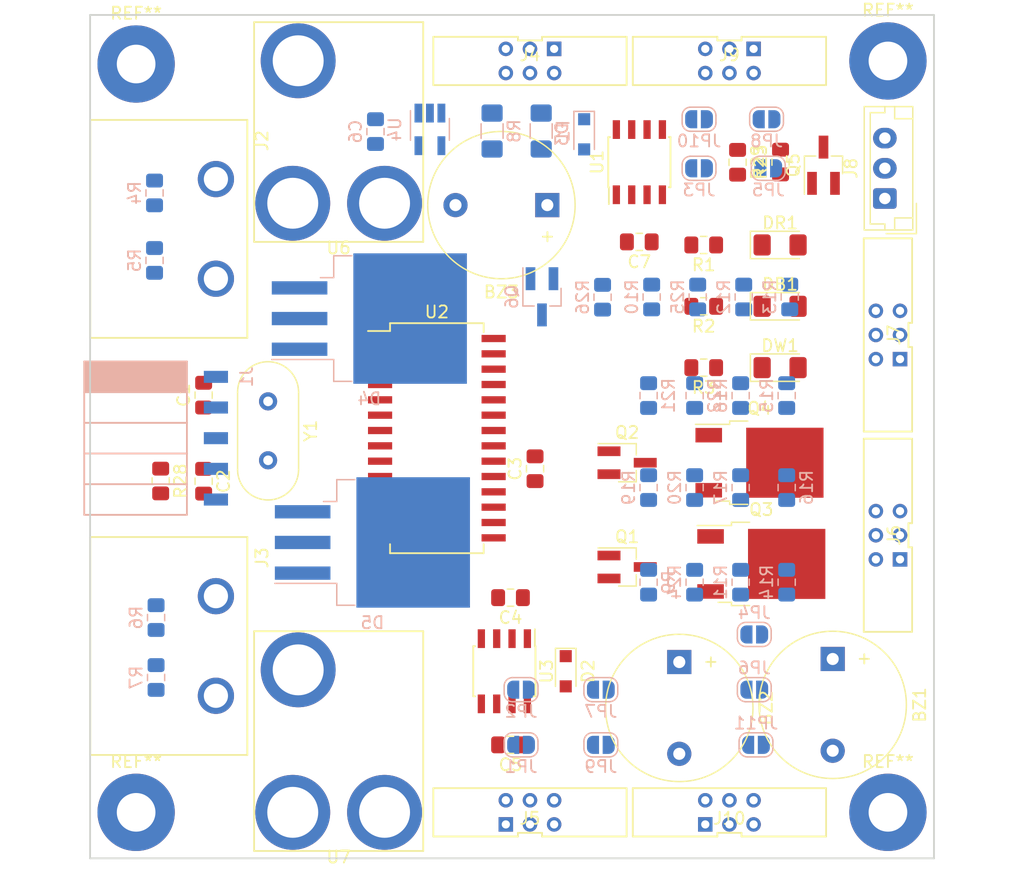
<source format=kicad_pcb>
(kicad_pcb (version 20171130) (host pcbnew "(5.0.1)-3")

  (general
    (thickness 1.6)
    (drawings 4)
    (tracks 0)
    (zones 0)
    (modules 84)
    (nets 66)
  )

  (page A4)
  (layers
    (0 F.Cu signal)
    (31 B.Cu signal)
    (32 B.Adhes user)
    (33 F.Adhes user)
    (34 B.Paste user)
    (35 F.Paste user)
    (36 B.SilkS user)
    (37 F.SilkS user)
    (38 B.Mask user)
    (39 F.Mask user)
    (40 Dwgs.User user)
    (41 Cmts.User user)
    (42 Eco1.User user)
    (43 Eco2.User user)
    (44 Edge.Cuts user)
    (45 Margin user)
    (46 B.CrtYd user)
    (47 F.CrtYd user)
    (48 B.Fab user)
    (49 F.Fab user)
  )

  (setup
    (last_trace_width 0.25)
    (user_trace_width 0.2032)
    (user_trace_width 0.508)
    (user_trace_width 1)
    (user_trace_width 2)
    (trace_clearance 0.2)
    (zone_clearance 0.508)
    (zone_45_only no)
    (trace_min 0.2)
    (segment_width 0.2)
    (edge_width 0.15)
    (via_size 0.8)
    (via_drill 0.4)
    (via_min_size 0.4)
    (via_min_drill 0.3)
    (user_via 2 1)
    (uvia_size 0.3)
    (uvia_drill 0.1)
    (uvias_allowed no)
    (uvia_min_size 0.2)
    (uvia_min_drill 0.1)
    (pcb_text_width 0.3)
    (pcb_text_size 1.5 1.5)
    (mod_edge_width 0.15)
    (mod_text_size 1 1)
    (mod_text_width 0.15)
    (pad_size 1.524 1.524)
    (pad_drill 0.762)
    (pad_to_mask_clearance 0.051)
    (solder_mask_min_width 0.25)
    (aux_axis_origin 0 0)
    (visible_elements 7FFFE7FF)
    (pcbplotparams
      (layerselection 0x010fc_ffffffff)
      (usegerberextensions false)
      (usegerberattributes false)
      (usegerberadvancedattributes false)
      (creategerberjobfile false)
      (excludeedgelayer true)
      (linewidth 0.100000)
      (plotframeref false)
      (viasonmask false)
      (mode 1)
      (useauxorigin false)
      (hpglpennumber 1)
      (hpglpenspeed 20)
      (hpglpendiameter 15.000000)
      (psnegative false)
      (psa4output false)
      (plotreference true)
      (plotvalue true)
      (plotinvisibletext false)
      (padsonsilk false)
      (subtractmaskfromsilk false)
      (outputformat 1)
      (mirror false)
      (drillshape 1)
      (scaleselection 1)
      (outputdirectory ""))
  )

  (net 0 "")
  (net 1 /altimeters/SL_TX)
  (net 2 "Net-(D4-Pad1)")
  (net 3 +BATT)
  (net 4 GND)
  (net 5 "Net-(D5-Pad1)")
  (net 6 +5V)
  (net 7 "Net-(DB1-Pad1)")
  (net 8 "Net-(DR1-Pad1)")
  (net 9 "Net-(DW1-Pad1)")
  (net 10 /~MCLR)
  (net 11 /power/VBAT1)
  (net 12 /power/VBAT2)
  (net 13 /power/CURR_AMP)
  (net 14 "Net-(U2-Pad5)")
  (net 15 "Net-(U2-Pad6)")
  (net 16 "Net-(U2-Pad7)")
  (net 17 /OSC1)
  (net 18 /OSC2)
  (net 19 /CAN_TX)
  (net 20 /CAN_RX)
  (net 21 /altimeters/A2_ARM)
  (net 22 /altimeters/SL_ARM)
  (net 23 /LED1)
  (net 24 /LED2)
  (net 25 /LED3)
  (net 26 /altimeters/A2_DROGUE)
  (net 27 /altimeters/A2_MAIN)
  (net 28 /altimeters/A1_DROGUE)
  (net 29 /altimeters/A1_MAIN)
  (net 30 "Net-(U2-Pad26)")
  (net 31 /ICSPCLK)
  (net 32 /ICSPDAT)
  (net 33 CANL)
  (net 34 CANH)
  (net 35 "Net-(C4-Pad1)")
  (net 36 "Net-(U3-Pad4)")
  (net 37 "Net-(U3-Pad5)")
  (net 38 "Net-(F1-Pad1)")
  (net 39 "Net-(D3-Pad2)")
  (net 40 "Net-(D4-Pad2)")
  (net 41 "Net-(D5-Pad2)")
  (net 42 "Net-(Q1-Pad1)")
  (net 43 "Net-(Q2-Pad1)")
  (net 44 "Net-(Q2-Pad3)")
  (net 45 "Net-(Q1-Pad3)")
  (net 46 /altimeters/M1_PYRO)
  (net 47 /altimeters/D1_PYRO)
  (net 48 "Net-(F1-Pad2)")
  (net 49 "Net-(J4-Pad5)")
  (net 50 "Net-(BZ1-Pad1)")
  (net 51 "Net-(BZ2-Pad1)")
  (net 52 /altimeters/M1+)
  (net 53 /altimeters/D1+)
  (net 54 /altimeters/M2+)
  (net 55 /altimeters/D2+)
  (net 56 /altimeters/M2_PYRO)
  (net 57 /altimeters/D2_PYRO)
  (net 58 "Net-(J8-Pad2)")
  (net 59 "Net-(J8-Pad3)")
  (net 60 "Net-(BZ3-Pad2)")
  (net 61 "Net-(Q6-Pad1)")
  (net 62 "Net-(J9-Pad5)")
  (net 63 "Net-(J9-Pad2)")
  (net 64 "Net-(J10-Pad2)")
  (net 65 "Net-(J10-Pad5)")

  (net_class Default "This is the default net class."
    (clearance 0.2)
    (trace_width 0.25)
    (via_dia 0.8)
    (via_drill 0.4)
    (uvia_dia 0.3)
    (uvia_drill 0.1)
    (add_net +5V)
    (add_net +BATT)
    (add_net /CAN_RX)
    (add_net /CAN_TX)
    (add_net /ICSPCLK)
    (add_net /ICSPDAT)
    (add_net /LED1)
    (add_net /LED2)
    (add_net /LED3)
    (add_net /OSC1)
    (add_net /OSC2)
    (add_net /altimeters/A1_DROGUE)
    (add_net /altimeters/A1_MAIN)
    (add_net /altimeters/A2_ARM)
    (add_net /altimeters/A2_DROGUE)
    (add_net /altimeters/A2_MAIN)
    (add_net /altimeters/D1+)
    (add_net /altimeters/D1_PYRO)
    (add_net /altimeters/D2+)
    (add_net /altimeters/D2_PYRO)
    (add_net /altimeters/M1+)
    (add_net /altimeters/M1_PYRO)
    (add_net /altimeters/M2+)
    (add_net /altimeters/M2_PYRO)
    (add_net /altimeters/SL_ARM)
    (add_net /altimeters/SL_TX)
    (add_net /power/CURR_AMP)
    (add_net /power/VBAT1)
    (add_net /power/VBAT2)
    (add_net /~MCLR)
    (add_net CANH)
    (add_net CANL)
    (add_net GND)
    (add_net "Net-(BZ1-Pad1)")
    (add_net "Net-(BZ2-Pad1)")
    (add_net "Net-(BZ3-Pad2)")
    (add_net "Net-(C4-Pad1)")
    (add_net "Net-(D3-Pad2)")
    (add_net "Net-(D4-Pad1)")
    (add_net "Net-(D4-Pad2)")
    (add_net "Net-(D5-Pad1)")
    (add_net "Net-(D5-Pad2)")
    (add_net "Net-(DB1-Pad1)")
    (add_net "Net-(DR1-Pad1)")
    (add_net "Net-(DW1-Pad1)")
    (add_net "Net-(F1-Pad1)")
    (add_net "Net-(F1-Pad2)")
    (add_net "Net-(J10-Pad2)")
    (add_net "Net-(J10-Pad5)")
    (add_net "Net-(J4-Pad5)")
    (add_net "Net-(J8-Pad2)")
    (add_net "Net-(J8-Pad3)")
    (add_net "Net-(J9-Pad2)")
    (add_net "Net-(J9-Pad5)")
    (add_net "Net-(Q1-Pad1)")
    (add_net "Net-(Q1-Pad3)")
    (add_net "Net-(Q2-Pad1)")
    (add_net "Net-(Q2-Pad3)")
    (add_net "Net-(Q6-Pad1)")
    (add_net "Net-(U2-Pad26)")
    (add_net "Net-(U2-Pad5)")
    (add_net "Net-(U2-Pad6)")
    (add_net "Net-(U2-Pad7)")
    (add_net "Net-(U3-Pad4)")
    (add_net "Net-(U3-Pad5)")
  )

  (module canhw_footprints:connector_Harwin_M80-5000642 (layer F.Cu) (tedit 5BB34ABD) (tstamp 5E199A60)
    (at 245.11 82.384 90)
    (path /5DA13D99/5E1AFBF0)
    (fp_text reference J7 (at 0 0.5 90) (layer F.SilkS)
      (effects (font (size 1 1) (thickness 0.15)))
    )
    (fp_text value "A1 Connector" (at 0 -0.5 90) (layer F.Fab)
      (effects (font (size 1 1) (thickness 0.15)))
    )
    (fp_line (start -8 -2) (end -8 2) (layer F.SilkS) (width 0.15))
    (fp_line (start 8 -2) (end -8 -2) (layer F.SilkS) (width 0.15))
    (fp_line (start 8 2) (end 8 -2) (layer F.SilkS) (width 0.15))
    (fp_line (start 1 2) (end 8 2) (layer F.SilkS) (width 0.15))
    (fp_line (start 1 1.7) (end 1 2) (layer F.SilkS) (width 0.15))
    (fp_line (start -1 1.7) (end 1 1.7) (layer F.SilkS) (width 0.15))
    (fp_line (start -1 2) (end -1 1.7) (layer F.SilkS) (width 0.15))
    (fp_line (start -8 2) (end -1 2) (layer F.SilkS) (width 0.15))
    (pad "" np_thru_hole circle (at -5.5 0 90) (size 2.2 2.2) (drill 2.2) (layers *.Cu *.Mask))
    (pad "" np_thru_hole circle (at 5.5 0 90) (size 2.2 2.2) (drill 2.2) (layers *.Cu *.Mask))
    (pad 4 thru_hole circle (at -2 -1 90) (size 1.2 1.2) (drill 0.68) (layers *.Cu *.Mask)
      (net 53 /altimeters/D1+))
    (pad 5 thru_hole circle (at 0 -1 90) (size 1.2 1.2) (drill 0.68) (layers *.Cu *.Mask)
      (net 51 "Net-(BZ2-Pad1)"))
    (pad 6 thru_hole circle (at 2 -1 90) (size 1.2 1.2) (drill 0.68) (layers *.Cu *.Mask)
      (net 4 GND))
    (pad 3 thru_hole circle (at 2 1 90) (size 1.2 1.2) (drill 0.68) (layers *.Cu *.Mask)
      (net 46 /altimeters/M1_PYRO))
    (pad 1 thru_hole rect (at -2 1 90) (size 1.2 1.2) (drill 0.68) (layers *.Cu *.Mask)
      (net 47 /altimeters/D1_PYRO))
    (pad 2 thru_hole circle (at 0 1 90) (size 1.2 1.2) (drill 0.68) (layers *.Cu *.Mask)
      (net 52 /altimeters/M1+))
  )

  (module LED_SMD:LED_1206_3216Metric_Pad1.42x1.75mm_HandSolder (layer F.Cu) (tedit 5B4B45C9) (tstamp 5E198586)
    (at 236.1835 80.01)
    (descr "LED SMD 1206 (3216 Metric), square (rectangular) end terminal, IPC_7351 nominal, (Body size source: http://www.tortai-tech.com/upload/download/2011102023233369053.pdf), generated with kicad-footprint-generator")
    (tags "LED handsolder")
    (path /5DAA89D1)
    (attr smd)
    (fp_text reference DB1 (at 0 -1.82) (layer F.SilkS)
      (effects (font (size 1 1) (thickness 0.15)))
    )
    (fp_text value LED (at 0 1.82) (layer F.Fab)
      (effects (font (size 1 1) (thickness 0.15)))
    )
    (fp_text user %R (at 0 0) (layer F.Fab)
      (effects (font (size 0.8 0.8) (thickness 0.12)))
    )
    (fp_line (start 2.45 1.12) (end -2.45 1.12) (layer F.CrtYd) (width 0.05))
    (fp_line (start 2.45 -1.12) (end 2.45 1.12) (layer F.CrtYd) (width 0.05))
    (fp_line (start -2.45 -1.12) (end 2.45 -1.12) (layer F.CrtYd) (width 0.05))
    (fp_line (start -2.45 1.12) (end -2.45 -1.12) (layer F.CrtYd) (width 0.05))
    (fp_line (start -2.46 1.135) (end 1.6 1.135) (layer F.SilkS) (width 0.12))
    (fp_line (start -2.46 -1.135) (end -2.46 1.135) (layer F.SilkS) (width 0.12))
    (fp_line (start 1.6 -1.135) (end -2.46 -1.135) (layer F.SilkS) (width 0.12))
    (fp_line (start 1.6 0.8) (end 1.6 -0.8) (layer F.Fab) (width 0.1))
    (fp_line (start -1.6 0.8) (end 1.6 0.8) (layer F.Fab) (width 0.1))
    (fp_line (start -1.6 -0.4) (end -1.6 0.8) (layer F.Fab) (width 0.1))
    (fp_line (start -1.2 -0.8) (end -1.6 -0.4) (layer F.Fab) (width 0.1))
    (fp_line (start 1.6 -0.8) (end -1.2 -0.8) (layer F.Fab) (width 0.1))
    (pad 2 smd roundrect (at 1.4875 0) (size 1.425 1.75) (layers F.Cu F.Paste F.Mask) (roundrect_rratio 0.175439)
      (net 6 +5V))
    (pad 1 smd roundrect (at -1.4875 0) (size 1.425 1.75) (layers F.Cu F.Paste F.Mask) (roundrect_rratio 0.175439)
      (net 7 "Net-(DB1-Pad1)"))
    (model ${KISYS3DMOD}/LED_SMD.3dshapes/LED_1206_3216Metric.wrl
      (at (xyz 0 0 0))
      (scale (xyz 1 1 1))
      (rotate (xyz 0 0 0))
    )
  )

  (module LED_SMD:LED_1206_3216Metric_Pad1.42x1.75mm_HandSolder (layer F.Cu) (tedit 5B4B45C9) (tstamp 5E19852B)
    (at 236.1835 74.93)
    (descr "LED SMD 1206 (3216 Metric), square (rectangular) end terminal, IPC_7351 nominal, (Body size source: http://www.tortai-tech.com/upload/download/2011102023233369053.pdf), generated with kicad-footprint-generator")
    (tags "LED handsolder")
    (path /5DAA8A2E)
    (attr smd)
    (fp_text reference DR1 (at 0 -1.82) (layer F.SilkS)
      (effects (font (size 1 1) (thickness 0.15)))
    )
    (fp_text value LED (at 0 1.82) (layer F.Fab)
      (effects (font (size 1 1) (thickness 0.15)))
    )
    (fp_line (start 1.6 -0.8) (end -1.2 -0.8) (layer F.Fab) (width 0.1))
    (fp_line (start -1.2 -0.8) (end -1.6 -0.4) (layer F.Fab) (width 0.1))
    (fp_line (start -1.6 -0.4) (end -1.6 0.8) (layer F.Fab) (width 0.1))
    (fp_line (start -1.6 0.8) (end 1.6 0.8) (layer F.Fab) (width 0.1))
    (fp_line (start 1.6 0.8) (end 1.6 -0.8) (layer F.Fab) (width 0.1))
    (fp_line (start 1.6 -1.135) (end -2.46 -1.135) (layer F.SilkS) (width 0.12))
    (fp_line (start -2.46 -1.135) (end -2.46 1.135) (layer F.SilkS) (width 0.12))
    (fp_line (start -2.46 1.135) (end 1.6 1.135) (layer F.SilkS) (width 0.12))
    (fp_line (start -2.45 1.12) (end -2.45 -1.12) (layer F.CrtYd) (width 0.05))
    (fp_line (start -2.45 -1.12) (end 2.45 -1.12) (layer F.CrtYd) (width 0.05))
    (fp_line (start 2.45 -1.12) (end 2.45 1.12) (layer F.CrtYd) (width 0.05))
    (fp_line (start 2.45 1.12) (end -2.45 1.12) (layer F.CrtYd) (width 0.05))
    (fp_text user %R (at 0 0) (layer F.Fab)
      (effects (font (size 0.8 0.8) (thickness 0.12)))
    )
    (pad 1 smd roundrect (at -1.4875 0) (size 1.425 1.75) (layers F.Cu F.Paste F.Mask) (roundrect_rratio 0.175439)
      (net 8 "Net-(DR1-Pad1)"))
    (pad 2 smd roundrect (at 1.4875 0) (size 1.425 1.75) (layers F.Cu F.Paste F.Mask) (roundrect_rratio 0.175439)
      (net 6 +5V))
    (model ${KISYS3DMOD}/LED_SMD.3dshapes/LED_1206_3216Metric.wrl
      (at (xyz 0 0 0))
      (scale (xyz 1 1 1))
      (rotate (xyz 0 0 0))
    )
  )

  (module LED_SMD:LED_1206_3216Metric_Pad1.42x1.75mm_HandSolder (layer F.Cu) (tedit 5B4B45C9) (tstamp 5DFCF28C)
    (at 236.1835 85.09)
    (descr "LED SMD 1206 (3216 Metric), square (rectangular) end terminal, IPC_7351 nominal, (Body size source: http://www.tortai-tech.com/upload/download/2011102023233369053.pdf), generated with kicad-footprint-generator")
    (tags "LED handsolder")
    (path /5DAA8959)
    (attr smd)
    (fp_text reference DW1 (at 0 -1.82) (layer F.SilkS)
      (effects (font (size 1 1) (thickness 0.15)))
    )
    (fp_text value LED (at 0 1.82) (layer F.Fab)
      (effects (font (size 1 1) (thickness 0.15)))
    )
    (fp_line (start 1.6 -0.8) (end -1.2 -0.8) (layer F.Fab) (width 0.1))
    (fp_line (start -1.2 -0.8) (end -1.6 -0.4) (layer F.Fab) (width 0.1))
    (fp_line (start -1.6 -0.4) (end -1.6 0.8) (layer F.Fab) (width 0.1))
    (fp_line (start -1.6 0.8) (end 1.6 0.8) (layer F.Fab) (width 0.1))
    (fp_line (start 1.6 0.8) (end 1.6 -0.8) (layer F.Fab) (width 0.1))
    (fp_line (start 1.6 -1.135) (end -2.46 -1.135) (layer F.SilkS) (width 0.12))
    (fp_line (start -2.46 -1.135) (end -2.46 1.135) (layer F.SilkS) (width 0.12))
    (fp_line (start -2.46 1.135) (end 1.6 1.135) (layer F.SilkS) (width 0.12))
    (fp_line (start -2.45 1.12) (end -2.45 -1.12) (layer F.CrtYd) (width 0.05))
    (fp_line (start -2.45 -1.12) (end 2.45 -1.12) (layer F.CrtYd) (width 0.05))
    (fp_line (start 2.45 -1.12) (end 2.45 1.12) (layer F.CrtYd) (width 0.05))
    (fp_line (start 2.45 1.12) (end -2.45 1.12) (layer F.CrtYd) (width 0.05))
    (fp_text user %R (at 0 0) (layer F.Fab)
      (effects (font (size 0.8 0.8) (thickness 0.12)))
    )
    (pad 1 smd roundrect (at -1.4875 0) (size 1.425 1.75) (layers F.Cu F.Paste F.Mask) (roundrect_rratio 0.175439)
      (net 9 "Net-(DW1-Pad1)"))
    (pad 2 smd roundrect (at 1.4875 0) (size 1.425 1.75) (layers F.Cu F.Paste F.Mask) (roundrect_rratio 0.175439)
      (net 6 +5V))
    (model ${KISYS3DMOD}/LED_SMD.3dshapes/LED_1206_3216Metric.wrl
      (at (xyz 0 0 0))
      (scale (xyz 1 1 1))
      (rotate (xyz 0 0 0))
    )
  )

  (module Package_SO:SOIC-28W_7.5x18.7mm_P1.27mm (layer F.Cu) (tedit 5A02F2D3) (tstamp 5E1B818A)
    (at 207.772 90.932)
    (descr "28-Lead Plastic Small Outline (SO) - Wide, 7.50 mm X 18.7 mm Body [SOIC] (https://www.akm.com/akm/en/file/datasheet/AK5394AVS.pdf)")
    (tags "SOIC 1.27")
    (path /5D8FD23F)
    (attr smd)
    (fp_text reference U2 (at 0 -10.45) (layer F.SilkS)
      (effects (font (size 1 1) (thickness 0.15)))
    )
    (fp_text value PIC18F26K83 (at 0 10.45) (layer F.Fab)
      (effects (font (size 1 1) (thickness 0.15)))
    )
    (fp_text user %R (at 0 0) (layer F.Fab)
      (effects (font (size 1 1) (thickness 0.15)))
    )
    (fp_line (start -2.75 -9.35) (end 3.75 -9.35) (layer F.Fab) (width 0.15))
    (fp_line (start 3.75 -9.35) (end 3.75 9.35) (layer F.Fab) (width 0.15))
    (fp_line (start 3.75 9.35) (end -3.75 9.35) (layer F.Fab) (width 0.15))
    (fp_line (start -3.75 9.35) (end -3.75 -8.35) (layer F.Fab) (width 0.15))
    (fp_line (start -3.75 -8.35) (end -2.75 -9.35) (layer F.Fab) (width 0.15))
    (fp_line (start -5.95 -9.7) (end -5.95 9.7) (layer F.CrtYd) (width 0.05))
    (fp_line (start 5.95 -9.7) (end 5.95 9.7) (layer F.CrtYd) (width 0.05))
    (fp_line (start -5.95 -9.7) (end 5.95 -9.7) (layer F.CrtYd) (width 0.05))
    (fp_line (start -5.95 9.7) (end 5.95 9.7) (layer F.CrtYd) (width 0.05))
    (fp_line (start -3.875 -9.525) (end -3.875 -8.875) (layer F.SilkS) (width 0.15))
    (fp_line (start 3.875 -9.525) (end 3.875 -8.78) (layer F.SilkS) (width 0.15))
    (fp_line (start 3.875 9.525) (end 3.875 8.78) (layer F.SilkS) (width 0.15))
    (fp_line (start -3.875 9.525) (end -3.875 8.78) (layer F.SilkS) (width 0.15))
    (fp_line (start -3.875 -9.525) (end 3.875 -9.525) (layer F.SilkS) (width 0.15))
    (fp_line (start -3.875 9.525) (end 3.875 9.525) (layer F.SilkS) (width 0.15))
    (fp_line (start -3.875 -8.875) (end -5.7 -8.875) (layer F.SilkS) (width 0.15))
    (pad 1 smd rect (at -4.7 -8.255) (size 2 0.6) (layers F.Cu F.Paste F.Mask)
      (net 10 /~MCLR))
    (pad 2 smd rect (at -4.7 -6.985) (size 2 0.6) (layers F.Cu F.Paste F.Mask)
      (net 11 /power/VBAT1))
    (pad 3 smd rect (at -4.7 -5.715) (size 2 0.6) (layers F.Cu F.Paste F.Mask)
      (net 12 /power/VBAT2))
    (pad 4 smd rect (at -4.7 -4.445) (size 2 0.6) (layers F.Cu F.Paste F.Mask)
      (net 13 /power/CURR_AMP))
    (pad 5 smd rect (at -4.7 -3.175) (size 2 0.6) (layers F.Cu F.Paste F.Mask)
      (net 14 "Net-(U2-Pad5)"))
    (pad 6 smd rect (at -4.7 -1.905) (size 2 0.6) (layers F.Cu F.Paste F.Mask)
      (net 15 "Net-(U2-Pad6)"))
    (pad 7 smd rect (at -4.7 -0.635) (size 2 0.6) (layers F.Cu F.Paste F.Mask)
      (net 16 "Net-(U2-Pad7)"))
    (pad 8 smd rect (at -4.7 0.635) (size 2 0.6) (layers F.Cu F.Paste F.Mask)
      (net 4 GND))
    (pad 9 smd rect (at -4.7 1.905) (size 2 0.6) (layers F.Cu F.Paste F.Mask)
      (net 17 /OSC1))
    (pad 10 smd rect (at -4.7 3.175) (size 2 0.6) (layers F.Cu F.Paste F.Mask)
      (net 18 /OSC2))
    (pad 11 smd rect (at -4.7 4.445) (size 2 0.6) (layers F.Cu F.Paste F.Mask)
      (net 19 /CAN_TX))
    (pad 12 smd rect (at -4.7 5.715) (size 2 0.6) (layers F.Cu F.Paste F.Mask)
      (net 20 /CAN_RX))
    (pad 13 smd rect (at -4.7 6.985) (size 2 0.6) (layers F.Cu F.Paste F.Mask)
      (net 21 /altimeters/A2_ARM))
    (pad 14 smd rect (at -4.7 8.255) (size 2 0.6) (layers F.Cu F.Paste F.Mask)
      (net 22 /altimeters/SL_ARM))
    (pad 15 smd rect (at 4.7 8.255) (size 2 0.6) (layers F.Cu F.Paste F.Mask)
      (net 1 /altimeters/SL_TX))
    (pad 16 smd rect (at 4.7 6.985) (size 2 0.6) (layers F.Cu F.Paste F.Mask)
      (net 23 /LED1))
    (pad 17 smd rect (at 4.7 5.715) (size 2 0.6) (layers F.Cu F.Paste F.Mask)
      (net 24 /LED2))
    (pad 18 smd rect (at 4.7 4.445) (size 2 0.6) (layers F.Cu F.Paste F.Mask)
      (net 25 /LED3))
    (pad 19 smd rect (at 4.7 3.175) (size 2 0.6) (layers F.Cu F.Paste F.Mask)
      (net 4 GND))
    (pad 20 smd rect (at 4.7 1.905) (size 2 0.6) (layers F.Cu F.Paste F.Mask)
      (net 6 +5V))
    (pad 21 smd rect (at 4.7 0.635) (size 2 0.6) (layers F.Cu F.Paste F.Mask)
      (net 26 /altimeters/A2_DROGUE))
    (pad 22 smd rect (at 4.7 -0.635) (size 2 0.6) (layers F.Cu F.Paste F.Mask)
      (net 27 /altimeters/A2_MAIN))
    (pad 23 smd rect (at 4.7 -1.905) (size 2 0.6) (layers F.Cu F.Paste F.Mask)
      (net 28 /altimeters/A1_DROGUE))
    (pad 24 smd rect (at 4.7 -3.175) (size 2 0.6) (layers F.Cu F.Paste F.Mask)
      (net 29 /altimeters/A1_MAIN))
    (pad 25 smd rect (at 4.7 -4.445) (size 2 0.6) (layers F.Cu F.Paste F.Mask)
      (net 61 "Net-(Q6-Pad1)"))
    (pad 26 smd rect (at 4.7 -5.715) (size 2 0.6) (layers F.Cu F.Paste F.Mask)
      (net 30 "Net-(U2-Pad26)"))
    (pad 27 smd rect (at 4.7 -6.985) (size 2 0.6) (layers F.Cu F.Paste F.Mask)
      (net 31 /ICSPCLK))
    (pad 28 smd rect (at 4.7 -8.255) (size 2 0.6) (layers F.Cu F.Paste F.Mask)
      (net 32 /ICSPDAT))
    (model ${KISYS3DMOD}/Package_SO.3dshapes/SOIC-28W_7.5x18.7mm_P1.27mm.wrl
      (at (xyz 0 0 0))
      (scale (xyz 1 1 1))
      (rotate (xyz 0 0 0))
    )
  )

  (module Capacitor_SMD:C_0805_2012Metric_Pad1.15x1.40mm_HandSolder (layer F.Cu) (tedit 5B36C52B) (tstamp 5DFDA873)
    (at 188.468 87.367 90)
    (descr "Capacitor SMD 0805 (2012 Metric), square (rectangular) end terminal, IPC_7351 nominal with elongated pad for handsoldering. (Body size source: https://docs.google.com/spreadsheets/d/1BsfQQcO9C6DZCsRaXUlFlo91Tg2WpOkGARC1WS5S8t0/edit?usp=sharing), generated with kicad-footprint-generator")
    (tags "capacitor handsolder")
    (path /5D8FD6F4)
    (attr smd)
    (fp_text reference C1 (at 0 -1.65 90) (layer F.SilkS)
      (effects (font (size 1 1) (thickness 0.15)))
    )
    (fp_text value 26pF (at 0 1.65 90) (layer F.Fab)
      (effects (font (size 1 1) (thickness 0.15)))
    )
    (fp_line (start -1 0.6) (end -1 -0.6) (layer F.Fab) (width 0.1))
    (fp_line (start -1 -0.6) (end 1 -0.6) (layer F.Fab) (width 0.1))
    (fp_line (start 1 -0.6) (end 1 0.6) (layer F.Fab) (width 0.1))
    (fp_line (start 1 0.6) (end -1 0.6) (layer F.Fab) (width 0.1))
    (fp_line (start -0.261252 -0.71) (end 0.261252 -0.71) (layer F.SilkS) (width 0.12))
    (fp_line (start -0.261252 0.71) (end 0.261252 0.71) (layer F.SilkS) (width 0.12))
    (fp_line (start -1.85 0.95) (end -1.85 -0.95) (layer F.CrtYd) (width 0.05))
    (fp_line (start -1.85 -0.95) (end 1.85 -0.95) (layer F.CrtYd) (width 0.05))
    (fp_line (start 1.85 -0.95) (end 1.85 0.95) (layer F.CrtYd) (width 0.05))
    (fp_line (start 1.85 0.95) (end -1.85 0.95) (layer F.CrtYd) (width 0.05))
    (fp_text user %R (at 0 0 90) (layer F.Fab)
      (effects (font (size 0.5 0.5) (thickness 0.08)))
    )
    (pad 1 smd roundrect (at -1.025 0 90) (size 1.15 1.4) (layers F.Cu F.Paste F.Mask) (roundrect_rratio 0.217391)
      (net 17 /OSC1))
    (pad 2 smd roundrect (at 1.025 0 90) (size 1.15 1.4) (layers F.Cu F.Paste F.Mask) (roundrect_rratio 0.217391)
      (net 4 GND))
    (model ${KISYS3DMOD}/Capacitor_SMD.3dshapes/C_0805_2012Metric.wrl
      (at (xyz 0 0 0))
      (scale (xyz 1 1 1))
      (rotate (xyz 0 0 0))
    )
  )

  (module Capacitor_SMD:C_0805_2012Metric_Pad1.15x1.40mm_HandSolder (layer F.Cu) (tedit 5B36C52B) (tstamp 5E1B8077)
    (at 188.468 94.497 270)
    (descr "Capacitor SMD 0805 (2012 Metric), square (rectangular) end terminal, IPC_7351 nominal with elongated pad for handsoldering. (Body size source: https://docs.google.com/spreadsheets/d/1BsfQQcO9C6DZCsRaXUlFlo91Tg2WpOkGARC1WS5S8t0/edit?usp=sharing), generated with kicad-footprint-generator")
    (tags "capacitor handsolder")
    (path /5D8FD755)
    (attr smd)
    (fp_text reference C2 (at 0 -1.65 270) (layer F.SilkS)
      (effects (font (size 1 1) (thickness 0.15)))
    )
    (fp_text value 26pF (at 0 1.65 270) (layer F.Fab)
      (effects (font (size 1 1) (thickness 0.15)))
    )
    (fp_text user %R (at 0 0 90) (layer F.Fab)
      (effects (font (size 0.5 0.5) (thickness 0.08)))
    )
    (fp_line (start 1.85 0.95) (end -1.85 0.95) (layer F.CrtYd) (width 0.05))
    (fp_line (start 1.85 -0.95) (end 1.85 0.95) (layer F.CrtYd) (width 0.05))
    (fp_line (start -1.85 -0.95) (end 1.85 -0.95) (layer F.CrtYd) (width 0.05))
    (fp_line (start -1.85 0.95) (end -1.85 -0.95) (layer F.CrtYd) (width 0.05))
    (fp_line (start -0.261252 0.71) (end 0.261252 0.71) (layer F.SilkS) (width 0.12))
    (fp_line (start -0.261252 -0.71) (end 0.261252 -0.71) (layer F.SilkS) (width 0.12))
    (fp_line (start 1 0.6) (end -1 0.6) (layer F.Fab) (width 0.1))
    (fp_line (start 1 -0.6) (end 1 0.6) (layer F.Fab) (width 0.1))
    (fp_line (start -1 -0.6) (end 1 -0.6) (layer F.Fab) (width 0.1))
    (fp_line (start -1 0.6) (end -1 -0.6) (layer F.Fab) (width 0.1))
    (pad 2 smd roundrect (at 1.025 0 270) (size 1.15 1.4) (layers F.Cu F.Paste F.Mask) (roundrect_rratio 0.217391)
      (net 4 GND))
    (pad 1 smd roundrect (at -1.025 0 270) (size 1.15 1.4) (layers F.Cu F.Paste F.Mask) (roundrect_rratio 0.217391)
      (net 18 /OSC2))
    (model ${KISYS3DMOD}/Capacitor_SMD.3dshapes/C_0805_2012Metric.wrl
      (at (xyz 0 0 0))
      (scale (xyz 1 1 1))
      (rotate (xyz 0 0 0))
    )
  )

  (module Capacitor_SMD:C_0805_2012Metric_Pad1.15x1.40mm_HandSolder (layer F.Cu) (tedit 5B36C52B) (tstamp 5E1CC6EE)
    (at 224.527 74.676 180)
    (descr "Capacitor SMD 0805 (2012 Metric), square (rectangular) end terminal, IPC_7351 nominal with elongated pad for handsoldering. (Body size source: https://docs.google.com/spreadsheets/d/1BsfQQcO9C6DZCsRaXUlFlo91Tg2WpOkGARC1WS5S8t0/edit?usp=sharing), generated with kicad-footprint-generator")
    (tags "capacitor handsolder")
    (path /5DBBA512)
    (attr smd)
    (fp_text reference C7 (at 0 -1.65 180) (layer F.SilkS)
      (effects (font (size 1 1) (thickness 0.15)))
    )
    (fp_text value 10uF (at 0 1.65 180) (layer F.Fab)
      (effects (font (size 1 1) (thickness 0.15)))
    )
    (fp_line (start -1 0.6) (end -1 -0.6) (layer F.Fab) (width 0.1))
    (fp_line (start -1 -0.6) (end 1 -0.6) (layer F.Fab) (width 0.1))
    (fp_line (start 1 -0.6) (end 1 0.6) (layer F.Fab) (width 0.1))
    (fp_line (start 1 0.6) (end -1 0.6) (layer F.Fab) (width 0.1))
    (fp_line (start -0.261252 -0.71) (end 0.261252 -0.71) (layer F.SilkS) (width 0.12))
    (fp_line (start -0.261252 0.71) (end 0.261252 0.71) (layer F.SilkS) (width 0.12))
    (fp_line (start -1.85 0.95) (end -1.85 -0.95) (layer F.CrtYd) (width 0.05))
    (fp_line (start -1.85 -0.95) (end 1.85 -0.95) (layer F.CrtYd) (width 0.05))
    (fp_line (start 1.85 -0.95) (end 1.85 0.95) (layer F.CrtYd) (width 0.05))
    (fp_line (start 1.85 0.95) (end -1.85 0.95) (layer F.CrtYd) (width 0.05))
    (fp_text user %R (at 0 0) (layer F.Fab)
      (effects (font (size 0.5 0.5) (thickness 0.08)))
    )
    (pad 1 smd roundrect (at -1.025 0 180) (size 1.15 1.4) (layers F.Cu F.Paste F.Mask) (roundrect_rratio 0.217391)
      (net 6 +5V))
    (pad 2 smd roundrect (at 1.025 0 180) (size 1.15 1.4) (layers F.Cu F.Paste F.Mask) (roundrect_rratio 0.217391)
      (net 4 GND))
    (model ${KISYS3DMOD}/Capacitor_SMD.3dshapes/C_0805_2012Metric.wrl
      (at (xyz 0 0 0))
      (scale (xyz 1 1 1))
      (rotate (xyz 0 0 0))
    )
  )

  (module Crystal:Crystal_HC49-4H_Vertical (layer F.Cu) (tedit 5A1AD3B7) (tstamp 5E1AC196)
    (at 193.802 87.884 270)
    (descr "Crystal THT HC-49-4H http://5hertz.com/pdfs/04404_D.pdf")
    (tags "THT crystalHC-49-4H")
    (path /5D8FD67B)
    (fp_text reference Y1 (at 2.44 -3.525 270) (layer F.SilkS)
      (effects (font (size 1 1) (thickness 0.15)))
    )
    (fp_text value Crystal (at 2.44 3.525 270) (layer F.Fab)
      (effects (font (size 1 1) (thickness 0.15)))
    )
    (fp_text user %R (at 2.44 0 270) (layer F.Fab)
      (effects (font (size 1 1) (thickness 0.15)))
    )
    (fp_line (start -0.76 -2.325) (end 5.64 -2.325) (layer F.Fab) (width 0.1))
    (fp_line (start -0.76 2.325) (end 5.64 2.325) (layer F.Fab) (width 0.1))
    (fp_line (start -0.56 -2) (end 5.44 -2) (layer F.Fab) (width 0.1))
    (fp_line (start -0.56 2) (end 5.44 2) (layer F.Fab) (width 0.1))
    (fp_line (start -0.76 -2.525) (end 5.64 -2.525) (layer F.SilkS) (width 0.12))
    (fp_line (start -0.76 2.525) (end 5.64 2.525) (layer F.SilkS) (width 0.12))
    (fp_line (start -3.6 -2.8) (end -3.6 2.8) (layer F.CrtYd) (width 0.05))
    (fp_line (start -3.6 2.8) (end 8.5 2.8) (layer F.CrtYd) (width 0.05))
    (fp_line (start 8.5 2.8) (end 8.5 -2.8) (layer F.CrtYd) (width 0.05))
    (fp_line (start 8.5 -2.8) (end -3.6 -2.8) (layer F.CrtYd) (width 0.05))
    (fp_arc (start -0.76 0) (end -0.76 -2.325) (angle -180) (layer F.Fab) (width 0.1))
    (fp_arc (start 5.64 0) (end 5.64 -2.325) (angle 180) (layer F.Fab) (width 0.1))
    (fp_arc (start -0.56 0) (end -0.56 -2) (angle -180) (layer F.Fab) (width 0.1))
    (fp_arc (start 5.44 0) (end 5.44 -2) (angle 180) (layer F.Fab) (width 0.1))
    (fp_arc (start -0.76 0) (end -0.76 -2.525) (angle -180) (layer F.SilkS) (width 0.12))
    (fp_arc (start 5.64 0) (end 5.64 -2.525) (angle 180) (layer F.SilkS) (width 0.12))
    (pad 1 thru_hole circle (at 0 0 270) (size 1.5 1.5) (drill 0.8) (layers *.Cu *.Mask)
      (net 17 /OSC1))
    (pad 2 thru_hole circle (at 4.88 0 270) (size 1.5 1.5) (drill 0.8) (layers *.Cu *.Mask)
      (net 18 /OSC2))
    (model ${KISYS3DMOD}/Crystal.3dshapes/Crystal_HC49-4H_Vertical.wrl
      (at (xyz 0 0 0))
      (scale (xyz 1 1 1))
      (rotate (xyz 0 0 0))
    )
  )

  (module Capacitor_SMD:C_0805_2012Metric_Pad1.15x1.40mm_HandSolder (layer F.Cu) (tedit 5B36C52B) (tstamp 5E1B75E7)
    (at 215.9 93.463 90)
    (descr "Capacitor SMD 0805 (2012 Metric), square (rectangular) end terminal, IPC_7351 nominal with elongated pad for handsoldering. (Body size source: https://docs.google.com/spreadsheets/d/1BsfQQcO9C6DZCsRaXUlFlo91Tg2WpOkGARC1WS5S8t0/edit?usp=sharing), generated with kicad-footprint-generator")
    (tags "capacitor handsolder")
    (path /5D8FD34A)
    (attr smd)
    (fp_text reference C3 (at 0 -1.65 90) (layer F.SilkS)
      (effects (font (size 1 1) (thickness 0.15)))
    )
    (fp_text value 0.1u (at 0 1.65 90) (layer F.Fab)
      (effects (font (size 1 1) (thickness 0.15)))
    )
    (fp_line (start -1 0.6) (end -1 -0.6) (layer F.Fab) (width 0.1))
    (fp_line (start -1 -0.6) (end 1 -0.6) (layer F.Fab) (width 0.1))
    (fp_line (start 1 -0.6) (end 1 0.6) (layer F.Fab) (width 0.1))
    (fp_line (start 1 0.6) (end -1 0.6) (layer F.Fab) (width 0.1))
    (fp_line (start -0.261252 -0.71) (end 0.261252 -0.71) (layer F.SilkS) (width 0.12))
    (fp_line (start -0.261252 0.71) (end 0.261252 0.71) (layer F.SilkS) (width 0.12))
    (fp_line (start -1.85 0.95) (end -1.85 -0.95) (layer F.CrtYd) (width 0.05))
    (fp_line (start -1.85 -0.95) (end 1.85 -0.95) (layer F.CrtYd) (width 0.05))
    (fp_line (start 1.85 -0.95) (end 1.85 0.95) (layer F.CrtYd) (width 0.05))
    (fp_line (start 1.85 0.95) (end -1.85 0.95) (layer F.CrtYd) (width 0.05))
    (fp_text user %R (at 0 0 90) (layer F.Fab)
      (effects (font (size 0.5 0.5) (thickness 0.08)))
    )
    (pad 1 smd roundrect (at -1.025 0 90) (size 1.15 1.4) (layers F.Cu F.Paste F.Mask) (roundrect_rratio 0.217391)
      (net 4 GND))
    (pad 2 smd roundrect (at 1.025 0 90) (size 1.15 1.4) (layers F.Cu F.Paste F.Mask) (roundrect_rratio 0.217391)
      (net 6 +5V))
    (model ${KISYS3DMOD}/Capacitor_SMD.3dshapes/C_0805_2012Metric.wrl
      (at (xyz 0 0 0))
      (scale (xyz 1 1 1))
      (rotate (xyz 0 0 0))
    )
  )

  (module canhw_footprints:PinHeader_5x2.54_SMD_90deg_952-3198-1-ND (layer B.Cu) (tedit 5BBBD10E) (tstamp 5DFDADE4)
    (at 189.484 85.852 270)
    (path /5D959CC4)
    (fp_text reference J1 (at 0 -2.54 270) (layer B.SilkS)
      (effects (font (size 1 1) (thickness 0.15)) (justify mirror))
    )
    (fp_text value Conn_01x05_Female (at 0 0.5 270) (layer B.Fab)
      (effects (font (size 1 1) (thickness 0.15)) (justify mirror))
    )
    (fp_poly (pts (xy -1.2192 10.8458) (xy 1.2192 10.8458) (xy 1.2192 2.4638) (xy -1.2192 2.4638)) (layer B.SilkS) (width 0.15))
    (fp_line (start 1.27 2.4) (end 1.27 10.9) (layer B.SilkS) (width 0.15))
    (fp_line (start 6.35 2.4) (end 6.35 10.9) (layer B.SilkS) (width 0.15))
    (fp_line (start 3.81 2.4) (end 3.81 10.9) (layer B.SilkS) (width 0.15))
    (fp_line (start 8.89 2.4) (end 8.89 10.9) (layer B.SilkS) (width 0.15))
    (fp_line (start 11.43 2.4) (end 11.43 10.9) (layer B.SilkS) (width 0.15))
    (fp_line (start -1.27 2.4) (end -1.27 10.9) (layer B.SilkS) (width 0.15))
    (fp_line (start -1.27 10.9) (end 11.43 10.9) (layer B.SilkS) (width 0.15))
    (fp_line (start -1.27 2.4) (end 11.43 2.4) (layer B.SilkS) (width 0.15))
    (pad 5 smd rect (at 10.16 0 270) (size 1 2) (layers B.Cu B.Paste B.Mask)
      (net 10 /~MCLR))
    (pad 4 smd rect (at 7.62 0 270) (size 1 2) (layers B.Cu B.Paste B.Mask)
      (net 6 +5V))
    (pad 3 smd rect (at 5.08 0 270) (size 1 2) (layers B.Cu B.Paste B.Mask)
      (net 4 GND))
    (pad 2 smd rect (at 2.54 0 270) (size 1 2) (layers B.Cu B.Paste B.Mask)
      (net 32 /ICSPDAT))
    (pad 1 smd rect (at 0 0 270) (size 1 2) (layers B.Cu B.Paste B.Mask)
      (net 31 /ICSPCLK))
  )

  (module Package_SO:SOIC-8_3.9x4.9mm_P1.27mm (layer F.Cu) (tedit 5A02F2D3) (tstamp 5E1B7B7D)
    (at 224.536 68.072 90)
    (descr "8-Lead Plastic Small Outline (SN) - Narrow, 3.90 mm Body [SOIC] (see Microchip Packaging Specification 00000049BS.pdf)")
    (tags "SOIC 1.27")
    (path /5DAA9FEB)
    (attr smd)
    (fp_text reference U1 (at 0 -3.5 90) (layer F.SilkS)
      (effects (font (size 1 1) (thickness 0.15)))
    )
    (fp_text value MCP2562 (at 0 3.5 90) (layer F.Fab)
      (effects (font (size 1 1) (thickness 0.15)))
    )
    (fp_text user %R (at 0 0 270) (layer F.Fab)
      (effects (font (size 1 1) (thickness 0.15)))
    )
    (fp_line (start -0.95 -2.45) (end 1.95 -2.45) (layer F.Fab) (width 0.1))
    (fp_line (start 1.95 -2.45) (end 1.95 2.45) (layer F.Fab) (width 0.1))
    (fp_line (start 1.95 2.45) (end -1.95 2.45) (layer F.Fab) (width 0.1))
    (fp_line (start -1.95 2.45) (end -1.95 -1.45) (layer F.Fab) (width 0.1))
    (fp_line (start -1.95 -1.45) (end -0.95 -2.45) (layer F.Fab) (width 0.1))
    (fp_line (start -3.73 -2.7) (end -3.73 2.7) (layer F.CrtYd) (width 0.05))
    (fp_line (start 3.73 -2.7) (end 3.73 2.7) (layer F.CrtYd) (width 0.05))
    (fp_line (start -3.73 -2.7) (end 3.73 -2.7) (layer F.CrtYd) (width 0.05))
    (fp_line (start -3.73 2.7) (end 3.73 2.7) (layer F.CrtYd) (width 0.05))
    (fp_line (start -2.075 -2.575) (end -2.075 -2.525) (layer F.SilkS) (width 0.15))
    (fp_line (start 2.075 -2.575) (end 2.075 -2.43) (layer F.SilkS) (width 0.15))
    (fp_line (start 2.075 2.575) (end 2.075 2.43) (layer F.SilkS) (width 0.15))
    (fp_line (start -2.075 2.575) (end -2.075 2.43) (layer F.SilkS) (width 0.15))
    (fp_line (start -2.075 -2.575) (end 2.075 -2.575) (layer F.SilkS) (width 0.15))
    (fp_line (start -2.075 2.575) (end 2.075 2.575) (layer F.SilkS) (width 0.15))
    (fp_line (start -2.075 -2.525) (end -3.475 -2.525) (layer F.SilkS) (width 0.15))
    (pad 1 smd rect (at -2.7 -1.905 90) (size 1.55 0.6) (layers F.Cu F.Paste F.Mask)
      (net 19 /CAN_TX))
    (pad 2 smd rect (at -2.7 -0.635 90) (size 1.55 0.6) (layers F.Cu F.Paste F.Mask)
      (net 4 GND))
    (pad 3 smd rect (at -2.7 0.635 90) (size 1.55 0.6) (layers F.Cu F.Paste F.Mask)
      (net 6 +5V))
    (pad 4 smd rect (at -2.7 1.905 90) (size 1.55 0.6) (layers F.Cu F.Paste F.Mask)
      (net 20 /CAN_RX))
    (pad 5 smd rect (at 2.7 1.905 90) (size 1.55 0.6) (layers F.Cu F.Paste F.Mask)
      (net 6 +5V))
    (pad 6 smd rect (at 2.7 0.635 90) (size 1.55 0.6) (layers F.Cu F.Paste F.Mask)
      (net 33 CANL))
    (pad 7 smd rect (at 2.7 -0.635 90) (size 1.55 0.6) (layers F.Cu F.Paste F.Mask)
      (net 34 CANH))
    (pad 8 smd rect (at 2.7 -1.905 90) (size 1.55 0.6) (layers F.Cu F.Paste F.Mask)
      (net 4 GND))
    (model ${KISYS3DMOD}/Package_SO.3dshapes/SOIC-8_3.9x4.9mm_P1.27mm.wrl
      (at (xyz 0 0 0))
      (scale (xyz 1 1 1))
      (rotate (xyz 0 0 0))
    )
  )

  (module Capacitor_SMD:C_0805_2012Metric_Pad1.15x1.40mm_HandSolder (layer F.Cu) (tedit 5B36C52B) (tstamp 5E1B766A)
    (at 213.868 104.14 180)
    (descr "Capacitor SMD 0805 (2012 Metric), square (rectangular) end terminal, IPC_7351 nominal with elongated pad for handsoldering. (Body size source: https://docs.google.com/spreadsheets/d/1BsfQQcO9C6DZCsRaXUlFlo91Tg2WpOkGARC1WS5S8t0/edit?usp=sharing), generated with kicad-footprint-generator")
    (tags "capacitor handsolder")
    (path /5DA13C95/5DA1AC5D)
    (attr smd)
    (fp_text reference C4 (at 0 -1.65 180) (layer F.SilkS)
      (effects (font (size 1 1) (thickness 0.15)))
    )
    (fp_text value 0.1uF (at 0 1.65 180) (layer F.Fab)
      (effects (font (size 1 1) (thickness 0.15)))
    )
    (fp_line (start -1 0.6) (end -1 -0.6) (layer F.Fab) (width 0.1))
    (fp_line (start -1 -0.6) (end 1 -0.6) (layer F.Fab) (width 0.1))
    (fp_line (start 1 -0.6) (end 1 0.6) (layer F.Fab) (width 0.1))
    (fp_line (start 1 0.6) (end -1 0.6) (layer F.Fab) (width 0.1))
    (fp_line (start -0.261252 -0.71) (end 0.261252 -0.71) (layer F.SilkS) (width 0.12))
    (fp_line (start -0.261252 0.71) (end 0.261252 0.71) (layer F.SilkS) (width 0.12))
    (fp_line (start -1.85 0.95) (end -1.85 -0.95) (layer F.CrtYd) (width 0.05))
    (fp_line (start -1.85 -0.95) (end 1.85 -0.95) (layer F.CrtYd) (width 0.05))
    (fp_line (start 1.85 -0.95) (end 1.85 0.95) (layer F.CrtYd) (width 0.05))
    (fp_line (start 1.85 0.95) (end -1.85 0.95) (layer F.CrtYd) (width 0.05))
    (fp_text user %R (at 0 0 180) (layer F.Fab)
      (effects (font (size 0.5 0.5) (thickness 0.08)))
    )
    (pad 1 smd roundrect (at -1.025 0 180) (size 1.15 1.4) (layers F.Cu F.Paste F.Mask) (roundrect_rratio 0.217391)
      (net 35 "Net-(C4-Pad1)"))
    (pad 2 smd roundrect (at 1.025 0 180) (size 1.15 1.4) (layers F.Cu F.Paste F.Mask) (roundrect_rratio 0.217391)
      (net 4 GND))
    (model ${KISYS3DMOD}/Capacitor_SMD.3dshapes/C_0805_2012Metric.wrl
      (at (xyz 0 0 0))
      (scale (xyz 1 1 1))
      (rotate (xyz 0 0 0))
    )
  )

  (module Capacitor_SMD:C_0805_2012Metric_Pad1.15x1.40mm_HandSolder (layer F.Cu) (tedit 5B36C52B) (tstamp 5E1BE20B)
    (at 213.868 116.332 180)
    (descr "Capacitor SMD 0805 (2012 Metric), square (rectangular) end terminal, IPC_7351 nominal with elongated pad for handsoldering. (Body size source: https://docs.google.com/spreadsheets/d/1BsfQQcO9C6DZCsRaXUlFlo91Tg2WpOkGARC1WS5S8t0/edit?usp=sharing), generated with kicad-footprint-generator")
    (tags "capacitor handsolder")
    (path /5DA13C95/5DA1AC23)
    (attr smd)
    (fp_text reference C5 (at 0 -1.65 180) (layer F.SilkS)
      (effects (font (size 1 1) (thickness 0.15)))
    )
    (fp_text value 0.33uF (at 0 1.65 180) (layer F.Fab)
      (effects (font (size 1 1) (thickness 0.15)))
    )
    (fp_text user %R (at 0 0 180) (layer F.Fab)
      (effects (font (size 0.5 0.5) (thickness 0.08)))
    )
    (fp_line (start 1.85 0.95) (end -1.85 0.95) (layer F.CrtYd) (width 0.05))
    (fp_line (start 1.85 -0.95) (end 1.85 0.95) (layer F.CrtYd) (width 0.05))
    (fp_line (start -1.85 -0.95) (end 1.85 -0.95) (layer F.CrtYd) (width 0.05))
    (fp_line (start -1.85 0.95) (end -1.85 -0.95) (layer F.CrtYd) (width 0.05))
    (fp_line (start -0.261252 0.71) (end 0.261252 0.71) (layer F.SilkS) (width 0.12))
    (fp_line (start -0.261252 -0.71) (end 0.261252 -0.71) (layer F.SilkS) (width 0.12))
    (fp_line (start 1 0.6) (end -1 0.6) (layer F.Fab) (width 0.1))
    (fp_line (start 1 -0.6) (end 1 0.6) (layer F.Fab) (width 0.1))
    (fp_line (start -1 -0.6) (end 1 -0.6) (layer F.Fab) (width 0.1))
    (fp_line (start -1 0.6) (end -1 -0.6) (layer F.Fab) (width 0.1))
    (pad 2 smd roundrect (at 1.025 0 180) (size 1.15 1.4) (layers F.Cu F.Paste F.Mask) (roundrect_rratio 0.217391)
      (net 4 GND))
    (pad 1 smd roundrect (at -1.025 0 180) (size 1.15 1.4) (layers F.Cu F.Paste F.Mask) (roundrect_rratio 0.217391)
      (net 3 +BATT))
    (model ${KISYS3DMOD}/Capacitor_SMD.3dshapes/C_0805_2012Metric.wrl
      (at (xyz 0 0 0))
      (scale (xyz 1 1 1))
      (rotate (xyz 0 0 0))
    )
  )

  (module Capacitor_SMD:C_0805_2012Metric_Pad1.15x1.40mm_HandSolder (layer B.Cu) (tedit 5B36C52B) (tstamp 5DFDD61F)
    (at 202.692 65.541 270)
    (descr "Capacitor SMD 0805 (2012 Metric), square (rectangular) end terminal, IPC_7351 nominal with elongated pad for handsoldering. (Body size source: https://docs.google.com/spreadsheets/d/1BsfQQcO9C6DZCsRaXUlFlo91Tg2WpOkGARC1WS5S8t0/edit?usp=sharing), generated with kicad-footprint-generator")
    (tags "capacitor handsolder")
    (path /5DA13C95/5DA15879)
    (attr smd)
    (fp_text reference C6 (at 0 1.65 270) (layer B.SilkS)
      (effects (font (size 1 1) (thickness 0.15)) (justify mirror))
    )
    (fp_text value 0.1uF (at 0 -1.65 270) (layer B.Fab)
      (effects (font (size 1 1) (thickness 0.15)) (justify mirror))
    )
    (fp_line (start -1 -0.6) (end -1 0.6) (layer B.Fab) (width 0.1))
    (fp_line (start -1 0.6) (end 1 0.6) (layer B.Fab) (width 0.1))
    (fp_line (start 1 0.6) (end 1 -0.6) (layer B.Fab) (width 0.1))
    (fp_line (start 1 -0.6) (end -1 -0.6) (layer B.Fab) (width 0.1))
    (fp_line (start -0.261252 0.71) (end 0.261252 0.71) (layer B.SilkS) (width 0.12))
    (fp_line (start -0.261252 -0.71) (end 0.261252 -0.71) (layer B.SilkS) (width 0.12))
    (fp_line (start -1.85 -0.95) (end -1.85 0.95) (layer B.CrtYd) (width 0.05))
    (fp_line (start -1.85 0.95) (end 1.85 0.95) (layer B.CrtYd) (width 0.05))
    (fp_line (start 1.85 0.95) (end 1.85 -0.95) (layer B.CrtYd) (width 0.05))
    (fp_line (start 1.85 -0.95) (end -1.85 -0.95) (layer B.CrtYd) (width 0.05))
    (fp_text user %R (at 0 0 270) (layer B.Fab)
      (effects (font (size 0.5 0.5) (thickness 0.08)) (justify mirror))
    )
    (pad 1 smd roundrect (at -1.025 0 270) (size 1.15 1.4) (layers B.Cu B.Paste B.Mask) (roundrect_rratio 0.217391)
      (net 4 GND))
    (pad 2 smd roundrect (at 1.025 0 270) (size 1.15 1.4) (layers B.Cu B.Paste B.Mask) (roundrect_rratio 0.217391)
      (net 6 +5V))
    (model ${KISYS3DMOD}/Capacitor_SMD.3dshapes/C_0805_2012Metric.wrl
      (at (xyz 0 0 0))
      (scale (xyz 1 1 1))
      (rotate (xyz 0 0 0))
    )
  )

  (module Package_SO:SOIC-8_3.9x4.9mm_P1.27mm (layer F.Cu) (tedit 5A02F2D3) (tstamp 5E1B6B6B)
    (at 213.36 110.236 270)
    (descr "8-Lead Plastic Small Outline (SN) - Narrow, 3.90 mm Body [SOIC] (see Microchip Packaging Specification 00000049BS.pdf)")
    (tags "SOIC 1.27")
    (path /5DA13C95/5DA172CC)
    (attr smd)
    (fp_text reference U3 (at 0 -3.5 270) (layer F.SilkS)
      (effects (font (size 1 1) (thickness 0.15)))
    )
    (fp_text value L78L05AC (at 0 3.5 270) (layer F.Fab)
      (effects (font (size 1 1) (thickness 0.15)))
    )
    (fp_text user %R (at 0 0 270) (layer F.Fab)
      (effects (font (size 1 1) (thickness 0.15)))
    )
    (fp_line (start -0.95 -2.45) (end 1.95 -2.45) (layer F.Fab) (width 0.1))
    (fp_line (start 1.95 -2.45) (end 1.95 2.45) (layer F.Fab) (width 0.1))
    (fp_line (start 1.95 2.45) (end -1.95 2.45) (layer F.Fab) (width 0.1))
    (fp_line (start -1.95 2.45) (end -1.95 -1.45) (layer F.Fab) (width 0.1))
    (fp_line (start -1.95 -1.45) (end -0.95 -2.45) (layer F.Fab) (width 0.1))
    (fp_line (start -3.73 -2.7) (end -3.73 2.7) (layer F.CrtYd) (width 0.05))
    (fp_line (start 3.73 -2.7) (end 3.73 2.7) (layer F.CrtYd) (width 0.05))
    (fp_line (start -3.73 -2.7) (end 3.73 -2.7) (layer F.CrtYd) (width 0.05))
    (fp_line (start -3.73 2.7) (end 3.73 2.7) (layer F.CrtYd) (width 0.05))
    (fp_line (start -2.075 -2.575) (end -2.075 -2.525) (layer F.SilkS) (width 0.15))
    (fp_line (start 2.075 -2.575) (end 2.075 -2.43) (layer F.SilkS) (width 0.15))
    (fp_line (start 2.075 2.575) (end 2.075 2.43) (layer F.SilkS) (width 0.15))
    (fp_line (start -2.075 2.575) (end -2.075 2.43) (layer F.SilkS) (width 0.15))
    (fp_line (start -2.075 -2.575) (end 2.075 -2.575) (layer F.SilkS) (width 0.15))
    (fp_line (start -2.075 2.575) (end 2.075 2.575) (layer F.SilkS) (width 0.15))
    (fp_line (start -2.075 -2.525) (end -3.475 -2.525) (layer F.SilkS) (width 0.15))
    (pad 1 smd rect (at -2.7 -1.905 270) (size 1.55 0.6) (layers F.Cu F.Paste F.Mask)
      (net 35 "Net-(C4-Pad1)"))
    (pad 2 smd rect (at -2.7 -0.635 270) (size 1.55 0.6) (layers F.Cu F.Paste F.Mask)
      (net 4 GND))
    (pad 3 smd rect (at -2.7 0.635 270) (size 1.55 0.6) (layers F.Cu F.Paste F.Mask)
      (net 4 GND))
    (pad 4 smd rect (at -2.7 1.905 270) (size 1.55 0.6) (layers F.Cu F.Paste F.Mask)
      (net 36 "Net-(U3-Pad4)"))
    (pad 5 smd rect (at 2.7 1.905 270) (size 1.55 0.6) (layers F.Cu F.Paste F.Mask)
      (net 37 "Net-(U3-Pad5)"))
    (pad 6 smd rect (at 2.7 0.635 270) (size 1.55 0.6) (layers F.Cu F.Paste F.Mask)
      (net 4 GND))
    (pad 7 smd rect (at 2.7 -0.635 270) (size 1.55 0.6) (layers F.Cu F.Paste F.Mask)
      (net 4 GND))
    (pad 8 smd rect (at 2.7 -1.905 270) (size 1.55 0.6) (layers F.Cu F.Paste F.Mask)
      (net 3 +BATT))
    (model ${KISYS3DMOD}/Package_SO.3dshapes/SOIC-8_3.9x4.9mm_P1.27mm.wrl
      (at (xyz 0 0 0))
      (scale (xyz 1 1 1))
      (rotate (xyz 0 0 0))
    )
  )

  (module Package_TO_SOT_SMD:SOT-23-5_HandSoldering (layer B.Cu) (tedit 5A0AB76C) (tstamp 5DFE932E)
    (at 207.198 65.358 270)
    (descr "5-pin SOT23 package")
    (tags "SOT-23-5 hand-soldering")
    (path /5DA13C95/5DA1576D)
    (attr smd)
    (fp_text reference U4 (at 0 2.9 270) (layer B.SilkS)
      (effects (font (size 1 1) (thickness 0.15)) (justify mirror))
    )
    (fp_text value INA180 (at 0 -2.9 270) (layer B.Fab)
      (effects (font (size 1 1) (thickness 0.15)) (justify mirror))
    )
    (fp_text user %R (at 0 0 180) (layer B.Fab)
      (effects (font (size 0.5 0.5) (thickness 0.075)) (justify mirror))
    )
    (fp_line (start -0.9 -1.61) (end 0.9 -1.61) (layer B.SilkS) (width 0.12))
    (fp_line (start 0.9 1.61) (end -1.55 1.61) (layer B.SilkS) (width 0.12))
    (fp_line (start -0.9 0.9) (end -0.25 1.55) (layer B.Fab) (width 0.1))
    (fp_line (start 0.9 1.55) (end -0.25 1.55) (layer B.Fab) (width 0.1))
    (fp_line (start -0.9 0.9) (end -0.9 -1.55) (layer B.Fab) (width 0.1))
    (fp_line (start 0.9 -1.55) (end -0.9 -1.55) (layer B.Fab) (width 0.1))
    (fp_line (start 0.9 1.55) (end 0.9 -1.55) (layer B.Fab) (width 0.1))
    (fp_line (start -2.38 1.8) (end 2.38 1.8) (layer B.CrtYd) (width 0.05))
    (fp_line (start -2.38 1.8) (end -2.38 -1.8) (layer B.CrtYd) (width 0.05))
    (fp_line (start 2.38 -1.8) (end 2.38 1.8) (layer B.CrtYd) (width 0.05))
    (fp_line (start 2.38 -1.8) (end -2.38 -1.8) (layer B.CrtYd) (width 0.05))
    (pad 1 smd rect (at -1.35 0.95 270) (size 1.56 0.65) (layers B.Cu B.Paste B.Mask)
      (net 13 /power/CURR_AMP))
    (pad 2 smd rect (at -1.35 0 270) (size 1.56 0.65) (layers B.Cu B.Paste B.Mask)
      (net 4 GND))
    (pad 3 smd rect (at -1.35 -0.95 270) (size 1.56 0.65) (layers B.Cu B.Paste B.Mask)
      (net 38 "Net-(F1-Pad1)"))
    (pad 4 smd rect (at 1.35 -0.95 270) (size 1.56 0.65) (layers B.Cu B.Paste B.Mask)
      (net 39 "Net-(D3-Pad2)"))
    (pad 5 smd rect (at 1.35 0.95 270) (size 1.56 0.65) (layers B.Cu B.Paste B.Mask)
      (net 6 +5V))
    (model ${KISYS3DMOD}/Package_TO_SOT_SMD.3dshapes/SOT-23-5.wrl
      (at (xyz 0 0 0))
      (scale (xyz 1 1 1))
      (rotate (xyz 0 0 0))
    )
  )

  (module Jumper:SolderJumper-2_P1.3mm_Open_RoundedPad1.0x1.5mm (layer B.Cu) (tedit 5B391E66) (tstamp 5DFE9D7F)
    (at 214.742 116.332)
    (descr "SMD Solder Jumper, 1x1.5mm, rounded Pads, 0.3mm gap, open")
    (tags "solder jumper open")
    (path /5DA13D99/5DC92DE5)
    (attr virtual)
    (fp_text reference JP1 (at 0 1.8) (layer B.SilkS)
      (effects (font (size 1 1) (thickness 0.15)) (justify mirror))
    )
    (fp_text value "Bypass Jumper" (at 0 -1.9) (layer B.Fab)
      (effects (font (size 1 1) (thickness 0.15)) (justify mirror))
    )
    (fp_arc (start 0.7 0.3) (end 1.4 0.3) (angle 90) (layer B.SilkS) (width 0.12))
    (fp_arc (start 0.7 -0.3) (end 0.7 -1) (angle 90) (layer B.SilkS) (width 0.12))
    (fp_arc (start -0.7 -0.3) (end -1.4 -0.3) (angle 90) (layer B.SilkS) (width 0.12))
    (fp_arc (start -0.7 0.3) (end -0.7 1) (angle 90) (layer B.SilkS) (width 0.12))
    (fp_line (start -1.4 -0.3) (end -1.4 0.3) (layer B.SilkS) (width 0.12))
    (fp_line (start 0.7 -1) (end -0.7 -1) (layer B.SilkS) (width 0.12))
    (fp_line (start 1.4 0.3) (end 1.4 -0.3) (layer B.SilkS) (width 0.12))
    (fp_line (start -0.7 1) (end 0.7 1) (layer B.SilkS) (width 0.12))
    (fp_line (start -1.65 1.25) (end 1.65 1.25) (layer B.CrtYd) (width 0.05))
    (fp_line (start -1.65 1.25) (end -1.65 -1.25) (layer B.CrtYd) (width 0.05))
    (fp_line (start 1.65 -1.25) (end 1.65 1.25) (layer B.CrtYd) (width 0.05))
    (fp_line (start 1.65 -1.25) (end -1.65 -1.25) (layer B.CrtYd) (width 0.05))
    (pad 1 smd custom (at -0.65 0) (size 1 0.5) (layers B.Cu B.Mask)
      (net 3 +BATT) (zone_connect 0)
      (options (clearance outline) (anchor rect))
      (primitives
        (gr_circle (center 0 -0.25) (end 0.5 -0.25) (width 0))
        (gr_circle (center 0 0.25) (end 0.5 0.25) (width 0))
        (gr_poly (pts
           (xy 0 0.75) (xy 0.5 0.75) (xy 0.5 -0.75) (xy 0 -0.75)) (width 0))
      ))
    (pad 2 smd custom (at 0.65 0) (size 1 0.5) (layers B.Cu B.Mask)
      (net 50 "Net-(BZ1-Pad1)") (zone_connect 0)
      (options (clearance outline) (anchor rect))
      (primitives
        (gr_circle (center 0 -0.25) (end 0.5 -0.25) (width 0))
        (gr_circle (center 0 0.25) (end 0.5 0.25) (width 0))
        (gr_poly (pts
           (xy 0 0.75) (xy -0.5 0.75) (xy -0.5 -0.75) (xy 0 -0.75)) (width 0))
      ))
  )

  (module Jumper:SolderJumper-2_P1.3mm_Open_RoundedPad1.0x1.5mm (layer B.Cu) (tedit 5B391E66) (tstamp 5DFE9D91)
    (at 214.742 111.76)
    (descr "SMD Solder Jumper, 1x1.5mm, rounded Pads, 0.3mm gap, open")
    (tags "solder jumper open")
    (path /5DA13D99/5DC7AE0B)
    (attr virtual)
    (fp_text reference JP2 (at 0 1.8) (layer B.SilkS)
      (effects (font (size 1 1) (thickness 0.15)) (justify mirror))
    )
    (fp_text value "Bypass Jumper" (at 0 -1.9) (layer B.Fab)
      (effects (font (size 1 1) (thickness 0.15)) (justify mirror))
    )
    (fp_line (start 1.65 -1.25) (end -1.65 -1.25) (layer B.CrtYd) (width 0.05))
    (fp_line (start 1.65 -1.25) (end 1.65 1.25) (layer B.CrtYd) (width 0.05))
    (fp_line (start -1.65 1.25) (end -1.65 -1.25) (layer B.CrtYd) (width 0.05))
    (fp_line (start -1.65 1.25) (end 1.65 1.25) (layer B.CrtYd) (width 0.05))
    (fp_line (start -0.7 1) (end 0.7 1) (layer B.SilkS) (width 0.12))
    (fp_line (start 1.4 0.3) (end 1.4 -0.3) (layer B.SilkS) (width 0.12))
    (fp_line (start 0.7 -1) (end -0.7 -1) (layer B.SilkS) (width 0.12))
    (fp_line (start -1.4 -0.3) (end -1.4 0.3) (layer B.SilkS) (width 0.12))
    (fp_arc (start -0.7 0.3) (end -0.7 1) (angle 90) (layer B.SilkS) (width 0.12))
    (fp_arc (start -0.7 -0.3) (end -1.4 -0.3) (angle 90) (layer B.SilkS) (width 0.12))
    (fp_arc (start 0.7 -0.3) (end 0.7 -1) (angle 90) (layer B.SilkS) (width 0.12))
    (fp_arc (start 0.7 0.3) (end 1.4 0.3) (angle 90) (layer B.SilkS) (width 0.12))
    (pad 2 smd custom (at 0.65 0) (size 1 0.5) (layers B.Cu B.Mask)
      (net 51 "Net-(BZ2-Pad1)") (zone_connect 0)
      (options (clearance outline) (anchor rect))
      (primitives
        (gr_circle (center 0 -0.25) (end 0.5 -0.25) (width 0))
        (gr_circle (center 0 0.25) (end 0.5 0.25) (width 0))
        (gr_poly (pts
           (xy 0 0.75) (xy -0.5 0.75) (xy -0.5 -0.75) (xy 0 -0.75)) (width 0))
      ))
    (pad 1 smd custom (at -0.65 0) (size 1 0.5) (layers B.Cu B.Mask)
      (net 3 +BATT) (zone_connect 0)
      (options (clearance outline) (anchor rect))
      (primitives
        (gr_circle (center 0 -0.25) (end 0.5 -0.25) (width 0))
        (gr_circle (center 0 0.25) (end 0.5 0.25) (width 0))
        (gr_poly (pts
           (xy 0 0.75) (xy 0.5 0.75) (xy 0.5 -0.75) (xy 0 -0.75)) (width 0))
      ))
  )

  (module Resistor_SMD:R_0805_2012Metric_Pad1.15x1.40mm_HandSolder (layer F.Cu) (tedit 5B36C52B) (tstamp 5DFE9DA2)
    (at 229.861 74.93 180)
    (descr "Resistor SMD 0805 (2012 Metric), square (rectangular) end terminal, IPC_7351 nominal with elongated pad for handsoldering. (Body size source: https://docs.google.com/spreadsheets/d/1BsfQQcO9C6DZCsRaXUlFlo91Tg2WpOkGARC1WS5S8t0/edit?usp=sharing), generated with kicad-footprint-generator")
    (tags "resistor handsolder")
    (path /5DAA9AA5)
    (attr smd)
    (fp_text reference R1 (at 0 -1.65 180) (layer F.SilkS)
      (effects (font (size 1 1) (thickness 0.15)))
    )
    (fp_text value 330R (at 0 1.65 180) (layer F.Fab)
      (effects (font (size 1 1) (thickness 0.15)))
    )
    (fp_text user %R (at 0 0 180) (layer F.Fab)
      (effects (font (size 0.5 0.5) (thickness 0.08)))
    )
    (fp_line (start 1.85 0.95) (end -1.85 0.95) (layer F.CrtYd) (width 0.05))
    (fp_line (start 1.85 -0.95) (end 1.85 0.95) (layer F.CrtYd) (width 0.05))
    (fp_line (start -1.85 -0.95) (end 1.85 -0.95) (layer F.CrtYd) (width 0.05))
    (fp_line (start -1.85 0.95) (end -1.85 -0.95) (layer F.CrtYd) (width 0.05))
    (fp_line (start -0.261252 0.71) (end 0.261252 0.71) (layer F.SilkS) (width 0.12))
    (fp_line (start -0.261252 -0.71) (end 0.261252 -0.71) (layer F.SilkS) (width 0.12))
    (fp_line (start 1 0.6) (end -1 0.6) (layer F.Fab) (width 0.1))
    (fp_line (start 1 -0.6) (end 1 0.6) (layer F.Fab) (width 0.1))
    (fp_line (start -1 -0.6) (end 1 -0.6) (layer F.Fab) (width 0.1))
    (fp_line (start -1 0.6) (end -1 -0.6) (layer F.Fab) (width 0.1))
    (pad 2 smd roundrect (at 1.025 0 180) (size 1.15 1.4) (layers F.Cu F.Paste F.Mask) (roundrect_rratio 0.217391)
      (net 25 /LED3))
    (pad 1 smd roundrect (at -1.025 0 180) (size 1.15 1.4) (layers F.Cu F.Paste F.Mask) (roundrect_rratio 0.217391)
      (net 8 "Net-(DR1-Pad1)"))
    (model ${KISYS3DMOD}/Resistor_SMD.3dshapes/R_0805_2012Metric.wrl
      (at (xyz 0 0 0))
      (scale (xyz 1 1 1))
      (rotate (xyz 0 0 0))
    )
  )

  (module Resistor_SMD:R_0805_2012Metric_Pad1.15x1.40mm_HandSolder (layer F.Cu) (tedit 5B36C52B) (tstamp 5DFE9DB3)
    (at 229.861 80.01 180)
    (descr "Resistor SMD 0805 (2012 Metric), square (rectangular) end terminal, IPC_7351 nominal with elongated pad for handsoldering. (Body size source: https://docs.google.com/spreadsheets/d/1BsfQQcO9C6DZCsRaXUlFlo91Tg2WpOkGARC1WS5S8t0/edit?usp=sharing), generated with kicad-footprint-generator")
    (tags "resistor handsolder")
    (path /5DAA9942)
    (attr smd)
    (fp_text reference R2 (at 0 -1.65 180) (layer F.SilkS)
      (effects (font (size 1 1) (thickness 0.15)))
    )
    (fp_text value 330R (at 0 1.65 180) (layer F.Fab)
      (effects (font (size 1 1) (thickness 0.15)))
    )
    (fp_line (start -1 0.6) (end -1 -0.6) (layer F.Fab) (width 0.1))
    (fp_line (start -1 -0.6) (end 1 -0.6) (layer F.Fab) (width 0.1))
    (fp_line (start 1 -0.6) (end 1 0.6) (layer F.Fab) (width 0.1))
    (fp_line (start 1 0.6) (end -1 0.6) (layer F.Fab) (width 0.1))
    (fp_line (start -0.261252 -0.71) (end 0.261252 -0.71) (layer F.SilkS) (width 0.12))
    (fp_line (start -0.261252 0.71) (end 0.261252 0.71) (layer F.SilkS) (width 0.12))
    (fp_line (start -1.85 0.95) (end -1.85 -0.95) (layer F.CrtYd) (width 0.05))
    (fp_line (start -1.85 -0.95) (end 1.85 -0.95) (layer F.CrtYd) (width 0.05))
    (fp_line (start 1.85 -0.95) (end 1.85 0.95) (layer F.CrtYd) (width 0.05))
    (fp_line (start 1.85 0.95) (end -1.85 0.95) (layer F.CrtYd) (width 0.05))
    (fp_text user %R (at 0 0 180) (layer F.Fab)
      (effects (font (size 0.5 0.5) (thickness 0.08)))
    )
    (pad 1 smd roundrect (at -1.025 0 180) (size 1.15 1.4) (layers F.Cu F.Paste F.Mask) (roundrect_rratio 0.217391)
      (net 7 "Net-(DB1-Pad1)"))
    (pad 2 smd roundrect (at 1.025 0 180) (size 1.15 1.4) (layers F.Cu F.Paste F.Mask) (roundrect_rratio 0.217391)
      (net 24 /LED2))
    (model ${KISYS3DMOD}/Resistor_SMD.3dshapes/R_0805_2012Metric.wrl
      (at (xyz 0 0 0))
      (scale (xyz 1 1 1))
      (rotate (xyz 0 0 0))
    )
  )

  (module Resistor_SMD:R_0805_2012Metric_Pad1.15x1.40mm_HandSolder (layer F.Cu) (tedit 5B36C52B) (tstamp 5DFE9DC4)
    (at 229.861 85.09 180)
    (descr "Resistor SMD 0805 (2012 Metric), square (rectangular) end terminal, IPC_7351 nominal with elongated pad for handsoldering. (Body size source: https://docs.google.com/spreadsheets/d/1BsfQQcO9C6DZCsRaXUlFlo91Tg2WpOkGARC1WS5S8t0/edit?usp=sharing), generated with kicad-footprint-generator")
    (tags "resistor handsolder")
    (path /5DAA98F4)
    (attr smd)
    (fp_text reference R3 (at 0 -1.65 180) (layer F.SilkS)
      (effects (font (size 1 1) (thickness 0.15)))
    )
    (fp_text value 330R (at 0 1.65 180) (layer F.Fab)
      (effects (font (size 1 1) (thickness 0.15)))
    )
    (fp_text user %R (at 0 0 180) (layer F.Fab)
      (effects (font (size 0.5 0.5) (thickness 0.08)))
    )
    (fp_line (start 1.85 0.95) (end -1.85 0.95) (layer F.CrtYd) (width 0.05))
    (fp_line (start 1.85 -0.95) (end 1.85 0.95) (layer F.CrtYd) (width 0.05))
    (fp_line (start -1.85 -0.95) (end 1.85 -0.95) (layer F.CrtYd) (width 0.05))
    (fp_line (start -1.85 0.95) (end -1.85 -0.95) (layer F.CrtYd) (width 0.05))
    (fp_line (start -0.261252 0.71) (end 0.261252 0.71) (layer F.SilkS) (width 0.12))
    (fp_line (start -0.261252 -0.71) (end 0.261252 -0.71) (layer F.SilkS) (width 0.12))
    (fp_line (start 1 0.6) (end -1 0.6) (layer F.Fab) (width 0.1))
    (fp_line (start 1 -0.6) (end 1 0.6) (layer F.Fab) (width 0.1))
    (fp_line (start -1 -0.6) (end 1 -0.6) (layer F.Fab) (width 0.1))
    (fp_line (start -1 0.6) (end -1 -0.6) (layer F.Fab) (width 0.1))
    (pad 2 smd roundrect (at 1.025 0 180) (size 1.15 1.4) (layers F.Cu F.Paste F.Mask) (roundrect_rratio 0.217391)
      (net 23 /LED1))
    (pad 1 smd roundrect (at -1.025 0 180) (size 1.15 1.4) (layers F.Cu F.Paste F.Mask) (roundrect_rratio 0.217391)
      (net 9 "Net-(DW1-Pad1)"))
    (model ${KISYS3DMOD}/Resistor_SMD.3dshapes/R_0805_2012Metric.wrl
      (at (xyz 0 0 0))
      (scale (xyz 1 1 1))
      (rotate (xyz 0 0 0))
    )
  )

  (module Resistor_SMD:R_0805_2012Metric_Pad1.15x1.40mm_HandSolder (layer B.Cu) (tedit 5B36C52B) (tstamp 5E1CDEBE)
    (at 184.404 70.621 270)
    (descr "Resistor SMD 0805 (2012 Metric), square (rectangular) end terminal, IPC_7351 nominal with elongated pad for handsoldering. (Body size source: https://docs.google.com/spreadsheets/d/1BsfQQcO9C6DZCsRaXUlFlo91Tg2WpOkGARC1WS5S8t0/edit?usp=sharing), generated with kicad-footprint-generator")
    (tags "resistor handsolder")
    (path /5DA13C95/5DA217CB)
    (attr smd)
    (fp_text reference R4 (at 0 1.65 270) (layer B.SilkS)
      (effects (font (size 1 1) (thickness 0.15)) (justify mirror))
    )
    (fp_text value 25K (at 0 -1.65 270) (layer B.Fab)
      (effects (font (size 1 1) (thickness 0.15)) (justify mirror))
    )
    (fp_text user %R (at 0 0 270) (layer B.Fab)
      (effects (font (size 0.5 0.5) (thickness 0.08)) (justify mirror))
    )
    (fp_line (start 1.85 -0.95) (end -1.85 -0.95) (layer B.CrtYd) (width 0.05))
    (fp_line (start 1.85 0.95) (end 1.85 -0.95) (layer B.CrtYd) (width 0.05))
    (fp_line (start -1.85 0.95) (end 1.85 0.95) (layer B.CrtYd) (width 0.05))
    (fp_line (start -1.85 -0.95) (end -1.85 0.95) (layer B.CrtYd) (width 0.05))
    (fp_line (start -0.261252 -0.71) (end 0.261252 -0.71) (layer B.SilkS) (width 0.12))
    (fp_line (start -0.261252 0.71) (end 0.261252 0.71) (layer B.SilkS) (width 0.12))
    (fp_line (start 1 -0.6) (end -1 -0.6) (layer B.Fab) (width 0.1))
    (fp_line (start 1 0.6) (end 1 -0.6) (layer B.Fab) (width 0.1))
    (fp_line (start -1 0.6) (end 1 0.6) (layer B.Fab) (width 0.1))
    (fp_line (start -1 -0.6) (end -1 0.6) (layer B.Fab) (width 0.1))
    (pad 2 smd roundrect (at 1.025 0 270) (size 1.15 1.4) (layers B.Cu B.Paste B.Mask) (roundrect_rratio 0.217391)
      (net 11 /power/VBAT1))
    (pad 1 smd roundrect (at -1.025 0 270) (size 1.15 1.4) (layers B.Cu B.Paste B.Mask) (roundrect_rratio 0.217391)
      (net 40 "Net-(D4-Pad2)"))
    (model ${KISYS3DMOD}/Resistor_SMD.3dshapes/R_0805_2012Metric.wrl
      (at (xyz 0 0 0))
      (scale (xyz 1 1 1))
      (rotate (xyz 0 0 0))
    )
  )

  (module Resistor_SMD:R_0805_2012Metric_Pad1.15x1.40mm_HandSolder (layer B.Cu) (tedit 5B36C52B) (tstamp 5DFE9DE6)
    (at 184.404 76.209 270)
    (descr "Resistor SMD 0805 (2012 Metric), square (rectangular) end terminal, IPC_7351 nominal with elongated pad for handsoldering. (Body size source: https://docs.google.com/spreadsheets/d/1BsfQQcO9C6DZCsRaXUlFlo91Tg2WpOkGARC1WS5S8t0/edit?usp=sharing), generated with kicad-footprint-generator")
    (tags "resistor handsolder")
    (path /5DA13C95/5DA2182F)
    (attr smd)
    (fp_text reference R5 (at 0 1.65 270) (layer B.SilkS)
      (effects (font (size 1 1) (thickness 0.15)) (justify mirror))
    )
    (fp_text value 10K (at 0 -1.65 270) (layer B.Fab)
      (effects (font (size 1 1) (thickness 0.15)) (justify mirror))
    )
    (fp_line (start -1 -0.6) (end -1 0.6) (layer B.Fab) (width 0.1))
    (fp_line (start -1 0.6) (end 1 0.6) (layer B.Fab) (width 0.1))
    (fp_line (start 1 0.6) (end 1 -0.6) (layer B.Fab) (width 0.1))
    (fp_line (start 1 -0.6) (end -1 -0.6) (layer B.Fab) (width 0.1))
    (fp_line (start -0.261252 0.71) (end 0.261252 0.71) (layer B.SilkS) (width 0.12))
    (fp_line (start -0.261252 -0.71) (end 0.261252 -0.71) (layer B.SilkS) (width 0.12))
    (fp_line (start -1.85 -0.95) (end -1.85 0.95) (layer B.CrtYd) (width 0.05))
    (fp_line (start -1.85 0.95) (end 1.85 0.95) (layer B.CrtYd) (width 0.05))
    (fp_line (start 1.85 0.95) (end 1.85 -0.95) (layer B.CrtYd) (width 0.05))
    (fp_line (start 1.85 -0.95) (end -1.85 -0.95) (layer B.CrtYd) (width 0.05))
    (fp_text user %R (at 0 0 270) (layer B.Fab)
      (effects (font (size 0.5 0.5) (thickness 0.08)) (justify mirror))
    )
    (pad 1 smd roundrect (at -1.025 0 270) (size 1.15 1.4) (layers B.Cu B.Paste B.Mask) (roundrect_rratio 0.217391)
      (net 11 /power/VBAT1))
    (pad 2 smd roundrect (at 1.025 0 270) (size 1.15 1.4) (layers B.Cu B.Paste B.Mask) (roundrect_rratio 0.217391)
      (net 4 GND))
    (model ${KISYS3DMOD}/Resistor_SMD.3dshapes/R_0805_2012Metric.wrl
      (at (xyz 0 0 0))
      (scale (xyz 1 1 1))
      (rotate (xyz 0 0 0))
    )
  )

  (module Resistor_SMD:R_0805_2012Metric_Pad1.15x1.40mm_HandSolder (layer B.Cu) (tedit 5B36C52B) (tstamp 5DFE9DF7)
    (at 184.531 105.791 270)
    (descr "Resistor SMD 0805 (2012 Metric), square (rectangular) end terminal, IPC_7351 nominal with elongated pad for handsoldering. (Body size source: https://docs.google.com/spreadsheets/d/1BsfQQcO9C6DZCsRaXUlFlo91Tg2WpOkGARC1WS5S8t0/edit?usp=sharing), generated with kicad-footprint-generator")
    (tags "resistor handsolder")
    (path /5DA13C95/5DA275CC)
    (attr smd)
    (fp_text reference R6 (at 0 1.65 270) (layer B.SilkS)
      (effects (font (size 1 1) (thickness 0.15)) (justify mirror))
    )
    (fp_text value 25K (at 0 -1.65 270) (layer B.Fab)
      (effects (font (size 1 1) (thickness 0.15)) (justify mirror))
    )
    (fp_text user %R (at 0 0 270) (layer B.Fab)
      (effects (font (size 0.5 0.5) (thickness 0.08)) (justify mirror))
    )
    (fp_line (start 1.85 -0.95) (end -1.85 -0.95) (layer B.CrtYd) (width 0.05))
    (fp_line (start 1.85 0.95) (end 1.85 -0.95) (layer B.CrtYd) (width 0.05))
    (fp_line (start -1.85 0.95) (end 1.85 0.95) (layer B.CrtYd) (width 0.05))
    (fp_line (start -1.85 -0.95) (end -1.85 0.95) (layer B.CrtYd) (width 0.05))
    (fp_line (start -0.261252 -0.71) (end 0.261252 -0.71) (layer B.SilkS) (width 0.12))
    (fp_line (start -0.261252 0.71) (end 0.261252 0.71) (layer B.SilkS) (width 0.12))
    (fp_line (start 1 -0.6) (end -1 -0.6) (layer B.Fab) (width 0.1))
    (fp_line (start 1 0.6) (end 1 -0.6) (layer B.Fab) (width 0.1))
    (fp_line (start -1 0.6) (end 1 0.6) (layer B.Fab) (width 0.1))
    (fp_line (start -1 -0.6) (end -1 0.6) (layer B.Fab) (width 0.1))
    (pad 2 smd roundrect (at 1.025 0 270) (size 1.15 1.4) (layers B.Cu B.Paste B.Mask) (roundrect_rratio 0.217391)
      (net 12 /power/VBAT2))
    (pad 1 smd roundrect (at -1.025 0 270) (size 1.15 1.4) (layers B.Cu B.Paste B.Mask) (roundrect_rratio 0.217391)
      (net 41 "Net-(D5-Pad2)"))
    (model ${KISYS3DMOD}/Resistor_SMD.3dshapes/R_0805_2012Metric.wrl
      (at (xyz 0 0 0))
      (scale (xyz 1 1 1))
      (rotate (xyz 0 0 0))
    )
  )

  (module Resistor_SMD:R_0805_2012Metric_Pad1.15x1.40mm_HandSolder (layer B.Cu) (tedit 5B36C52B) (tstamp 5DFE9E08)
    (at 184.531 110.753 270)
    (descr "Resistor SMD 0805 (2012 Metric), square (rectangular) end terminal, IPC_7351 nominal with elongated pad for handsoldering. (Body size source: https://docs.google.com/spreadsheets/d/1BsfQQcO9C6DZCsRaXUlFlo91Tg2WpOkGARC1WS5S8t0/edit?usp=sharing), generated with kicad-footprint-generator")
    (tags "resistor handsolder")
    (path /5DA13C95/5DA275D2)
    (attr smd)
    (fp_text reference R7 (at 0 1.65 270) (layer B.SilkS)
      (effects (font (size 1 1) (thickness 0.15)) (justify mirror))
    )
    (fp_text value 10K (at 0 -1.65 270) (layer B.Fab)
      (effects (font (size 1 1) (thickness 0.15)) (justify mirror))
    )
    (fp_line (start -1 -0.6) (end -1 0.6) (layer B.Fab) (width 0.1))
    (fp_line (start -1 0.6) (end 1 0.6) (layer B.Fab) (width 0.1))
    (fp_line (start 1 0.6) (end 1 -0.6) (layer B.Fab) (width 0.1))
    (fp_line (start 1 -0.6) (end -1 -0.6) (layer B.Fab) (width 0.1))
    (fp_line (start -0.261252 0.71) (end 0.261252 0.71) (layer B.SilkS) (width 0.12))
    (fp_line (start -0.261252 -0.71) (end 0.261252 -0.71) (layer B.SilkS) (width 0.12))
    (fp_line (start -1.85 -0.95) (end -1.85 0.95) (layer B.CrtYd) (width 0.05))
    (fp_line (start -1.85 0.95) (end 1.85 0.95) (layer B.CrtYd) (width 0.05))
    (fp_line (start 1.85 0.95) (end 1.85 -0.95) (layer B.CrtYd) (width 0.05))
    (fp_line (start 1.85 -0.95) (end -1.85 -0.95) (layer B.CrtYd) (width 0.05))
    (fp_text user %R (at 0 0 270) (layer B.Fab)
      (effects (font (size 0.5 0.5) (thickness 0.08)) (justify mirror))
    )
    (pad 1 smd roundrect (at -1.025 0 270) (size 1.15 1.4) (layers B.Cu B.Paste B.Mask) (roundrect_rratio 0.217391)
      (net 12 /power/VBAT2))
    (pad 2 smd roundrect (at 1.025 0 270) (size 1.15 1.4) (layers B.Cu B.Paste B.Mask) (roundrect_rratio 0.217391)
      (net 4 GND))
    (model ${KISYS3DMOD}/Resistor_SMD.3dshapes/R_0805_2012Metric.wrl
      (at (xyz 0 0 0))
      (scale (xyz 1 1 1))
      (rotate (xyz 0 0 0))
    )
  )

  (module Resistor_SMD:R_0805_2012Metric_Pad1.15x1.40mm_HandSolder (layer B.Cu) (tedit 5B36C52B) (tstamp 5DFE9E19)
    (at 225.298 102.861 90)
    (descr "Resistor SMD 0805 (2012 Metric), square (rectangular) end terminal, IPC_7351 nominal with elongated pad for handsoldering. (Body size source: https://docs.google.com/spreadsheets/d/1BsfQQcO9C6DZCsRaXUlFlo91Tg2WpOkGARC1WS5S8t0/edit?usp=sharing), generated with kicad-footprint-generator")
    (tags "resistor handsolder")
    (path /5DA13D99/5DA32715)
    (attr smd)
    (fp_text reference R9 (at 0 1.65 90) (layer B.SilkS)
      (effects (font (size 1 1) (thickness 0.15)) (justify mirror))
    )
    (fp_text value 270R (at 0 -1.65 90) (layer B.Fab)
      (effects (font (size 1 1) (thickness 0.15)) (justify mirror))
    )
    (fp_line (start -1 -0.6) (end -1 0.6) (layer B.Fab) (width 0.1))
    (fp_line (start -1 0.6) (end 1 0.6) (layer B.Fab) (width 0.1))
    (fp_line (start 1 0.6) (end 1 -0.6) (layer B.Fab) (width 0.1))
    (fp_line (start 1 -0.6) (end -1 -0.6) (layer B.Fab) (width 0.1))
    (fp_line (start -0.261252 0.71) (end 0.261252 0.71) (layer B.SilkS) (width 0.12))
    (fp_line (start -0.261252 -0.71) (end 0.261252 -0.71) (layer B.SilkS) (width 0.12))
    (fp_line (start -1.85 -0.95) (end -1.85 0.95) (layer B.CrtYd) (width 0.05))
    (fp_line (start -1.85 0.95) (end 1.85 0.95) (layer B.CrtYd) (width 0.05))
    (fp_line (start 1.85 0.95) (end 1.85 -0.95) (layer B.CrtYd) (width 0.05))
    (fp_line (start 1.85 -0.95) (end -1.85 -0.95) (layer B.CrtYd) (width 0.05))
    (fp_text user %R (at 0 0 90) (layer B.Fab)
      (effects (font (size 0.5 0.5) (thickness 0.08)) (justify mirror))
    )
    (pad 1 smd roundrect (at -1.025 0 90) (size 1.15 1.4) (layers B.Cu B.Paste B.Mask) (roundrect_rratio 0.217391)
      (net 42 "Net-(Q1-Pad1)"))
    (pad 2 smd roundrect (at 1.025 0 90) (size 1.15 1.4) (layers B.Cu B.Paste B.Mask) (roundrect_rratio 0.217391)
      (net 21 /altimeters/A2_ARM))
    (model ${KISYS3DMOD}/Resistor_SMD.3dshapes/R_0805_2012Metric.wrl
      (at (xyz 0 0 0))
      (scale (xyz 1 1 1))
      (rotate (xyz 0 0 0))
    )
  )

  (module Resistor_SMD:R_0805_2012Metric_Pad1.15x1.40mm_HandSolder (layer B.Cu) (tedit 5B36C52B) (tstamp 5E1CED53)
    (at 225.552 79.239 270)
    (descr "Resistor SMD 0805 (2012 Metric), square (rectangular) end terminal, IPC_7351 nominal with elongated pad for handsoldering. (Body size source: https://docs.google.com/spreadsheets/d/1BsfQQcO9C6DZCsRaXUlFlo91Tg2WpOkGARC1WS5S8t0/edit?usp=sharing), generated with kicad-footprint-generator")
    (tags "resistor handsolder")
    (path /5DA13D99/5DA326C1)
    (attr smd)
    (fp_text reference R10 (at 0 1.65 270) (layer B.SilkS)
      (effects (font (size 1 1) (thickness 0.15)) (justify mirror))
    )
    (fp_text value 270R (at 0 -1.65 270) (layer B.Fab)
      (effects (font (size 1 1) (thickness 0.15)) (justify mirror))
    )
    (fp_text user %R (at 0 0 270) (layer B.Fab)
      (effects (font (size 0.5 0.5) (thickness 0.08)) (justify mirror))
    )
    (fp_line (start 1.85 -0.95) (end -1.85 -0.95) (layer B.CrtYd) (width 0.05))
    (fp_line (start 1.85 0.95) (end 1.85 -0.95) (layer B.CrtYd) (width 0.05))
    (fp_line (start -1.85 0.95) (end 1.85 0.95) (layer B.CrtYd) (width 0.05))
    (fp_line (start -1.85 -0.95) (end -1.85 0.95) (layer B.CrtYd) (width 0.05))
    (fp_line (start -0.261252 -0.71) (end 0.261252 -0.71) (layer B.SilkS) (width 0.12))
    (fp_line (start -0.261252 0.71) (end 0.261252 0.71) (layer B.SilkS) (width 0.12))
    (fp_line (start 1 -0.6) (end -1 -0.6) (layer B.Fab) (width 0.1))
    (fp_line (start 1 0.6) (end 1 -0.6) (layer B.Fab) (width 0.1))
    (fp_line (start -1 0.6) (end 1 0.6) (layer B.Fab) (width 0.1))
    (fp_line (start -1 -0.6) (end -1 0.6) (layer B.Fab) (width 0.1))
    (pad 2 smd roundrect (at 1.025 0 270) (size 1.15 1.4) (layers B.Cu B.Paste B.Mask) (roundrect_rratio 0.217391)
      (net 22 /altimeters/SL_ARM))
    (pad 1 smd roundrect (at -1.025 0 270) (size 1.15 1.4) (layers B.Cu B.Paste B.Mask) (roundrect_rratio 0.217391)
      (net 43 "Net-(Q2-Pad1)"))
    (model ${KISYS3DMOD}/Resistor_SMD.3dshapes/R_0805_2012Metric.wrl
      (at (xyz 0 0 0))
      (scale (xyz 1 1 1))
      (rotate (xyz 0 0 0))
    )
  )

  (module Resistor_SMD:R_0805_2012Metric_Pad1.15x1.40mm_HandSolder (layer B.Cu) (tedit 5B36C52B) (tstamp 5E1CF3C5)
    (at 232.918 102.861 270)
    (descr "Resistor SMD 0805 (2012 Metric), square (rectangular) end terminal, IPC_7351 nominal with elongated pad for handsoldering. (Body size source: https://docs.google.com/spreadsheets/d/1BsfQQcO9C6DZCsRaXUlFlo91Tg2WpOkGARC1WS5S8t0/edit?usp=sharing), generated with kicad-footprint-generator")
    (tags "resistor handsolder")
    (path /5DA13D99/5DA2DA17)
    (attr smd)
    (fp_text reference R11 (at 0 1.65 270) (layer B.SilkS)
      (effects (font (size 1 1) (thickness 0.15)) (justify mirror))
    )
    (fp_text value 10k (at 0 -1.65 270) (layer B.Fab)
      (effects (font (size 1 1) (thickness 0.15)) (justify mirror))
    )
    (fp_line (start -1 -0.6) (end -1 0.6) (layer B.Fab) (width 0.1))
    (fp_line (start -1 0.6) (end 1 0.6) (layer B.Fab) (width 0.1))
    (fp_line (start 1 0.6) (end 1 -0.6) (layer B.Fab) (width 0.1))
    (fp_line (start 1 -0.6) (end -1 -0.6) (layer B.Fab) (width 0.1))
    (fp_line (start -0.261252 0.71) (end 0.261252 0.71) (layer B.SilkS) (width 0.12))
    (fp_line (start -0.261252 -0.71) (end 0.261252 -0.71) (layer B.SilkS) (width 0.12))
    (fp_line (start -1.85 -0.95) (end -1.85 0.95) (layer B.CrtYd) (width 0.05))
    (fp_line (start -1.85 0.95) (end 1.85 0.95) (layer B.CrtYd) (width 0.05))
    (fp_line (start 1.85 0.95) (end 1.85 -0.95) (layer B.CrtYd) (width 0.05))
    (fp_line (start 1.85 -0.95) (end -1.85 -0.95) (layer B.CrtYd) (width 0.05))
    (fp_text user %R (at 0 0 270) (layer B.Fab)
      (effects (font (size 0.5 0.5) (thickness 0.08)) (justify mirror))
    )
    (pad 1 smd roundrect (at -1.025 0 270) (size 1.15 1.4) (layers B.Cu B.Paste B.Mask) (roundrect_rratio 0.217391)
      (net 6 +5V))
    (pad 2 smd roundrect (at 1.025 0 270) (size 1.15 1.4) (layers B.Cu B.Paste B.Mask) (roundrect_rratio 0.217391)
      (net 42 "Net-(Q1-Pad1)"))
    (model ${KISYS3DMOD}/Resistor_SMD.3dshapes/R_0805_2012Metric.wrl
      (at (xyz 0 0 0))
      (scale (xyz 1 1 1))
      (rotate (xyz 0 0 0))
    )
  )

  (module Resistor_SMD:R_0805_2012Metric_Pad1.15x1.40mm_HandSolder (layer B.Cu) (tedit 5B36C52B) (tstamp 5E1CED83)
    (at 233.172 79.239 270)
    (descr "Resistor SMD 0805 (2012 Metric), square (rectangular) end terminal, IPC_7351 nominal with elongated pad for handsoldering. (Body size source: https://docs.google.com/spreadsheets/d/1BsfQQcO9C6DZCsRaXUlFlo91Tg2WpOkGARC1WS5S8t0/edit?usp=sharing), generated with kicad-footprint-generator")
    (tags "resistor handsolder")
    (path /5DA13D99/5DA2CDB1)
    (attr smd)
    (fp_text reference R12 (at 0 1.65 270) (layer B.SilkS)
      (effects (font (size 1 1) (thickness 0.15)) (justify mirror))
    )
    (fp_text value 10k (at 0 -1.65 270) (layer B.Fab)
      (effects (font (size 1 1) (thickness 0.15)) (justify mirror))
    )
    (fp_line (start -1 -0.6) (end -1 0.6) (layer B.Fab) (width 0.1))
    (fp_line (start -1 0.6) (end 1 0.6) (layer B.Fab) (width 0.1))
    (fp_line (start 1 0.6) (end 1 -0.6) (layer B.Fab) (width 0.1))
    (fp_line (start 1 -0.6) (end -1 -0.6) (layer B.Fab) (width 0.1))
    (fp_line (start -0.261252 0.71) (end 0.261252 0.71) (layer B.SilkS) (width 0.12))
    (fp_line (start -0.261252 -0.71) (end 0.261252 -0.71) (layer B.SilkS) (width 0.12))
    (fp_line (start -1.85 -0.95) (end -1.85 0.95) (layer B.CrtYd) (width 0.05))
    (fp_line (start -1.85 0.95) (end 1.85 0.95) (layer B.CrtYd) (width 0.05))
    (fp_line (start 1.85 0.95) (end 1.85 -0.95) (layer B.CrtYd) (width 0.05))
    (fp_line (start 1.85 -0.95) (end -1.85 -0.95) (layer B.CrtYd) (width 0.05))
    (fp_text user %R (at 0 0 270) (layer B.Fab)
      (effects (font (size 0.5 0.5) (thickness 0.08)) (justify mirror))
    )
    (pad 1 smd roundrect (at -1.025 0 270) (size 1.15 1.4) (layers B.Cu B.Paste B.Mask) (roundrect_rratio 0.217391)
      (net 6 +5V))
    (pad 2 smd roundrect (at 1.025 0 270) (size 1.15 1.4) (layers B.Cu B.Paste B.Mask) (roundrect_rratio 0.217391)
      (net 43 "Net-(Q2-Pad1)"))
    (model ${KISYS3DMOD}/Resistor_SMD.3dshapes/R_0805_2012Metric.wrl
      (at (xyz 0 0 0))
      (scale (xyz 1 1 1))
      (rotate (xyz 0 0 0))
    )
  )

  (module Resistor_SMD:R_0805_2012Metric_Pad1.15x1.40mm_HandSolder (layer B.Cu) (tedit 5B36C52B) (tstamp 5E1CED23)
    (at 236.982 79.239 270)
    (descr "Resistor SMD 0805 (2012 Metric), square (rectangular) end terminal, IPC_7351 nominal with elongated pad for handsoldering. (Body size source: https://docs.google.com/spreadsheets/d/1BsfQQcO9C6DZCsRaXUlFlo91Tg2WpOkGARC1WS5S8t0/edit?usp=sharing), generated with kicad-footprint-generator")
    (tags "resistor handsolder")
    (path /5DA13D99/5DA2BA67)
    (attr smd)
    (fp_text reference R13 (at 0 1.65 270) (layer B.SilkS)
      (effects (font (size 1 1) (thickness 0.15)) (justify mirror))
    )
    (fp_text value 15k (at 0 -1.65 270) (layer B.Fab)
      (effects (font (size 1 1) (thickness 0.15)) (justify mirror))
    )
    (fp_text user %R (at 0 0 270) (layer B.Fab)
      (effects (font (size 0.5 0.5) (thickness 0.08)) (justify mirror))
    )
    (fp_line (start 1.85 -0.95) (end -1.85 -0.95) (layer B.CrtYd) (width 0.05))
    (fp_line (start 1.85 0.95) (end 1.85 -0.95) (layer B.CrtYd) (width 0.05))
    (fp_line (start -1.85 0.95) (end 1.85 0.95) (layer B.CrtYd) (width 0.05))
    (fp_line (start -1.85 -0.95) (end -1.85 0.95) (layer B.CrtYd) (width 0.05))
    (fp_line (start -0.261252 -0.71) (end 0.261252 -0.71) (layer B.SilkS) (width 0.12))
    (fp_line (start -0.261252 0.71) (end 0.261252 0.71) (layer B.SilkS) (width 0.12))
    (fp_line (start 1 -0.6) (end -1 -0.6) (layer B.Fab) (width 0.1))
    (fp_line (start 1 0.6) (end 1 -0.6) (layer B.Fab) (width 0.1))
    (fp_line (start -1 0.6) (end 1 0.6) (layer B.Fab) (width 0.1))
    (fp_line (start -1 -0.6) (end -1 0.6) (layer B.Fab) (width 0.1))
    (pad 2 smd roundrect (at 1.025 0 270) (size 1.15 1.4) (layers B.Cu B.Paste B.Mask) (roundrect_rratio 0.217391)
      (net 44 "Net-(Q2-Pad3)"))
    (pad 1 smd roundrect (at -1.025 0 270) (size 1.15 1.4) (layers B.Cu B.Paste B.Mask) (roundrect_rratio 0.217391)
      (net 3 +BATT))
    (model ${KISYS3DMOD}/Resistor_SMD.3dshapes/R_0805_2012Metric.wrl
      (at (xyz 0 0 0))
      (scale (xyz 1 1 1))
      (rotate (xyz 0 0 0))
    )
  )

  (module Resistor_SMD:R_0805_2012Metric_Pad1.15x1.40mm_HandSolder (layer B.Cu) (tedit 5B36C52B) (tstamp 5DFE9E6E)
    (at 236.728 102.861 270)
    (descr "Resistor SMD 0805 (2012 Metric), square (rectangular) end terminal, IPC_7351 nominal with elongated pad for handsoldering. (Body size source: https://docs.google.com/spreadsheets/d/1BsfQQcO9C6DZCsRaXUlFlo91Tg2WpOkGARC1WS5S8t0/edit?usp=sharing), generated with kicad-footprint-generator")
    (tags "resistor handsolder")
    (path /5DA13D99/5DA2DA0B)
    (attr smd)
    (fp_text reference R14 (at 0 1.65 270) (layer B.SilkS)
      (effects (font (size 1 1) (thickness 0.15)) (justify mirror))
    )
    (fp_text value 15k (at 0 -1.65 270) (layer B.Fab)
      (effects (font (size 1 1) (thickness 0.15)) (justify mirror))
    )
    (fp_line (start -1 -0.6) (end -1 0.6) (layer B.Fab) (width 0.1))
    (fp_line (start -1 0.6) (end 1 0.6) (layer B.Fab) (width 0.1))
    (fp_line (start 1 0.6) (end 1 -0.6) (layer B.Fab) (width 0.1))
    (fp_line (start 1 -0.6) (end -1 -0.6) (layer B.Fab) (width 0.1))
    (fp_line (start -0.261252 0.71) (end 0.261252 0.71) (layer B.SilkS) (width 0.12))
    (fp_line (start -0.261252 -0.71) (end 0.261252 -0.71) (layer B.SilkS) (width 0.12))
    (fp_line (start -1.85 -0.95) (end -1.85 0.95) (layer B.CrtYd) (width 0.05))
    (fp_line (start -1.85 0.95) (end 1.85 0.95) (layer B.CrtYd) (width 0.05))
    (fp_line (start 1.85 0.95) (end 1.85 -0.95) (layer B.CrtYd) (width 0.05))
    (fp_line (start 1.85 -0.95) (end -1.85 -0.95) (layer B.CrtYd) (width 0.05))
    (fp_text user %R (at 0 0 270) (layer B.Fab)
      (effects (font (size 0.5 0.5) (thickness 0.08)) (justify mirror))
    )
    (pad 1 smd roundrect (at -1.025 0 270) (size 1.15 1.4) (layers B.Cu B.Paste B.Mask) (roundrect_rratio 0.217391)
      (net 3 +BATT))
    (pad 2 smd roundrect (at 1.025 0 270) (size 1.15 1.4) (layers B.Cu B.Paste B.Mask) (roundrect_rratio 0.217391)
      (net 45 "Net-(Q1-Pad3)"))
    (model ${KISYS3DMOD}/Resistor_SMD.3dshapes/R_0805_2012Metric.wrl
      (at (xyz 0 0 0))
      (scale (xyz 1 1 1))
      (rotate (xyz 0 0 0))
    )
  )

  (module Resistor_SMD:R_0805_2012Metric_Pad1.15x1.40mm_HandSolder (layer B.Cu) (tedit 5B36C52B) (tstamp 5DFE9E7F)
    (at 236.728 87.403 270)
    (descr "Resistor SMD 0805 (2012 Metric), square (rectangular) end terminal, IPC_7351 nominal with elongated pad for handsoldering. (Body size source: https://docs.google.com/spreadsheets/d/1BsfQQcO9C6DZCsRaXUlFlo91Tg2WpOkGARC1WS5S8t0/edit?usp=sharing), generated with kicad-footprint-generator")
    (tags "resistor handsolder")
    (path /5DA13D99/5DB38F0D)
    (attr smd)
    (fp_text reference R15 (at 0 1.65 270) (layer B.SilkS)
      (effects (font (size 1 1) (thickness 0.15)) (justify mirror))
    )
    (fp_text value 10k (at 0 -1.65 270) (layer B.Fab)
      (effects (font (size 1 1) (thickness 0.15)) (justify mirror))
    )
    (fp_text user %R (at 0 0 270) (layer B.Fab)
      (effects (font (size 0.5 0.5) (thickness 0.08)) (justify mirror))
    )
    (fp_line (start 1.85 -0.95) (end -1.85 -0.95) (layer B.CrtYd) (width 0.05))
    (fp_line (start 1.85 0.95) (end 1.85 -0.95) (layer B.CrtYd) (width 0.05))
    (fp_line (start -1.85 0.95) (end 1.85 0.95) (layer B.CrtYd) (width 0.05))
    (fp_line (start -1.85 -0.95) (end -1.85 0.95) (layer B.CrtYd) (width 0.05))
    (fp_line (start -0.261252 -0.71) (end 0.261252 -0.71) (layer B.SilkS) (width 0.12))
    (fp_line (start -0.261252 0.71) (end 0.261252 0.71) (layer B.SilkS) (width 0.12))
    (fp_line (start 1 -0.6) (end -1 -0.6) (layer B.Fab) (width 0.1))
    (fp_line (start 1 0.6) (end 1 -0.6) (layer B.Fab) (width 0.1))
    (fp_line (start -1 0.6) (end 1 0.6) (layer B.Fab) (width 0.1))
    (fp_line (start -1 -0.6) (end -1 0.6) (layer B.Fab) (width 0.1))
    (pad 2 smd roundrect (at 1.025 0 270) (size 1.15 1.4) (layers B.Cu B.Paste B.Mask) (roundrect_rratio 0.217391)
      (net 29 /altimeters/A1_MAIN))
    (pad 1 smd roundrect (at -1.025 0 270) (size 1.15 1.4) (layers B.Cu B.Paste B.Mask) (roundrect_rratio 0.217391)
      (net 4 GND))
    (model ${KISYS3DMOD}/Resistor_SMD.3dshapes/R_0805_2012Metric.wrl
      (at (xyz 0 0 0))
      (scale (xyz 1 1 1))
      (rotate (xyz 0 0 0))
    )
  )

  (module Resistor_SMD:R_0805_2012Metric_Pad1.15x1.40mm_HandSolder (layer B.Cu) (tedit 5B36C52B) (tstamp 5DFE9E90)
    (at 236.728 95.023 90)
    (descr "Resistor SMD 0805 (2012 Metric), square (rectangular) end terminal, IPC_7351 nominal with elongated pad for handsoldering. (Body size source: https://docs.google.com/spreadsheets/d/1BsfQQcO9C6DZCsRaXUlFlo91Tg2WpOkGARC1WS5S8t0/edit?usp=sharing), generated with kicad-footprint-generator")
    (tags "resistor handsolder")
    (path /5DA13D99/5DB38EAF)
    (attr smd)
    (fp_text reference R16 (at 0 1.65 90) (layer B.SilkS)
      (effects (font (size 1 1) (thickness 0.15)) (justify mirror))
    )
    (fp_text value 20k (at 0 -1.65 90) (layer B.Fab)
      (effects (font (size 1 1) (thickness 0.15)) (justify mirror))
    )
    (fp_line (start -1 -0.6) (end -1 0.6) (layer B.Fab) (width 0.1))
    (fp_line (start -1 0.6) (end 1 0.6) (layer B.Fab) (width 0.1))
    (fp_line (start 1 0.6) (end 1 -0.6) (layer B.Fab) (width 0.1))
    (fp_line (start 1 -0.6) (end -1 -0.6) (layer B.Fab) (width 0.1))
    (fp_line (start -0.261252 0.71) (end 0.261252 0.71) (layer B.SilkS) (width 0.12))
    (fp_line (start -0.261252 -0.71) (end 0.261252 -0.71) (layer B.SilkS) (width 0.12))
    (fp_line (start -1.85 -0.95) (end -1.85 0.95) (layer B.CrtYd) (width 0.05))
    (fp_line (start -1.85 0.95) (end 1.85 0.95) (layer B.CrtYd) (width 0.05))
    (fp_line (start 1.85 0.95) (end 1.85 -0.95) (layer B.CrtYd) (width 0.05))
    (fp_line (start 1.85 -0.95) (end -1.85 -0.95) (layer B.CrtYd) (width 0.05))
    (fp_text user %R (at 0 0 90) (layer B.Fab)
      (effects (font (size 0.5 0.5) (thickness 0.08)) (justify mirror))
    )
    (pad 1 smd roundrect (at -1.025 0 90) (size 1.15 1.4) (layers B.Cu B.Paste B.Mask) (roundrect_rratio 0.217391)
      (net 46 /altimeters/M1_PYRO))
    (pad 2 smd roundrect (at 1.025 0 90) (size 1.15 1.4) (layers B.Cu B.Paste B.Mask) (roundrect_rratio 0.217391)
      (net 29 /altimeters/A1_MAIN))
    (model ${KISYS3DMOD}/Resistor_SMD.3dshapes/R_0805_2012Metric.wrl
      (at (xyz 0 0 0))
      (scale (xyz 1 1 1))
      (rotate (xyz 0 0 0))
    )
  )

  (module Resistor_SMD:R_0805_2012Metric_Pad1.15x1.40mm_HandSolder (layer B.Cu) (tedit 5B36C52B) (tstamp 5DFE9EA1)
    (at 232.918 95.023 270)
    (descr "Resistor SMD 0805 (2012 Metric), square (rectangular) end terminal, IPC_7351 nominal with elongated pad for handsoldering. (Body size source: https://docs.google.com/spreadsheets/d/1BsfQQcO9C6DZCsRaXUlFlo91Tg2WpOkGARC1WS5S8t0/edit?usp=sharing), generated with kicad-footprint-generator")
    (tags "resistor handsolder")
    (path /5DA13D99/5DB2FFB6)
    (attr smd)
    (fp_text reference R17 (at 0 1.65 270) (layer B.SilkS)
      (effects (font (size 1 1) (thickness 0.15)) (justify mirror))
    )
    (fp_text value 20k (at 0 -1.65 270) (layer B.Fab)
      (effects (font (size 1 1) (thickness 0.15)) (justify mirror))
    )
    (fp_line (start -1 -0.6) (end -1 0.6) (layer B.Fab) (width 0.1))
    (fp_line (start -1 0.6) (end 1 0.6) (layer B.Fab) (width 0.1))
    (fp_line (start 1 0.6) (end 1 -0.6) (layer B.Fab) (width 0.1))
    (fp_line (start 1 -0.6) (end -1 -0.6) (layer B.Fab) (width 0.1))
    (fp_line (start -0.261252 0.71) (end 0.261252 0.71) (layer B.SilkS) (width 0.12))
    (fp_line (start -0.261252 -0.71) (end 0.261252 -0.71) (layer B.SilkS) (width 0.12))
    (fp_line (start -1.85 -0.95) (end -1.85 0.95) (layer B.CrtYd) (width 0.05))
    (fp_line (start -1.85 0.95) (end 1.85 0.95) (layer B.CrtYd) (width 0.05))
    (fp_line (start 1.85 0.95) (end 1.85 -0.95) (layer B.CrtYd) (width 0.05))
    (fp_line (start 1.85 -0.95) (end -1.85 -0.95) (layer B.CrtYd) (width 0.05))
    (fp_text user %R (at 0 0 270) (layer B.Fab)
      (effects (font (size 0.5 0.5) (thickness 0.08)) (justify mirror))
    )
    (pad 1 smd roundrect (at -1.025 0 270) (size 1.15 1.4) (layers B.Cu B.Paste B.Mask) (roundrect_rratio 0.217391)
      (net 28 /altimeters/A1_DROGUE))
    (pad 2 smd roundrect (at 1.025 0 270) (size 1.15 1.4) (layers B.Cu B.Paste B.Mask) (roundrect_rratio 0.217391)
      (net 47 /altimeters/D1_PYRO))
    (model ${KISYS3DMOD}/Resistor_SMD.3dshapes/R_0805_2012Metric.wrl
      (at (xyz 0 0 0))
      (scale (xyz 1 1 1))
      (rotate (xyz 0 0 0))
    )
  )

  (module Resistor_SMD:R_0805_2012Metric_Pad1.15x1.40mm_HandSolder (layer B.Cu) (tedit 5B36C52B) (tstamp 5DFE9EB2)
    (at 232.918 87.403 270)
    (descr "Resistor SMD 0805 (2012 Metric), square (rectangular) end terminal, IPC_7351 nominal with elongated pad for handsoldering. (Body size source: https://docs.google.com/spreadsheets/d/1BsfQQcO9C6DZCsRaXUlFlo91Tg2WpOkGARC1WS5S8t0/edit?usp=sharing), generated with kicad-footprint-generator")
    (tags "resistor handsolder")
    (path /5DA13D99/5DB2FF16)
    (attr smd)
    (fp_text reference R18 (at 0 1.65 270) (layer B.SilkS)
      (effects (font (size 1 1) (thickness 0.15)) (justify mirror))
    )
    (fp_text value 10k (at 0 -1.65 270) (layer B.Fab)
      (effects (font (size 1 1) (thickness 0.15)) (justify mirror))
    )
    (fp_text user %R (at 0 0 270) (layer B.Fab)
      (effects (font (size 0.5 0.5) (thickness 0.08)) (justify mirror))
    )
    (fp_line (start 1.85 -0.95) (end -1.85 -0.95) (layer B.CrtYd) (width 0.05))
    (fp_line (start 1.85 0.95) (end 1.85 -0.95) (layer B.CrtYd) (width 0.05))
    (fp_line (start -1.85 0.95) (end 1.85 0.95) (layer B.CrtYd) (width 0.05))
    (fp_line (start -1.85 -0.95) (end -1.85 0.95) (layer B.CrtYd) (width 0.05))
    (fp_line (start -0.261252 -0.71) (end 0.261252 -0.71) (layer B.SilkS) (width 0.12))
    (fp_line (start -0.261252 0.71) (end 0.261252 0.71) (layer B.SilkS) (width 0.12))
    (fp_line (start 1 -0.6) (end -1 -0.6) (layer B.Fab) (width 0.1))
    (fp_line (start 1 0.6) (end 1 -0.6) (layer B.Fab) (width 0.1))
    (fp_line (start -1 0.6) (end 1 0.6) (layer B.Fab) (width 0.1))
    (fp_line (start -1 -0.6) (end -1 0.6) (layer B.Fab) (width 0.1))
    (pad 2 smd roundrect (at 1.025 0 270) (size 1.15 1.4) (layers B.Cu B.Paste B.Mask) (roundrect_rratio 0.217391)
      (net 28 /altimeters/A1_DROGUE))
    (pad 1 smd roundrect (at -1.025 0 270) (size 1.15 1.4) (layers B.Cu B.Paste B.Mask) (roundrect_rratio 0.217391)
      (net 4 GND))
    (model ${KISYS3DMOD}/Resistor_SMD.3dshapes/R_0805_2012Metric.wrl
      (at (xyz 0 0 0))
      (scale (xyz 1 1 1))
      (rotate (xyz 0 0 0))
    )
  )

  (module Resistor_SMD:R_0805_2012Metric_Pad1.15x1.40mm_HandSolder (layer B.Cu) (tedit 5B36C52B) (tstamp 5DFE9EC3)
    (at 225.298 95.023 270)
    (descr "Resistor SMD 0805 (2012 Metric), square (rectangular) end terminal, IPC_7351 nominal with elongated pad for handsoldering. (Body size source: https://docs.google.com/spreadsheets/d/1BsfQQcO9C6DZCsRaXUlFlo91Tg2WpOkGARC1WS5S8t0/edit?usp=sharing), generated with kicad-footprint-generator")
    (tags "resistor handsolder")
    (path /5DA13D99/5DB28285)
    (attr smd)
    (fp_text reference R19 (at 0 1.65 270) (layer B.SilkS)
      (effects (font (size 1 1) (thickness 0.15)) (justify mirror))
    )
    (fp_text value 20k (at 0 -1.65 270) (layer B.Fab)
      (effects (font (size 1 1) (thickness 0.15)) (justify mirror))
    )
    (fp_text user %R (at 0 0 270) (layer B.Fab)
      (effects (font (size 0.5 0.5) (thickness 0.08)) (justify mirror))
    )
    (fp_line (start 1.85 -0.95) (end -1.85 -0.95) (layer B.CrtYd) (width 0.05))
    (fp_line (start 1.85 0.95) (end 1.85 -0.95) (layer B.CrtYd) (width 0.05))
    (fp_line (start -1.85 0.95) (end 1.85 0.95) (layer B.CrtYd) (width 0.05))
    (fp_line (start -1.85 -0.95) (end -1.85 0.95) (layer B.CrtYd) (width 0.05))
    (fp_line (start -0.261252 -0.71) (end 0.261252 -0.71) (layer B.SilkS) (width 0.12))
    (fp_line (start -0.261252 0.71) (end 0.261252 0.71) (layer B.SilkS) (width 0.12))
    (fp_line (start 1 -0.6) (end -1 -0.6) (layer B.Fab) (width 0.1))
    (fp_line (start 1 0.6) (end 1 -0.6) (layer B.Fab) (width 0.1))
    (fp_line (start -1 0.6) (end 1 0.6) (layer B.Fab) (width 0.1))
    (fp_line (start -1 -0.6) (end -1 0.6) (layer B.Fab) (width 0.1))
    (pad 2 smd roundrect (at 1.025 0 270) (size 1.15 1.4) (layers B.Cu B.Paste B.Mask) (roundrect_rratio 0.217391)
      (net 57 /altimeters/D2_PYRO))
    (pad 1 smd roundrect (at -1.025 0 270) (size 1.15 1.4) (layers B.Cu B.Paste B.Mask) (roundrect_rratio 0.217391)
      (net 26 /altimeters/A2_DROGUE))
    (model ${KISYS3DMOD}/Resistor_SMD.3dshapes/R_0805_2012Metric.wrl
      (at (xyz 0 0 0))
      (scale (xyz 1 1 1))
      (rotate (xyz 0 0 0))
    )
  )

  (module Resistor_SMD:R_0805_2012Metric_Pad1.15x1.40mm_HandSolder (layer B.Cu) (tedit 5B36C52B) (tstamp 5DFE9ED4)
    (at 229.108 95.023 270)
    (descr "Resistor SMD 0805 (2012 Metric), square (rectangular) end terminal, IPC_7351 nominal with elongated pad for handsoldering. (Body size source: https://docs.google.com/spreadsheets/d/1BsfQQcO9C6DZCsRaXUlFlo91Tg2WpOkGARC1WS5S8t0/edit?usp=sharing), generated with kicad-footprint-generator")
    (tags "resistor handsolder")
    (path /5DA13D99/5DB2839E)
    (attr smd)
    (fp_text reference R20 (at 0 1.65 270) (layer B.SilkS)
      (effects (font (size 1 1) (thickness 0.15)) (justify mirror))
    )
    (fp_text value 20k (at 0 -1.65 270) (layer B.Fab)
      (effects (font (size 1 1) (thickness 0.15)) (justify mirror))
    )
    (fp_line (start -1 -0.6) (end -1 0.6) (layer B.Fab) (width 0.1))
    (fp_line (start -1 0.6) (end 1 0.6) (layer B.Fab) (width 0.1))
    (fp_line (start 1 0.6) (end 1 -0.6) (layer B.Fab) (width 0.1))
    (fp_line (start 1 -0.6) (end -1 -0.6) (layer B.Fab) (width 0.1))
    (fp_line (start -0.261252 0.71) (end 0.261252 0.71) (layer B.SilkS) (width 0.12))
    (fp_line (start -0.261252 -0.71) (end 0.261252 -0.71) (layer B.SilkS) (width 0.12))
    (fp_line (start -1.85 -0.95) (end -1.85 0.95) (layer B.CrtYd) (width 0.05))
    (fp_line (start -1.85 0.95) (end 1.85 0.95) (layer B.CrtYd) (width 0.05))
    (fp_line (start 1.85 0.95) (end 1.85 -0.95) (layer B.CrtYd) (width 0.05))
    (fp_line (start 1.85 -0.95) (end -1.85 -0.95) (layer B.CrtYd) (width 0.05))
    (fp_text user %R (at 0 0 270) (layer B.Fab)
      (effects (font (size 0.5 0.5) (thickness 0.08)) (justify mirror))
    )
    (pad 1 smd roundrect (at -1.025 0 270) (size 1.15 1.4) (layers B.Cu B.Paste B.Mask) (roundrect_rratio 0.217391)
      (net 27 /altimeters/A2_MAIN))
    (pad 2 smd roundrect (at 1.025 0 270) (size 1.15 1.4) (layers B.Cu B.Paste B.Mask) (roundrect_rratio 0.217391)
      (net 56 /altimeters/M2_PYRO))
    (model ${KISYS3DMOD}/Resistor_SMD.3dshapes/R_0805_2012Metric.wrl
      (at (xyz 0 0 0))
      (scale (xyz 1 1 1))
      (rotate (xyz 0 0 0))
    )
  )

  (module Resistor_SMD:R_0805_2012Metric_Pad1.15x1.40mm_HandSolder (layer B.Cu) (tedit 5B36C52B) (tstamp 5DFE9EE5)
    (at 225.298 87.403 90)
    (descr "Resistor SMD 0805 (2012 Metric), square (rectangular) end terminal, IPC_7351 nominal with elongated pad for handsoldering. (Body size source: https://docs.google.com/spreadsheets/d/1BsfQQcO9C6DZCsRaXUlFlo91Tg2WpOkGARC1WS5S8t0/edit?usp=sharing), generated with kicad-footprint-generator")
    (tags "resistor handsolder")
    (path /5DA13D99/5DB282FC)
    (attr smd)
    (fp_text reference R21 (at 0 1.65 90) (layer B.SilkS)
      (effects (font (size 1 1) (thickness 0.15)) (justify mirror))
    )
    (fp_text value 10k (at 0 -1.65 90) (layer B.Fab)
      (effects (font (size 1 1) (thickness 0.15)) (justify mirror))
    )
    (fp_line (start -1 -0.6) (end -1 0.6) (layer B.Fab) (width 0.1))
    (fp_line (start -1 0.6) (end 1 0.6) (layer B.Fab) (width 0.1))
    (fp_line (start 1 0.6) (end 1 -0.6) (layer B.Fab) (width 0.1))
    (fp_line (start 1 -0.6) (end -1 -0.6) (layer B.Fab) (width 0.1))
    (fp_line (start -0.261252 0.71) (end 0.261252 0.71) (layer B.SilkS) (width 0.12))
    (fp_line (start -0.261252 -0.71) (end 0.261252 -0.71) (layer B.SilkS) (width 0.12))
    (fp_line (start -1.85 -0.95) (end -1.85 0.95) (layer B.CrtYd) (width 0.05))
    (fp_line (start -1.85 0.95) (end 1.85 0.95) (layer B.CrtYd) (width 0.05))
    (fp_line (start 1.85 0.95) (end 1.85 -0.95) (layer B.CrtYd) (width 0.05))
    (fp_line (start 1.85 -0.95) (end -1.85 -0.95) (layer B.CrtYd) (width 0.05))
    (fp_text user %R (at 0 0 90) (layer B.Fab)
      (effects (font (size 0.5 0.5) (thickness 0.08)) (justify mirror))
    )
    (pad 1 smd roundrect (at -1.025 0 90) (size 1.15 1.4) (layers B.Cu B.Paste B.Mask) (roundrect_rratio 0.217391)
      (net 26 /altimeters/A2_DROGUE))
    (pad 2 smd roundrect (at 1.025 0 90) (size 1.15 1.4) (layers B.Cu B.Paste B.Mask) (roundrect_rratio 0.217391)
      (net 4 GND))
    (model ${KISYS3DMOD}/Resistor_SMD.3dshapes/R_0805_2012Metric.wrl
      (at (xyz 0 0 0))
      (scale (xyz 1 1 1))
      (rotate (xyz 0 0 0))
    )
  )

  (module Resistor_SMD:R_0805_2012Metric_Pad1.15x1.40mm_HandSolder (layer B.Cu) (tedit 5B36C52B) (tstamp 5E1B6D42)
    (at 229.108 87.403 90)
    (descr "Resistor SMD 0805 (2012 Metric), square (rectangular) end terminal, IPC_7351 nominal with elongated pad for handsoldering. (Body size source: https://docs.google.com/spreadsheets/d/1BsfQQcO9C6DZCsRaXUlFlo91Tg2WpOkGARC1WS5S8t0/edit?usp=sharing), generated with kicad-footprint-generator")
    (tags "resistor handsolder")
    (path /5DA13D99/5DB2834C)
    (attr smd)
    (fp_text reference R22 (at 0 1.65 90) (layer B.SilkS)
      (effects (font (size 1 1) (thickness 0.15)) (justify mirror))
    )
    (fp_text value 10k (at 0 -1.65 90) (layer B.Fab)
      (effects (font (size 1 1) (thickness 0.15)) (justify mirror))
    )
    (fp_text user %R (at 0 0 90) (layer B.Fab)
      (effects (font (size 0.5 0.5) (thickness 0.08)) (justify mirror))
    )
    (fp_line (start 1.85 -0.95) (end -1.85 -0.95) (layer B.CrtYd) (width 0.05))
    (fp_line (start 1.85 0.95) (end 1.85 -0.95) (layer B.CrtYd) (width 0.05))
    (fp_line (start -1.85 0.95) (end 1.85 0.95) (layer B.CrtYd) (width 0.05))
    (fp_line (start -1.85 -0.95) (end -1.85 0.95) (layer B.CrtYd) (width 0.05))
    (fp_line (start -0.261252 -0.71) (end 0.261252 -0.71) (layer B.SilkS) (width 0.12))
    (fp_line (start -0.261252 0.71) (end 0.261252 0.71) (layer B.SilkS) (width 0.12))
    (fp_line (start 1 -0.6) (end -1 -0.6) (layer B.Fab) (width 0.1))
    (fp_line (start 1 0.6) (end 1 -0.6) (layer B.Fab) (width 0.1))
    (fp_line (start -1 0.6) (end 1 0.6) (layer B.Fab) (width 0.1))
    (fp_line (start -1 -0.6) (end -1 0.6) (layer B.Fab) (width 0.1))
    (pad 2 smd roundrect (at 1.025 0 90) (size 1.15 1.4) (layers B.Cu B.Paste B.Mask) (roundrect_rratio 0.217391)
      (net 4 GND))
    (pad 1 smd roundrect (at -1.025 0 90) (size 1.15 1.4) (layers B.Cu B.Paste B.Mask) (roundrect_rratio 0.217391)
      (net 27 /altimeters/A2_MAIN))
    (model ${KISYS3DMOD}/Resistor_SMD.3dshapes/R_0805_2012Metric.wrl
      (at (xyz 0 0 0))
      (scale (xyz 1 1 1))
      (rotate (xyz 0 0 0))
    )
  )

  (module Resistor_SMD:R_0805_2012Metric_Pad1.15x1.40mm_HandSolder (layer F.Cu) (tedit 5B36C52B) (tstamp 5E1CE4BE)
    (at 236.22 68.063 90)
    (descr "Resistor SMD 0805 (2012 Metric), square (rectangular) end terminal, IPC_7351 nominal with elongated pad for handsoldering. (Body size source: https://docs.google.com/spreadsheets/d/1BsfQQcO9C6DZCsRaXUlFlo91Tg2WpOkGARC1WS5S8t0/edit?usp=sharing), generated with kicad-footprint-generator")
    (tags "resistor handsolder")
    (path /5DA13D99/5DCAF01D)
    (attr smd)
    (fp_text reference R23 (at 0 -1.65 90) (layer F.SilkS)
      (effects (font (size 1 1) (thickness 0.15)))
    )
    (fp_text value 10K (at 0 1.65 90) (layer F.Fab)
      (effects (font (size 1 1) (thickness 0.15)))
    )
    (fp_line (start -1 0.6) (end -1 -0.6) (layer F.Fab) (width 0.1))
    (fp_line (start -1 -0.6) (end 1 -0.6) (layer F.Fab) (width 0.1))
    (fp_line (start 1 -0.6) (end 1 0.6) (layer F.Fab) (width 0.1))
    (fp_line (start 1 0.6) (end -1 0.6) (layer F.Fab) (width 0.1))
    (fp_line (start -0.261252 -0.71) (end 0.261252 -0.71) (layer F.SilkS) (width 0.12))
    (fp_line (start -0.261252 0.71) (end 0.261252 0.71) (layer F.SilkS) (width 0.12))
    (fp_line (start -1.85 0.95) (end -1.85 -0.95) (layer F.CrtYd) (width 0.05))
    (fp_line (start -1.85 -0.95) (end 1.85 -0.95) (layer F.CrtYd) (width 0.05))
    (fp_line (start 1.85 -0.95) (end 1.85 0.95) (layer F.CrtYd) (width 0.05))
    (fp_line (start 1.85 0.95) (end -1.85 0.95) (layer F.CrtYd) (width 0.05))
    (fp_text user %R (at 0 0 90) (layer F.Fab)
      (effects (font (size 0.5 0.5) (thickness 0.08)))
    )
    (pad 1 smd roundrect (at -1.025 0 90) (size 1.15 1.4) (layers F.Cu F.Paste F.Mask) (roundrect_rratio 0.217391)
      (net 58 "Net-(J8-Pad2)"))
    (pad 2 smd roundrect (at 1.025 0 90) (size 1.15 1.4) (layers F.Cu F.Paste F.Mask) (roundrect_rratio 0.217391)
      (net 59 "Net-(J8-Pad3)"))
    (model ${KISYS3DMOD}/Resistor_SMD.3dshapes/R_0805_2012Metric.wrl
      (at (xyz 0 0 0))
      (scale (xyz 1 1 1))
      (rotate (xyz 0 0 0))
    )
  )

  (module Resistor_SMD:R_0805_2012Metric_Pad1.15x1.40mm_HandSolder (layer B.Cu) (tedit 5B36C52B) (tstamp 5DFE9F18)
    (at 229.108 102.861 270)
    (descr "Resistor SMD 0805 (2012 Metric), square (rectangular) end terminal, IPC_7351 nominal with elongated pad for handsoldering. (Body size source: https://docs.google.com/spreadsheets/d/1BsfQQcO9C6DZCsRaXUlFlo91Tg2WpOkGARC1WS5S8t0/edit?usp=sharing), generated with kicad-footprint-generator")
    (tags "resistor handsolder")
    (path /5DA13D99/5DC68822)
    (attr smd)
    (fp_text reference R24 (at 0 1.65 270) (layer B.SilkS)
      (effects (font (size 1 1) (thickness 0.15)) (justify mirror))
    )
    (fp_text value DNP (at 0 -1.65 270) (layer B.Fab)
      (effects (font (size 1 1) (thickness 0.15)) (justify mirror))
    )
    (fp_line (start -1 -0.6) (end -1 0.6) (layer B.Fab) (width 0.1))
    (fp_line (start -1 0.6) (end 1 0.6) (layer B.Fab) (width 0.1))
    (fp_line (start 1 0.6) (end 1 -0.6) (layer B.Fab) (width 0.1))
    (fp_line (start 1 -0.6) (end -1 -0.6) (layer B.Fab) (width 0.1))
    (fp_line (start -0.261252 0.71) (end 0.261252 0.71) (layer B.SilkS) (width 0.12))
    (fp_line (start -0.261252 -0.71) (end 0.261252 -0.71) (layer B.SilkS) (width 0.12))
    (fp_line (start -1.85 -0.95) (end -1.85 0.95) (layer B.CrtYd) (width 0.05))
    (fp_line (start -1.85 0.95) (end 1.85 0.95) (layer B.CrtYd) (width 0.05))
    (fp_line (start 1.85 0.95) (end 1.85 -0.95) (layer B.CrtYd) (width 0.05))
    (fp_line (start 1.85 -0.95) (end -1.85 -0.95) (layer B.CrtYd) (width 0.05))
    (fp_text user %R (at 0 0 270) (layer B.Fab)
      (effects (font (size 0.5 0.5) (thickness 0.08)) (justify mirror))
    )
    (pad 1 smd roundrect (at -1.025 0 270) (size 1.15 1.4) (layers B.Cu B.Paste B.Mask) (roundrect_rratio 0.217391)
      (net 42 "Net-(Q1-Pad1)"))
    (pad 2 smd roundrect (at 1.025 0 270) (size 1.15 1.4) (layers B.Cu B.Paste B.Mask) (roundrect_rratio 0.217391)
      (net 4 GND))
    (model ${KISYS3DMOD}/Resistor_SMD.3dshapes/R_0805_2012Metric.wrl
      (at (xyz 0 0 0))
      (scale (xyz 1 1 1))
      (rotate (xyz 0 0 0))
    )
  )

  (module Resistor_SMD:R_0805_2012Metric_Pad1.15x1.40mm_HandSolder (layer B.Cu) (tedit 5B36C52B) (tstamp 5E1CEDB3)
    (at 229.362 79.239 270)
    (descr "Resistor SMD 0805 (2012 Metric), square (rectangular) end terminal, IPC_7351 nominal with elongated pad for handsoldering. (Body size source: https://docs.google.com/spreadsheets/d/1BsfQQcO9C6DZCsRaXUlFlo91Tg2WpOkGARC1WS5S8t0/edit?usp=sharing), generated with kicad-footprint-generator")
    (tags "resistor handsolder")
    (path /5DA13D99/5DC6857E)
    (attr smd)
    (fp_text reference R25 (at 0 1.65 270) (layer B.SilkS)
      (effects (font (size 1 1) (thickness 0.15)) (justify mirror))
    )
    (fp_text value DNP (at 0 -1.65 270) (layer B.Fab)
      (effects (font (size 1 1) (thickness 0.15)) (justify mirror))
    )
    (fp_text user %R (at 0 0 270) (layer B.Fab)
      (effects (font (size 0.5 0.5) (thickness 0.08)) (justify mirror))
    )
    (fp_line (start 1.85 -0.95) (end -1.85 -0.95) (layer B.CrtYd) (width 0.05))
    (fp_line (start 1.85 0.95) (end 1.85 -0.95) (layer B.CrtYd) (width 0.05))
    (fp_line (start -1.85 0.95) (end 1.85 0.95) (layer B.CrtYd) (width 0.05))
    (fp_line (start -1.85 -0.95) (end -1.85 0.95) (layer B.CrtYd) (width 0.05))
    (fp_line (start -0.261252 -0.71) (end 0.261252 -0.71) (layer B.SilkS) (width 0.12))
    (fp_line (start -0.261252 0.71) (end 0.261252 0.71) (layer B.SilkS) (width 0.12))
    (fp_line (start 1 -0.6) (end -1 -0.6) (layer B.Fab) (width 0.1))
    (fp_line (start 1 0.6) (end 1 -0.6) (layer B.Fab) (width 0.1))
    (fp_line (start -1 0.6) (end 1 0.6) (layer B.Fab) (width 0.1))
    (fp_line (start -1 -0.6) (end -1 0.6) (layer B.Fab) (width 0.1))
    (pad 2 smd roundrect (at 1.025 0 270) (size 1.15 1.4) (layers B.Cu B.Paste B.Mask) (roundrect_rratio 0.217391)
      (net 4 GND))
    (pad 1 smd roundrect (at -1.025 0 270) (size 1.15 1.4) (layers B.Cu B.Paste B.Mask) (roundrect_rratio 0.217391)
      (net 43 "Net-(Q2-Pad1)"))
    (model ${KISYS3DMOD}/Resistor_SMD.3dshapes/R_0805_2012Metric.wrl
      (at (xyz 0 0 0))
      (scale (xyz 1 1 1))
      (rotate (xyz 0 0 0))
    )
  )

  (module Resistor_SMD:R_0805_2012Metric_Pad1.15x1.40mm_HandSolder (layer F.Cu) (tedit 5B36C52B) (tstamp 5E1BDE63)
    (at 184.912 94.479 270)
    (descr "Resistor SMD 0805 (2012 Metric), square (rectangular) end terminal, IPC_7351 nominal with elongated pad for handsoldering. (Body size source: https://docs.google.com/spreadsheets/d/1BsfQQcO9C6DZCsRaXUlFlo91Tg2WpOkGARC1WS5S8t0/edit?usp=sharing), generated with kicad-footprint-generator")
    (tags "resistor handsolder")
    (path /5DBB3301)
    (attr smd)
    (fp_text reference R28 (at 0 -1.65 270) (layer F.SilkS)
      (effects (font (size 1 1) (thickness 0.15)))
    )
    (fp_text value 10K (at 0 1.65 270) (layer F.Fab)
      (effects (font (size 1 1) (thickness 0.15)))
    )
    (fp_text user %R (at 0 0 270) (layer F.Fab)
      (effects (font (size 0.5 0.5) (thickness 0.08)))
    )
    (fp_line (start 1.85 0.95) (end -1.85 0.95) (layer F.CrtYd) (width 0.05))
    (fp_line (start 1.85 -0.95) (end 1.85 0.95) (layer F.CrtYd) (width 0.05))
    (fp_line (start -1.85 -0.95) (end 1.85 -0.95) (layer F.CrtYd) (width 0.05))
    (fp_line (start -1.85 0.95) (end -1.85 -0.95) (layer F.CrtYd) (width 0.05))
    (fp_line (start -0.261252 0.71) (end 0.261252 0.71) (layer F.SilkS) (width 0.12))
    (fp_line (start -0.261252 -0.71) (end 0.261252 -0.71) (layer F.SilkS) (width 0.12))
    (fp_line (start 1 0.6) (end -1 0.6) (layer F.Fab) (width 0.1))
    (fp_line (start 1 -0.6) (end 1 0.6) (layer F.Fab) (width 0.1))
    (fp_line (start -1 -0.6) (end 1 -0.6) (layer F.Fab) (width 0.1))
    (fp_line (start -1 0.6) (end -1 -0.6) (layer F.Fab) (width 0.1))
    (pad 2 smd roundrect (at 1.025 0 270) (size 1.15 1.4) (layers F.Cu F.Paste F.Mask) (roundrect_rratio 0.217391)
      (net 10 /~MCLR))
    (pad 1 smd roundrect (at -1.025 0 270) (size 1.15 1.4) (layers F.Cu F.Paste F.Mask) (roundrect_rratio 0.217391)
      (net 6 +5V))
    (model ${KISYS3DMOD}/Resistor_SMD.3dshapes/R_0805_2012Metric.wrl
      (at (xyz 0 0 0))
      (scale (xyz 1 1 1))
      (rotate (xyz 0 0 0))
    )
  )

  (module Resistor_SMD:R_0805_2012Metric_Pad1.15x1.40mm_HandSolder (layer F.Cu) (tedit 5B36C52B) (tstamp 5E1BE36D)
    (at 232.664 68.081 270)
    (descr "Resistor SMD 0805 (2012 Metric), square (rectangular) end terminal, IPC_7351 nominal with elongated pad for handsoldering. (Body size source: https://docs.google.com/spreadsheets/d/1BsfQQcO9C6DZCsRaXUlFlo91Tg2WpOkGARC1WS5S8t0/edit?usp=sharing), generated with kicad-footprint-generator")
    (tags "resistor handsolder")
    (path /5DA13D99/5DCAF091)
    (attr smd)
    (fp_text reference R29 (at 0 -1.65 270) (layer F.SilkS)
      (effects (font (size 1 1) (thickness 0.15)))
    )
    (fp_text value 10K (at 0 1.65 270) (layer F.Fab)
      (effects (font (size 1 1) (thickness 0.15)))
    )
    (fp_text user %R (at 0 0 270) (layer F.Fab)
      (effects (font (size 0.5 0.5) (thickness 0.08)))
    )
    (fp_line (start 1.85 0.95) (end -1.85 0.95) (layer F.CrtYd) (width 0.05))
    (fp_line (start 1.85 -0.95) (end 1.85 0.95) (layer F.CrtYd) (width 0.05))
    (fp_line (start -1.85 -0.95) (end 1.85 -0.95) (layer F.CrtYd) (width 0.05))
    (fp_line (start -1.85 0.95) (end -1.85 -0.95) (layer F.CrtYd) (width 0.05))
    (fp_line (start -0.261252 0.71) (end 0.261252 0.71) (layer F.SilkS) (width 0.12))
    (fp_line (start -0.261252 -0.71) (end 0.261252 -0.71) (layer F.SilkS) (width 0.12))
    (fp_line (start 1 0.6) (end -1 0.6) (layer F.Fab) (width 0.1))
    (fp_line (start 1 -0.6) (end 1 0.6) (layer F.Fab) (width 0.1))
    (fp_line (start -1 -0.6) (end 1 -0.6) (layer F.Fab) (width 0.1))
    (fp_line (start -1 0.6) (end -1 -0.6) (layer F.Fab) (width 0.1))
    (pad 2 smd roundrect (at 1.025 0 270) (size 1.15 1.4) (layers F.Cu F.Paste F.Mask) (roundrect_rratio 0.217391)
      (net 1 /altimeters/SL_TX))
    (pad 1 smd roundrect (at -1.025 0 270) (size 1.15 1.4) (layers F.Cu F.Paste F.Mask) (roundrect_rratio 0.217391)
      (net 6 +5V))
    (model ${KISYS3DMOD}/Resistor_SMD.3dshapes/R_0805_2012Metric.wrl
      (at (xyz 0 0 0))
      (scale (xyz 1 1 1))
      (rotate (xyz 0 0 0))
    )
  )

  (module Package_TO_SOT_SMD:SOT-23_Handsoldering (layer F.Cu) (tedit 5A0AB76C) (tstamp 5E1B5C79)
    (at 223.52 101.6)
    (descr "SOT-23, Handsoldering")
    (tags SOT-23)
    (path /5DA13D99/5DA2D9F8)
    (attr smd)
    (fp_text reference Q1 (at 0 -2.5) (layer F.SilkS)
      (effects (font (size 1 1) (thickness 0.15)))
    )
    (fp_text value DMG2302UK (at 0 2.5) (layer F.Fab)
      (effects (font (size 1 1) (thickness 0.15)))
    )
    (fp_text user %R (at 0 0 90) (layer F.Fab)
      (effects (font (size 0.5 0.5) (thickness 0.075)))
    )
    (fp_line (start 0.76 1.58) (end 0.76 0.65) (layer F.SilkS) (width 0.12))
    (fp_line (start 0.76 -1.58) (end 0.76 -0.65) (layer F.SilkS) (width 0.12))
    (fp_line (start -2.7 -1.75) (end 2.7 -1.75) (layer F.CrtYd) (width 0.05))
    (fp_line (start 2.7 -1.75) (end 2.7 1.75) (layer F.CrtYd) (width 0.05))
    (fp_line (start 2.7 1.75) (end -2.7 1.75) (layer F.CrtYd) (width 0.05))
    (fp_line (start -2.7 1.75) (end -2.7 -1.75) (layer F.CrtYd) (width 0.05))
    (fp_line (start 0.76 -1.58) (end -2.4 -1.58) (layer F.SilkS) (width 0.12))
    (fp_line (start -0.7 -0.95) (end -0.7 1.5) (layer F.Fab) (width 0.1))
    (fp_line (start -0.15 -1.52) (end 0.7 -1.52) (layer F.Fab) (width 0.1))
    (fp_line (start -0.7 -0.95) (end -0.15 -1.52) (layer F.Fab) (width 0.1))
    (fp_line (start 0.7 -1.52) (end 0.7 1.52) (layer F.Fab) (width 0.1))
    (fp_line (start -0.7 1.52) (end 0.7 1.52) (layer F.Fab) (width 0.1))
    (fp_line (start 0.76 1.58) (end -0.7 1.58) (layer F.SilkS) (width 0.12))
    (pad 1 smd rect (at -1.5 -0.95) (size 1.9 0.8) (layers F.Cu F.Paste F.Mask)
      (net 42 "Net-(Q1-Pad1)"))
    (pad 2 smd rect (at -1.5 0.95) (size 1.9 0.8) (layers F.Cu F.Paste F.Mask)
      (net 4 GND))
    (pad 3 smd rect (at 1.5 0) (size 1.9 0.8) (layers F.Cu F.Paste F.Mask)
      (net 45 "Net-(Q1-Pad3)"))
    (model ${KISYS3DMOD}/Package_TO_SOT_SMD.3dshapes/SOT-23.wrl
      (at (xyz 0 0 0))
      (scale (xyz 1 1 1))
      (rotate (xyz 0 0 0))
    )
  )

  (module Package_TO_SOT_SMD:SOT-23_Handsoldering (layer F.Cu) (tedit 5A0AB76C) (tstamp 5E1B5D07)
    (at 223.52 92.964)
    (descr "SOT-23, Handsoldering")
    (tags SOT-23)
    (path /5DA13D99/5DA2B498)
    (attr smd)
    (fp_text reference Q2 (at 0 -2.5) (layer F.SilkS)
      (effects (font (size 1 1) (thickness 0.15)))
    )
    (fp_text value DMG2302UK (at 0 2.5) (layer F.Fab)
      (effects (font (size 1 1) (thickness 0.15)))
    )
    (fp_line (start 0.76 1.58) (end -0.7 1.58) (layer F.SilkS) (width 0.12))
    (fp_line (start -0.7 1.52) (end 0.7 1.52) (layer F.Fab) (width 0.1))
    (fp_line (start 0.7 -1.52) (end 0.7 1.52) (layer F.Fab) (width 0.1))
    (fp_line (start -0.7 -0.95) (end -0.15 -1.52) (layer F.Fab) (width 0.1))
    (fp_line (start -0.15 -1.52) (end 0.7 -1.52) (layer F.Fab) (width 0.1))
    (fp_line (start -0.7 -0.95) (end -0.7 1.5) (layer F.Fab) (width 0.1))
    (fp_line (start 0.76 -1.58) (end -2.4 -1.58) (layer F.SilkS) (width 0.12))
    (fp_line (start -2.7 1.75) (end -2.7 -1.75) (layer F.CrtYd) (width 0.05))
    (fp_line (start 2.7 1.75) (end -2.7 1.75) (layer F.CrtYd) (width 0.05))
    (fp_line (start 2.7 -1.75) (end 2.7 1.75) (layer F.CrtYd) (width 0.05))
    (fp_line (start -2.7 -1.75) (end 2.7 -1.75) (layer F.CrtYd) (width 0.05))
    (fp_line (start 0.76 -1.58) (end 0.76 -0.65) (layer F.SilkS) (width 0.12))
    (fp_line (start 0.76 1.58) (end 0.76 0.65) (layer F.SilkS) (width 0.12))
    (fp_text user %R (at 0 0 90) (layer F.Fab)
      (effects (font (size 0.5 0.5) (thickness 0.075)))
    )
    (pad 3 smd rect (at 1.5 0) (size 1.9 0.8) (layers F.Cu F.Paste F.Mask)
      (net 44 "Net-(Q2-Pad3)"))
    (pad 2 smd rect (at -1.5 0.95) (size 1.9 0.8) (layers F.Cu F.Paste F.Mask)
      (net 4 GND))
    (pad 1 smd rect (at -1.5 -0.95) (size 1.9 0.8) (layers F.Cu F.Paste F.Mask)
      (net 43 "Net-(Q2-Pad1)"))
    (model ${KISYS3DMOD}/Package_TO_SOT_SMD.3dshapes/SOT-23.wrl
      (at (xyz 0 0 0))
      (scale (xyz 1 1 1))
      (rotate (xyz 0 0 0))
    )
  )

  (module Package_TO_SOT_SMD:TO-252-2 (layer F.Cu) (tedit 5A70A390) (tstamp 5DFF0FD5)
    (at 234.628 101.346)
    (descr "TO-252 / DPAK SMD package, http://www.infineon.com/cms/en/product/packages/PG-TO252/PG-TO252-3-1/")
    (tags "DPAK TO-252 DPAK-3 TO-252-3 SOT-428")
    (path /5DA13D99/5DA2D9EA)
    (attr smd)
    (fp_text reference Q3 (at 0 -4.5) (layer F.SilkS)
      (effects (font (size 1 1) (thickness 0.15)))
    )
    (fp_text value AOD417 (at 0 4.5) (layer F.Fab)
      (effects (font (size 1 1) (thickness 0.15)))
    )
    (fp_line (start 3.95 -2.7) (end 4.95 -2.7) (layer F.Fab) (width 0.1))
    (fp_line (start 4.95 -2.7) (end 4.95 2.7) (layer F.Fab) (width 0.1))
    (fp_line (start 4.95 2.7) (end 3.95 2.7) (layer F.Fab) (width 0.1))
    (fp_line (start 3.95 -3.25) (end 3.95 3.25) (layer F.Fab) (width 0.1))
    (fp_line (start 3.95 3.25) (end -2.27 3.25) (layer F.Fab) (width 0.1))
    (fp_line (start -2.27 3.25) (end -2.27 -2.25) (layer F.Fab) (width 0.1))
    (fp_line (start -2.27 -2.25) (end -1.27 -3.25) (layer F.Fab) (width 0.1))
    (fp_line (start -1.27 -3.25) (end 3.95 -3.25) (layer F.Fab) (width 0.1))
    (fp_line (start -1.865 -2.655) (end -4.97 -2.655) (layer F.Fab) (width 0.1))
    (fp_line (start -4.97 -2.655) (end -4.97 -1.905) (layer F.Fab) (width 0.1))
    (fp_line (start -4.97 -1.905) (end -2.27 -1.905) (layer F.Fab) (width 0.1))
    (fp_line (start -2.27 1.905) (end -4.97 1.905) (layer F.Fab) (width 0.1))
    (fp_line (start -4.97 1.905) (end -4.97 2.655) (layer F.Fab) (width 0.1))
    (fp_line (start -4.97 2.655) (end -2.27 2.655) (layer F.Fab) (width 0.1))
    (fp_line (start -0.97 -3.45) (end -2.47 -3.45) (layer F.SilkS) (width 0.12))
    (fp_line (start -2.47 -3.45) (end -2.47 -3.18) (layer F.SilkS) (width 0.12))
    (fp_line (start -2.47 -3.18) (end -5.3 -3.18) (layer F.SilkS) (width 0.12))
    (fp_line (start -0.97 3.45) (end -2.47 3.45) (layer F.SilkS) (width 0.12))
    (fp_line (start -2.47 3.45) (end -2.47 3.18) (layer F.SilkS) (width 0.12))
    (fp_line (start -2.47 3.18) (end -3.57 3.18) (layer F.SilkS) (width 0.12))
    (fp_line (start -5.55 -3.5) (end -5.55 3.5) (layer F.CrtYd) (width 0.05))
    (fp_line (start -5.55 3.5) (end 5.55 3.5) (layer F.CrtYd) (width 0.05))
    (fp_line (start 5.55 3.5) (end 5.55 -3.5) (layer F.CrtYd) (width 0.05))
    (fp_line (start 5.55 -3.5) (end -5.55 -3.5) (layer F.CrtYd) (width 0.05))
    (fp_text user %R (at 0 0) (layer F.Fab)
      (effects (font (size 1 1) (thickness 0.15)))
    )
    (pad 1 smd rect (at -4.2 -2.28) (size 2.2 1.2) (layers F.Cu F.Paste F.Mask)
      (net 45 "Net-(Q1-Pad3)"))
    (pad 3 smd rect (at -4.2 2.28) (size 2.2 1.2) (layers F.Cu F.Paste F.Mask)
      (net 3 +BATT))
    (pad 2 smd rect (at 2.1 0) (size 6.4 5.8) (layers F.Cu F.Mask)
      (net 50 "Net-(BZ1-Pad1)"))
    (pad "" smd rect (at 3.775 1.525) (size 3.05 2.75) (layers F.Paste))
    (pad "" smd rect (at 0.425 -1.525) (size 3.05 2.75) (layers F.Paste))
    (pad "" smd rect (at 3.775 -1.525) (size 3.05 2.75) (layers F.Paste))
    (pad "" smd rect (at 0.425 1.525) (size 3.05 2.75) (layers F.Paste))
    (model ${KISYS3DMOD}/Package_TO_SOT_SMD.3dshapes/TO-252-2.wrl
      (at (xyz 0 0 0))
      (scale (xyz 1 1 1))
      (rotate (xyz 0 0 0))
    )
  )

  (module Package_TO_SOT_SMD:TO-252-2 (layer F.Cu) (tedit 5A70A390) (tstamp 5DFF0FF9)
    (at 234.477 92.964)
    (descr "TO-252 / DPAK SMD package, http://www.infineon.com/cms/en/product/packages/PG-TO252/PG-TO252-3-1/")
    (tags "DPAK TO-252 DPAK-3 TO-252-3 SOT-428")
    (path /5DA13D99/5DA2A885)
    (attr smd)
    (fp_text reference Q4 (at 0 -4.5) (layer F.SilkS)
      (effects (font (size 1 1) (thickness 0.15)))
    )
    (fp_text value AOD417 (at 0 4.5) (layer F.Fab)
      (effects (font (size 1 1) (thickness 0.15)))
    )
    (fp_text user %R (at 0 0) (layer F.Fab)
      (effects (font (size 1 1) (thickness 0.15)))
    )
    (fp_line (start 5.55 -3.5) (end -5.55 -3.5) (layer F.CrtYd) (width 0.05))
    (fp_line (start 5.55 3.5) (end 5.55 -3.5) (layer F.CrtYd) (width 0.05))
    (fp_line (start -5.55 3.5) (end 5.55 3.5) (layer F.CrtYd) (width 0.05))
    (fp_line (start -5.55 -3.5) (end -5.55 3.5) (layer F.CrtYd) (width 0.05))
    (fp_line (start -2.47 3.18) (end -3.57 3.18) (layer F.SilkS) (width 0.12))
    (fp_line (start -2.47 3.45) (end -2.47 3.18) (layer F.SilkS) (width 0.12))
    (fp_line (start -0.97 3.45) (end -2.47 3.45) (layer F.SilkS) (width 0.12))
    (fp_line (start -2.47 -3.18) (end -5.3 -3.18) (layer F.SilkS) (width 0.12))
    (fp_line (start -2.47 -3.45) (end -2.47 -3.18) (layer F.SilkS) (width 0.12))
    (fp_line (start -0.97 -3.45) (end -2.47 -3.45) (layer F.SilkS) (width 0.12))
    (fp_line (start -4.97 2.655) (end -2.27 2.655) (layer F.Fab) (width 0.1))
    (fp_line (start -4.97 1.905) (end -4.97 2.655) (layer F.Fab) (width 0.1))
    (fp_line (start -2.27 1.905) (end -4.97 1.905) (layer F.Fab) (width 0.1))
    (fp_line (start -4.97 -1.905) (end -2.27 -1.905) (layer F.Fab) (width 0.1))
    (fp_line (start -4.97 -2.655) (end -4.97 -1.905) (layer F.Fab) (width 0.1))
    (fp_line (start -1.865 -2.655) (end -4.97 -2.655) (layer F.Fab) (width 0.1))
    (fp_line (start -1.27 -3.25) (end 3.95 -3.25) (layer F.Fab) (width 0.1))
    (fp_line (start -2.27 -2.25) (end -1.27 -3.25) (layer F.Fab) (width 0.1))
    (fp_line (start -2.27 3.25) (end -2.27 -2.25) (layer F.Fab) (width 0.1))
    (fp_line (start 3.95 3.25) (end -2.27 3.25) (layer F.Fab) (width 0.1))
    (fp_line (start 3.95 -3.25) (end 3.95 3.25) (layer F.Fab) (width 0.1))
    (fp_line (start 4.95 2.7) (end 3.95 2.7) (layer F.Fab) (width 0.1))
    (fp_line (start 4.95 -2.7) (end 4.95 2.7) (layer F.Fab) (width 0.1))
    (fp_line (start 3.95 -2.7) (end 4.95 -2.7) (layer F.Fab) (width 0.1))
    (pad "" smd rect (at 0.425 1.525) (size 3.05 2.75) (layers F.Paste))
    (pad "" smd rect (at 3.775 -1.525) (size 3.05 2.75) (layers F.Paste))
    (pad "" smd rect (at 0.425 -1.525) (size 3.05 2.75) (layers F.Paste))
    (pad "" smd rect (at 3.775 1.525) (size 3.05 2.75) (layers F.Paste))
    (pad 2 smd rect (at 2.1 0) (size 6.4 5.8) (layers F.Cu F.Mask)
      (net 51 "Net-(BZ2-Pad1)"))
    (pad 3 smd rect (at -4.2 2.28) (size 2.2 1.2) (layers F.Cu F.Paste F.Mask)
      (net 3 +BATT))
    (pad 1 smd rect (at -4.2 -2.28) (size 2.2 1.2) (layers F.Cu F.Paste F.Mask)
      (net 44 "Net-(Q2-Pad3)"))
    (model ${KISYS3DMOD}/Package_TO_SOT_SMD.3dshapes/TO-252-2.wrl
      (at (xyz 0 0 0))
      (scale (xyz 1 1 1))
      (rotate (xyz 0 0 0))
    )
  )

  (module Fuse:Fuse_1206_3216Metric_Pad1.42x1.75mm_HandSolder (layer B.Cu) (tedit 5B301BBE) (tstamp 5DFF11AA)
    (at 216.408 65.4955 90)
    (descr "Fuse SMD 1206 (3216 Metric), square (rectangular) end terminal, IPC_7351 nominal with elongated pad for handsoldering. (Body size source: http://www.tortai-tech.com/upload/download/2011102023233369053.pdf), generated with kicad-footprint-generator")
    (tags "resistor handsolder")
    (path /5DA13C95/5DA15C0F)
    (attr smd)
    (fp_text reference F1 (at 0 1.82 90) (layer B.SilkS)
      (effects (font (size 1 1) (thickness 0.15)) (justify mirror))
    )
    (fp_text value Polyfuse (at 0 -1.82 90) (layer B.Fab)
      (effects (font (size 1 1) (thickness 0.15)) (justify mirror))
    )
    (fp_line (start -1.6 -0.8) (end -1.6 0.8) (layer B.Fab) (width 0.1))
    (fp_line (start -1.6 0.8) (end 1.6 0.8) (layer B.Fab) (width 0.1))
    (fp_line (start 1.6 0.8) (end 1.6 -0.8) (layer B.Fab) (width 0.1))
    (fp_line (start 1.6 -0.8) (end -1.6 -0.8) (layer B.Fab) (width 0.1))
    (fp_line (start -0.602064 0.91) (end 0.602064 0.91) (layer B.SilkS) (width 0.12))
    (fp_line (start -0.602064 -0.91) (end 0.602064 -0.91) (layer B.SilkS) (width 0.12))
    (fp_line (start -2.45 -1.12) (end -2.45 1.12) (layer B.CrtYd) (width 0.05))
    (fp_line (start -2.45 1.12) (end 2.45 1.12) (layer B.CrtYd) (width 0.05))
    (fp_line (start 2.45 1.12) (end 2.45 -1.12) (layer B.CrtYd) (width 0.05))
    (fp_line (start 2.45 -1.12) (end -2.45 -1.12) (layer B.CrtYd) (width 0.05))
    (fp_text user %R (at 0 0 90) (layer B.Fab)
      (effects (font (size 0.8 0.8) (thickness 0.12)) (justify mirror))
    )
    (pad 1 smd roundrect (at -1.4875 0 90) (size 1.425 1.75) (layers B.Cu B.Paste B.Mask) (roundrect_rratio 0.175439)
      (net 38 "Net-(F1-Pad1)"))
    (pad 2 smd roundrect (at 1.4875 0 90) (size 1.425 1.75) (layers B.Cu B.Paste B.Mask) (roundrect_rratio 0.175439)
      (net 48 "Net-(F1-Pad2)"))
    (model ${KISYS3DMOD}/Fuse.3dshapes/Fuse_1206_3216Metric.wrl
      (at (xyz 0 0 0))
      (scale (xyz 1 1 1))
      (rotate (xyz 0 0 0))
    )
  )

  (module canhw_footprints:connector_Harwin_M80-5000642 (layer F.Cu) (tedit 5BB34ABD) (tstamp 5DFF11BE)
    (at 215.48 59.69 180)
    (path /5DA13C95/5DA15DBD)
    (fp_text reference J4 (at 0 0.5 180) (layer F.SilkS)
      (effects (font (size 1 1) (thickness 0.15)))
    )
    (fp_text value "CAN connector" (at 0 -0.5 180) (layer F.Fab)
      (effects (font (size 1 1) (thickness 0.15)))
    )
    (fp_line (start -8 2) (end -1 2) (layer F.SilkS) (width 0.15))
    (fp_line (start -1 2) (end -1 1.7) (layer F.SilkS) (width 0.15))
    (fp_line (start -1 1.7) (end 1 1.7) (layer F.SilkS) (width 0.15))
    (fp_line (start 1 1.7) (end 1 2) (layer F.SilkS) (width 0.15))
    (fp_line (start 1 2) (end 8 2) (layer F.SilkS) (width 0.15))
    (fp_line (start 8 2) (end 8 -2) (layer F.SilkS) (width 0.15))
    (fp_line (start 8 -2) (end -8 -2) (layer F.SilkS) (width 0.15))
    (fp_line (start -8 -2) (end -8 2) (layer F.SilkS) (width 0.15))
    (pad 2 thru_hole circle (at 0 1 180) (size 1.2 1.2) (drill 0.68) (layers *.Cu *.Mask)
      (net 34 CANH))
    (pad 1 thru_hole rect (at -2 1 180) (size 1.2 1.2) (drill 0.68) (layers *.Cu *.Mask)
      (net 33 CANL))
    (pad 3 thru_hole circle (at 2 1 180) (size 1.2 1.2) (drill 0.68) (layers *.Cu *.Mask)
      (net 4 GND))
    (pad 6 thru_hole circle (at 2 -1 180) (size 1.2 1.2) (drill 0.68) (layers *.Cu *.Mask))
    (pad 5 thru_hole circle (at 0 -1 180) (size 1.2 1.2) (drill 0.68) (layers *.Cu *.Mask)
      (net 49 "Net-(J4-Pad5)"))
    (pad 4 thru_hole circle (at -2 -1 180) (size 1.2 1.2) (drill 0.68) (layers *.Cu *.Mask)
      (net 48 "Net-(F1-Pad2)"))
    (pad "" np_thru_hole circle (at 5.5 0 180) (size 2.2 2.2) (drill 2.2) (layers *.Cu *.Mask))
    (pad "" np_thru_hole circle (at -5.5 0 180) (size 2.2 2.2) (drill 2.2) (layers *.Cu *.Mask))
  )

  (module Resistor_SMD:R_1206_3216Metric_Pad1.42x1.75mm_HandSolder (layer B.Cu) (tedit 5B301BBD) (tstamp 5E18B7C3)
    (at 212.344 65.4955 90)
    (descr "Resistor SMD 1206 (3216 Metric), square (rectangular) end terminal, IPC_7351 nominal with elongated pad for handsoldering. (Body size source: http://www.tortai-tech.com/upload/download/2011102023233369053.pdf), generated with kicad-footprint-generator")
    (tags "resistor handsolder")
    (path /5DA13C95/5DA159C6)
    (attr smd)
    (fp_text reference R8 (at 0 1.82 90) (layer B.SilkS)
      (effects (font (size 1 1) (thickness 0.15)) (justify mirror))
    )
    (fp_text value 200mR (at 0 -1.82 90) (layer B.Fab)
      (effects (font (size 1 1) (thickness 0.15)) (justify mirror))
    )
    (fp_line (start -1.6 -0.8) (end -1.6 0.8) (layer B.Fab) (width 0.1))
    (fp_line (start -1.6 0.8) (end 1.6 0.8) (layer B.Fab) (width 0.1))
    (fp_line (start 1.6 0.8) (end 1.6 -0.8) (layer B.Fab) (width 0.1))
    (fp_line (start 1.6 -0.8) (end -1.6 -0.8) (layer B.Fab) (width 0.1))
    (fp_line (start -0.602064 0.91) (end 0.602064 0.91) (layer B.SilkS) (width 0.12))
    (fp_line (start -0.602064 -0.91) (end 0.602064 -0.91) (layer B.SilkS) (width 0.12))
    (fp_line (start -2.45 -1.12) (end -2.45 1.12) (layer B.CrtYd) (width 0.05))
    (fp_line (start -2.45 1.12) (end 2.45 1.12) (layer B.CrtYd) (width 0.05))
    (fp_line (start 2.45 1.12) (end 2.45 -1.12) (layer B.CrtYd) (width 0.05))
    (fp_line (start 2.45 -1.12) (end -2.45 -1.12) (layer B.CrtYd) (width 0.05))
    (fp_text user %R (at 0 0 90) (layer B.Fab)
      (effects (font (size 0.8 0.8) (thickness 0.12)) (justify mirror))
    )
    (pad 1 smd roundrect (at -1.4875 0 90) (size 1.425 1.75) (layers B.Cu B.Paste B.Mask) (roundrect_rratio 0.175439)
      (net 39 "Net-(D3-Pad2)"))
    (pad 2 smd roundrect (at 1.4875 0 90) (size 1.425 1.75) (layers B.Cu B.Paste B.Mask) (roundrect_rratio 0.175439)
      (net 38 "Net-(F1-Pad1)"))
    (model ${KISYS3DMOD}/Resistor_SMD.3dshapes/R_1206_3216Metric.wrl
      (at (xyz 0 0 0))
      (scale (xyz 1 1 1))
      (rotate (xyz 0 0 0))
    )
  )

  (module Jumper:SolderJumper-2_P1.3mm_Open_RoundedPad1.0x1.5mm (layer B.Cu) (tedit 5B391E66) (tstamp 5E178CDA)
    (at 229.474 68.58)
    (descr "SMD Solder Jumper, 1x1.5mm, rounded Pads, 0.3mm gap, open")
    (tags "solder jumper open")
    (path /5DA13D99/5E27B96D)
    (attr virtual)
    (fp_text reference JP3 (at 0 1.8) (layer B.SilkS)
      (effects (font (size 1 1) (thickness 0.15)) (justify mirror))
    )
    (fp_text value "M1 Pull Up" (at 0 -1.9) (layer B.Fab)
      (effects (font (size 1 1) (thickness 0.15)) (justify mirror))
    )
    (fp_line (start 1.65 -1.25) (end -1.65 -1.25) (layer B.CrtYd) (width 0.05))
    (fp_line (start 1.65 -1.25) (end 1.65 1.25) (layer B.CrtYd) (width 0.05))
    (fp_line (start -1.65 1.25) (end -1.65 -1.25) (layer B.CrtYd) (width 0.05))
    (fp_line (start -1.65 1.25) (end 1.65 1.25) (layer B.CrtYd) (width 0.05))
    (fp_line (start -0.7 1) (end 0.7 1) (layer B.SilkS) (width 0.12))
    (fp_line (start 1.4 0.3) (end 1.4 -0.3) (layer B.SilkS) (width 0.12))
    (fp_line (start 0.7 -1) (end -0.7 -1) (layer B.SilkS) (width 0.12))
    (fp_line (start -1.4 -0.3) (end -1.4 0.3) (layer B.SilkS) (width 0.12))
    (fp_arc (start -0.7 0.3) (end -0.7 1) (angle 90) (layer B.SilkS) (width 0.12))
    (fp_arc (start -0.7 -0.3) (end -1.4 -0.3) (angle 90) (layer B.SilkS) (width 0.12))
    (fp_arc (start 0.7 -0.3) (end 0.7 -1) (angle 90) (layer B.SilkS) (width 0.12))
    (fp_arc (start 0.7 0.3) (end 1.4 0.3) (angle 90) (layer B.SilkS) (width 0.12))
    (pad 2 smd custom (at 0.65 0) (size 1 0.5) (layers B.Cu B.Mask)
      (net 51 "Net-(BZ2-Pad1)") (zone_connect 0)
      (options (clearance outline) (anchor rect))
      (primitives
        (gr_circle (center 0 -0.25) (end 0.5 -0.25) (width 0))
        (gr_circle (center 0 0.25) (end 0.5 0.25) (width 0))
        (gr_poly (pts
           (xy 0 0.75) (xy -0.5 0.75) (xy -0.5 -0.75) (xy 0 -0.75)) (width 0))
      ))
    (pad 1 smd custom (at -0.65 0) (size 1 0.5) (layers B.Cu B.Mask)
      (net 52 /altimeters/M1+) (zone_connect 0)
      (options (clearance outline) (anchor rect))
      (primitives
        (gr_circle (center 0 -0.25) (end 0.5 -0.25) (width 0))
        (gr_circle (center 0 0.25) (end 0.5 0.25) (width 0))
        (gr_poly (pts
           (xy 0 0.75) (xy 0.5 0.75) (xy 0.5 -0.75) (xy 0 -0.75)) (width 0))
      ))
  )

  (module Jumper:SolderJumper-2_P1.3mm_Open_RoundedPad1.0x1.5mm (layer B.Cu) (tedit 5B391E66) (tstamp 5E178CEC)
    (at 234.046 107.188 180)
    (descr "SMD Solder Jumper, 1x1.5mm, rounded Pads, 0.3mm gap, open")
    (tags "solder jumper open")
    (path /5DA13D99/5E27EF26)
    (attr virtual)
    (fp_text reference JP4 (at 0 1.8 180) (layer B.SilkS)
      (effects (font (size 1 1) (thickness 0.15)) (justify mirror))
    )
    (fp_text value "D1 Pull Up" (at 0 -1.9 180) (layer B.Fab)
      (effects (font (size 1 1) (thickness 0.15)) (justify mirror))
    )
    (fp_arc (start 0.7 0.3) (end 1.4 0.3) (angle 90) (layer B.SilkS) (width 0.12))
    (fp_arc (start 0.7 -0.3) (end 0.7 -1) (angle 90) (layer B.SilkS) (width 0.12))
    (fp_arc (start -0.7 -0.3) (end -1.4 -0.3) (angle 90) (layer B.SilkS) (width 0.12))
    (fp_arc (start -0.7 0.3) (end -0.7 1) (angle 90) (layer B.SilkS) (width 0.12))
    (fp_line (start -1.4 -0.3) (end -1.4 0.3) (layer B.SilkS) (width 0.12))
    (fp_line (start 0.7 -1) (end -0.7 -1) (layer B.SilkS) (width 0.12))
    (fp_line (start 1.4 0.3) (end 1.4 -0.3) (layer B.SilkS) (width 0.12))
    (fp_line (start -0.7 1) (end 0.7 1) (layer B.SilkS) (width 0.12))
    (fp_line (start -1.65 1.25) (end 1.65 1.25) (layer B.CrtYd) (width 0.05))
    (fp_line (start -1.65 1.25) (end -1.65 -1.25) (layer B.CrtYd) (width 0.05))
    (fp_line (start 1.65 -1.25) (end 1.65 1.25) (layer B.CrtYd) (width 0.05))
    (fp_line (start 1.65 -1.25) (end -1.65 -1.25) (layer B.CrtYd) (width 0.05))
    (pad 1 smd custom (at -0.65 0 180) (size 1 0.5) (layers B.Cu B.Mask)
      (net 53 /altimeters/D1+) (zone_connect 0)
      (options (clearance outline) (anchor rect))
      (primitives
        (gr_circle (center 0 -0.25) (end 0.5 -0.25) (width 0))
        (gr_circle (center 0 0.25) (end 0.5 0.25) (width 0))
        (gr_poly (pts
           (xy 0 0.75) (xy 0.5 0.75) (xy 0.5 -0.75) (xy 0 -0.75)) (width 0))
      ))
    (pad 2 smd custom (at 0.65 0 180) (size 1 0.5) (layers B.Cu B.Mask)
      (net 51 "Net-(BZ2-Pad1)") (zone_connect 0)
      (options (clearance outline) (anchor rect))
      (primitives
        (gr_circle (center 0 -0.25) (end 0.5 -0.25) (width 0))
        (gr_circle (center 0 0.25) (end 0.5 0.25) (width 0))
        (gr_poly (pts
           (xy 0 0.75) (xy -0.5 0.75) (xy -0.5 -0.75) (xy 0 -0.75)) (width 0))
      ))
  )

  (module Jumper:SolderJumper-2_P1.3mm_Open_RoundedPad1.0x1.5mm (layer B.Cu) (tedit 5B391E66) (tstamp 5E178CFE)
    (at 235.204 68.58)
    (descr "SMD Solder Jumper, 1x1.5mm, rounded Pads, 0.3mm gap, open")
    (tags "solder jumper open")
    (path /5DA13D99/5E295069)
    (attr virtual)
    (fp_text reference JP5 (at 0 1.8) (layer B.SilkS)
      (effects (font (size 1 1) (thickness 0.15)) (justify mirror))
    )
    (fp_text value "M2 Pull Up" (at 0 -1.9) (layer B.Fab)
      (effects (font (size 1 1) (thickness 0.15)) (justify mirror))
    )
    (fp_line (start 1.65 -1.25) (end -1.65 -1.25) (layer B.CrtYd) (width 0.05))
    (fp_line (start 1.65 -1.25) (end 1.65 1.25) (layer B.CrtYd) (width 0.05))
    (fp_line (start -1.65 1.25) (end -1.65 -1.25) (layer B.CrtYd) (width 0.05))
    (fp_line (start -1.65 1.25) (end 1.65 1.25) (layer B.CrtYd) (width 0.05))
    (fp_line (start -0.7 1) (end 0.7 1) (layer B.SilkS) (width 0.12))
    (fp_line (start 1.4 0.3) (end 1.4 -0.3) (layer B.SilkS) (width 0.12))
    (fp_line (start 0.7 -1) (end -0.7 -1) (layer B.SilkS) (width 0.12))
    (fp_line (start -1.4 -0.3) (end -1.4 0.3) (layer B.SilkS) (width 0.12))
    (fp_arc (start -0.7 0.3) (end -0.7 1) (angle 90) (layer B.SilkS) (width 0.12))
    (fp_arc (start -0.7 -0.3) (end -1.4 -0.3) (angle 90) (layer B.SilkS) (width 0.12))
    (fp_arc (start 0.7 -0.3) (end 0.7 -1) (angle 90) (layer B.SilkS) (width 0.12))
    (fp_arc (start 0.7 0.3) (end 1.4 0.3) (angle 90) (layer B.SilkS) (width 0.12))
    (pad 2 smd custom (at 0.65 0) (size 1 0.5) (layers B.Cu B.Mask)
      (net 50 "Net-(BZ1-Pad1)") (zone_connect 0)
      (options (clearance outline) (anchor rect))
      (primitives
        (gr_circle (center 0 -0.25) (end 0.5 -0.25) (width 0))
        (gr_circle (center 0 0.25) (end 0.5 0.25) (width 0))
        (gr_poly (pts
           (xy 0 0.75) (xy -0.5 0.75) (xy -0.5 -0.75) (xy 0 -0.75)) (width 0))
      ))
    (pad 1 smd custom (at -0.65 0) (size 1 0.5) (layers B.Cu B.Mask)
      (net 54 /altimeters/M2+) (zone_connect 0)
      (options (clearance outline) (anchor rect))
      (primitives
        (gr_circle (center 0 -0.25) (end 0.5 -0.25) (width 0))
        (gr_circle (center 0 0.25) (end 0.5 0.25) (width 0))
        (gr_poly (pts
           (xy 0 0.75) (xy 0.5 0.75) (xy 0.5 -0.75) (xy 0 -0.75)) (width 0))
      ))
  )

  (module Jumper:SolderJumper-2_P1.3mm_Open_RoundedPad1.0x1.5mm (layer B.Cu) (tedit 5B391E66) (tstamp 5E178D10)
    (at 234.046 111.76 180)
    (descr "SMD Solder Jumper, 1x1.5mm, rounded Pads, 0.3mm gap, open")
    (tags "solder jumper open")
    (path /5DA13D99/5E295070)
    (attr virtual)
    (fp_text reference JP6 (at 0 1.8 180) (layer B.SilkS)
      (effects (font (size 1 1) (thickness 0.15)) (justify mirror))
    )
    (fp_text value "D2 Pull Up" (at 0 -1.9 180) (layer B.Fab)
      (effects (font (size 1 1) (thickness 0.15)) (justify mirror))
    )
    (fp_arc (start 0.7 0.3) (end 1.4 0.3) (angle 90) (layer B.SilkS) (width 0.12))
    (fp_arc (start 0.7 -0.3) (end 0.7 -1) (angle 90) (layer B.SilkS) (width 0.12))
    (fp_arc (start -0.7 -0.3) (end -1.4 -0.3) (angle 90) (layer B.SilkS) (width 0.12))
    (fp_arc (start -0.7 0.3) (end -0.7 1) (angle 90) (layer B.SilkS) (width 0.12))
    (fp_line (start -1.4 -0.3) (end -1.4 0.3) (layer B.SilkS) (width 0.12))
    (fp_line (start 0.7 -1) (end -0.7 -1) (layer B.SilkS) (width 0.12))
    (fp_line (start 1.4 0.3) (end 1.4 -0.3) (layer B.SilkS) (width 0.12))
    (fp_line (start -0.7 1) (end 0.7 1) (layer B.SilkS) (width 0.12))
    (fp_line (start -1.65 1.25) (end 1.65 1.25) (layer B.CrtYd) (width 0.05))
    (fp_line (start -1.65 1.25) (end -1.65 -1.25) (layer B.CrtYd) (width 0.05))
    (fp_line (start 1.65 -1.25) (end 1.65 1.25) (layer B.CrtYd) (width 0.05))
    (fp_line (start 1.65 -1.25) (end -1.65 -1.25) (layer B.CrtYd) (width 0.05))
    (pad 1 smd custom (at -0.65 0 180) (size 1 0.5) (layers B.Cu B.Mask)
      (net 55 /altimeters/D2+) (zone_connect 0)
      (options (clearance outline) (anchor rect))
      (primitives
        (gr_circle (center 0 -0.25) (end 0.5 -0.25) (width 0))
        (gr_circle (center 0 0.25) (end 0.5 0.25) (width 0))
        (gr_poly (pts
           (xy 0 0.75) (xy 0.5 0.75) (xy 0.5 -0.75) (xy 0 -0.75)) (width 0))
      ))
    (pad 2 smd custom (at 0.65 0 180) (size 1 0.5) (layers B.Cu B.Mask)
      (net 50 "Net-(BZ1-Pad1)") (zone_connect 0)
      (options (clearance outline) (anchor rect))
      (primitives
        (gr_circle (center 0 -0.25) (end 0.5 -0.25) (width 0))
        (gr_circle (center 0 0.25) (end 0.5 0.25) (width 0))
        (gr_poly (pts
           (xy 0 0.75) (xy -0.5 0.75) (xy -0.5 -0.75) (xy 0 -0.75)) (width 0))
      ))
  )

  (module Jumper:SolderJumper-2_P1.3mm_Open_RoundedPad1.0x1.5mm (layer B.Cu) (tedit 5B391E66) (tstamp 5E178D22)
    (at 221.346 111.76)
    (descr "SMD Solder Jumper, 1x1.5mm, rounded Pads, 0.3mm gap, open")
    (tags "solder jumper open")
    (path /5DA13D99/5E2D5DCA)
    (attr virtual)
    (fp_text reference JP7 (at 0 1.8) (layer B.SilkS)
      (effects (font (size 1 1) (thickness 0.15)) (justify mirror))
    )
    (fp_text value "Bypass tie together" (at 0 -1.9) (layer B.Fab)
      (effects (font (size 1 1) (thickness 0.15)) (justify mirror))
    )
    (fp_arc (start 0.7 0.3) (end 1.4 0.3) (angle 90) (layer B.SilkS) (width 0.12))
    (fp_arc (start 0.7 -0.3) (end 0.7 -1) (angle 90) (layer B.SilkS) (width 0.12))
    (fp_arc (start -0.7 -0.3) (end -1.4 -0.3) (angle 90) (layer B.SilkS) (width 0.12))
    (fp_arc (start -0.7 0.3) (end -0.7 1) (angle 90) (layer B.SilkS) (width 0.12))
    (fp_line (start -1.4 -0.3) (end -1.4 0.3) (layer B.SilkS) (width 0.12))
    (fp_line (start 0.7 -1) (end -0.7 -1) (layer B.SilkS) (width 0.12))
    (fp_line (start 1.4 0.3) (end 1.4 -0.3) (layer B.SilkS) (width 0.12))
    (fp_line (start -0.7 1) (end 0.7 1) (layer B.SilkS) (width 0.12))
    (fp_line (start -1.65 1.25) (end 1.65 1.25) (layer B.CrtYd) (width 0.05))
    (fp_line (start -1.65 1.25) (end -1.65 -1.25) (layer B.CrtYd) (width 0.05))
    (fp_line (start 1.65 -1.25) (end 1.65 1.25) (layer B.CrtYd) (width 0.05))
    (fp_line (start 1.65 -1.25) (end -1.65 -1.25) (layer B.CrtYd) (width 0.05))
    (pad 1 smd custom (at -0.65 0) (size 1 0.5) (layers B.Cu B.Mask)
      (net 51 "Net-(BZ2-Pad1)") (zone_connect 0)
      (options (clearance outline) (anchor rect))
      (primitives
        (gr_circle (center 0 -0.25) (end 0.5 -0.25) (width 0))
        (gr_circle (center 0 0.25) (end 0.5 0.25) (width 0))
        (gr_poly (pts
           (xy 0 0.75) (xy 0.5 0.75) (xy 0.5 -0.75) (xy 0 -0.75)) (width 0))
      ))
    (pad 2 smd custom (at 0.65 0) (size 1 0.5) (layers B.Cu B.Mask)
      (net 50 "Net-(BZ1-Pad1)") (zone_connect 0)
      (options (clearance outline) (anchor rect))
      (primitives
        (gr_circle (center 0 -0.25) (end 0.5 -0.25) (width 0))
        (gr_circle (center 0 0.25) (end 0.5 0.25) (width 0))
        (gr_poly (pts
           (xy 0 0.75) (xy -0.5 0.75) (xy -0.5 -0.75) (xy 0 -0.75)) (width 0))
      ))
  )

  (module Jumper:SolderJumper-2_P1.3mm_Open_RoundedPad1.0x1.5mm (layer B.Cu) (tedit 5B391E66) (tstamp 5E178D34)
    (at 235.062 64.516)
    (descr "SMD Solder Jumper, 1x1.5mm, rounded Pads, 0.3mm gap, open")
    (tags "solder jumper open")
    (path /5DA13D99/5E2DC8DE)
    (attr virtual)
    (fp_text reference JP8 (at 0 1.8) (layer B.SilkS)
      (effects (font (size 1 1) (thickness 0.15)) (justify mirror))
    )
    (fp_text value "Pyro Interconnect" (at 0 -1.9) (layer B.Fab)
      (effects (font (size 1 1) (thickness 0.15)) (justify mirror))
    )
    (fp_line (start 1.65 -1.25) (end -1.65 -1.25) (layer B.CrtYd) (width 0.05))
    (fp_line (start 1.65 -1.25) (end 1.65 1.25) (layer B.CrtYd) (width 0.05))
    (fp_line (start -1.65 1.25) (end -1.65 -1.25) (layer B.CrtYd) (width 0.05))
    (fp_line (start -1.65 1.25) (end 1.65 1.25) (layer B.CrtYd) (width 0.05))
    (fp_line (start -0.7 1) (end 0.7 1) (layer B.SilkS) (width 0.12))
    (fp_line (start 1.4 0.3) (end 1.4 -0.3) (layer B.SilkS) (width 0.12))
    (fp_line (start 0.7 -1) (end -0.7 -1) (layer B.SilkS) (width 0.12))
    (fp_line (start -1.4 -0.3) (end -1.4 0.3) (layer B.SilkS) (width 0.12))
    (fp_arc (start -0.7 0.3) (end -0.7 1) (angle 90) (layer B.SilkS) (width 0.12))
    (fp_arc (start -0.7 -0.3) (end -1.4 -0.3) (angle 90) (layer B.SilkS) (width 0.12))
    (fp_arc (start 0.7 -0.3) (end 0.7 -1) (angle 90) (layer B.SilkS) (width 0.12))
    (fp_arc (start 0.7 0.3) (end 1.4 0.3) (angle 90) (layer B.SilkS) (width 0.12))
    (pad 2 smd custom (at 0.65 0) (size 1 0.5) (layers B.Cu B.Mask)
      (net 56 /altimeters/M2_PYRO) (zone_connect 0)
      (options (clearance outline) (anchor rect))
      (primitives
        (gr_circle (center 0 -0.25) (end 0.5 -0.25) (width 0))
        (gr_circle (center 0 0.25) (end 0.5 0.25) (width 0))
        (gr_poly (pts
           (xy 0 0.75) (xy -0.5 0.75) (xy -0.5 -0.75) (xy 0 -0.75)) (width 0))
      ))
    (pad 1 smd custom (at -0.65 0) (size 1 0.5) (layers B.Cu B.Mask)
      (net 46 /altimeters/M1_PYRO) (zone_connect 0)
      (options (clearance outline) (anchor rect))
      (primitives
        (gr_circle (center 0 -0.25) (end 0.5 -0.25) (width 0))
        (gr_circle (center 0 0.25) (end 0.5 0.25) (width 0))
        (gr_poly (pts
           (xy 0 0.75) (xy 0.5 0.75) (xy 0.5 -0.75) (xy 0 -0.75)) (width 0))
      ))
  )

  (module Jumper:SolderJumper-2_P1.3mm_Open_RoundedPad1.0x1.5mm (layer B.Cu) (tedit 5B391E66) (tstamp 5E178D46)
    (at 221.346 116.332)
    (descr "SMD Solder Jumper, 1x1.5mm, rounded Pads, 0.3mm gap, open")
    (tags "solder jumper open")
    (path /5DA13D99/5E340213)
    (attr virtual)
    (fp_text reference JP9 (at 0 1.8) (layer B.SilkS)
      (effects (font (size 1 1) (thickness 0.15)) (justify mirror))
    )
    (fp_text value "Pyro Interconnect" (at 0 -1.9) (layer B.Fab)
      (effects (font (size 1 1) (thickness 0.15)) (justify mirror))
    )
    (fp_line (start 1.65 -1.25) (end -1.65 -1.25) (layer B.CrtYd) (width 0.05))
    (fp_line (start 1.65 -1.25) (end 1.65 1.25) (layer B.CrtYd) (width 0.05))
    (fp_line (start -1.65 1.25) (end -1.65 -1.25) (layer B.CrtYd) (width 0.05))
    (fp_line (start -1.65 1.25) (end 1.65 1.25) (layer B.CrtYd) (width 0.05))
    (fp_line (start -0.7 1) (end 0.7 1) (layer B.SilkS) (width 0.12))
    (fp_line (start 1.4 0.3) (end 1.4 -0.3) (layer B.SilkS) (width 0.12))
    (fp_line (start 0.7 -1) (end -0.7 -1) (layer B.SilkS) (width 0.12))
    (fp_line (start -1.4 -0.3) (end -1.4 0.3) (layer B.SilkS) (width 0.12))
    (fp_arc (start -0.7 0.3) (end -0.7 1) (angle 90) (layer B.SilkS) (width 0.12))
    (fp_arc (start -0.7 -0.3) (end -1.4 -0.3) (angle 90) (layer B.SilkS) (width 0.12))
    (fp_arc (start 0.7 -0.3) (end 0.7 -1) (angle 90) (layer B.SilkS) (width 0.12))
    (fp_arc (start 0.7 0.3) (end 1.4 0.3) (angle 90) (layer B.SilkS) (width 0.12))
    (pad 2 smd custom (at 0.65 0) (size 1 0.5) (layers B.Cu B.Mask)
      (net 57 /altimeters/D2_PYRO) (zone_connect 0)
      (options (clearance outline) (anchor rect))
      (primitives
        (gr_circle (center 0 -0.25) (end 0.5 -0.25) (width 0))
        (gr_circle (center 0 0.25) (end 0.5 0.25) (width 0))
        (gr_poly (pts
           (xy 0 0.75) (xy -0.5 0.75) (xy -0.5 -0.75) (xy 0 -0.75)) (width 0))
      ))
    (pad 1 smd custom (at -0.65 0) (size 1 0.5) (layers B.Cu B.Mask)
      (net 47 /altimeters/D1_PYRO) (zone_connect 0)
      (options (clearance outline) (anchor rect))
      (primitives
        (gr_circle (center 0 -0.25) (end 0.5 -0.25) (width 0))
        (gr_circle (center 0 0.25) (end 0.5 0.25) (width 0))
        (gr_poly (pts
           (xy 0 0.75) (xy 0.5 0.75) (xy 0.5 -0.75) (xy 0 -0.75)) (width 0))
      ))
  )

  (module Jumper:SolderJumper-2_P1.3mm_Open_RoundedPad1.0x1.5mm (layer B.Cu) (tedit 5B391E66) (tstamp 5E199ACC)
    (at 229.474 64.516)
    (descr "SMD Solder Jumper, 1x1.5mm, rounded Pads, 0.3mm gap, open")
    (tags "solder jumper open")
    (path /5DA13D99/5E316DA5)
    (attr virtual)
    (fp_text reference JP10 (at 0 1.8) (layer B.SilkS)
      (effects (font (size 1 1) (thickness 0.15)) (justify mirror))
    )
    (fp_text value "Pyro Interconect" (at 0 -1.9) (layer B.Fab)
      (effects (font (size 1 1) (thickness 0.15)) (justify mirror))
    )
    (fp_arc (start 0.7 0.3) (end 1.4 0.3) (angle 90) (layer B.SilkS) (width 0.12))
    (fp_arc (start 0.7 -0.3) (end 0.7 -1) (angle 90) (layer B.SilkS) (width 0.12))
    (fp_arc (start -0.7 -0.3) (end -1.4 -0.3) (angle 90) (layer B.SilkS) (width 0.12))
    (fp_arc (start -0.7 0.3) (end -0.7 1) (angle 90) (layer B.SilkS) (width 0.12))
    (fp_line (start -1.4 -0.3) (end -1.4 0.3) (layer B.SilkS) (width 0.12))
    (fp_line (start 0.7 -1) (end -0.7 -1) (layer B.SilkS) (width 0.12))
    (fp_line (start 1.4 0.3) (end 1.4 -0.3) (layer B.SilkS) (width 0.12))
    (fp_line (start -0.7 1) (end 0.7 1) (layer B.SilkS) (width 0.12))
    (fp_line (start -1.65 1.25) (end 1.65 1.25) (layer B.CrtYd) (width 0.05))
    (fp_line (start -1.65 1.25) (end -1.65 -1.25) (layer B.CrtYd) (width 0.05))
    (fp_line (start 1.65 -1.25) (end 1.65 1.25) (layer B.CrtYd) (width 0.05))
    (fp_line (start 1.65 -1.25) (end -1.65 -1.25) (layer B.CrtYd) (width 0.05))
    (pad 1 smd custom (at -0.65 0) (size 1 0.5) (layers B.Cu B.Mask)
      (net 52 /altimeters/M1+) (zone_connect 0)
      (options (clearance outline) (anchor rect))
      (primitives
        (gr_circle (center 0 -0.25) (end 0.5 -0.25) (width 0))
        (gr_circle (center 0 0.25) (end 0.5 0.25) (width 0))
        (gr_poly (pts
           (xy 0 0.75) (xy 0.5 0.75) (xy 0.5 -0.75) (xy 0 -0.75)) (width 0))
      ))
    (pad 2 smd custom (at 0.65 0) (size 1 0.5) (layers B.Cu B.Mask)
      (net 54 /altimeters/M2+) (zone_connect 0)
      (options (clearance outline) (anchor rect))
      (primitives
        (gr_circle (center 0 -0.25) (end 0.5 -0.25) (width 0))
        (gr_circle (center 0 0.25) (end 0.5 0.25) (width 0))
        (gr_poly (pts
           (xy 0 0.75) (xy -0.5 0.75) (xy -0.5 -0.75) (xy 0 -0.75)) (width 0))
      ))
  )

  (module Jumper:SolderJumper-2_P1.3mm_Open_RoundedPad1.0x1.5mm (layer B.Cu) (tedit 5B391E66) (tstamp 5E178D6A)
    (at 234.188 116.332 180)
    (descr "SMD Solder Jumper, 1x1.5mm, rounded Pads, 0.3mm gap, open")
    (tags "solder jumper open")
    (path /5DA13D99/5E340222)
    (attr virtual)
    (fp_text reference JP11 (at 0 1.8 180) (layer B.SilkS)
      (effects (font (size 1 1) (thickness 0.15)) (justify mirror))
    )
    (fp_text value "Pyro Interconect" (at 0 -1.9 180) (layer B.Fab)
      (effects (font (size 1 1) (thickness 0.15)) (justify mirror))
    )
    (fp_arc (start 0.7 0.3) (end 1.4 0.3) (angle 90) (layer B.SilkS) (width 0.12))
    (fp_arc (start 0.7 -0.3) (end 0.7 -1) (angle 90) (layer B.SilkS) (width 0.12))
    (fp_arc (start -0.7 -0.3) (end -1.4 -0.3) (angle 90) (layer B.SilkS) (width 0.12))
    (fp_arc (start -0.7 0.3) (end -0.7 1) (angle 90) (layer B.SilkS) (width 0.12))
    (fp_line (start -1.4 -0.3) (end -1.4 0.3) (layer B.SilkS) (width 0.12))
    (fp_line (start 0.7 -1) (end -0.7 -1) (layer B.SilkS) (width 0.12))
    (fp_line (start 1.4 0.3) (end 1.4 -0.3) (layer B.SilkS) (width 0.12))
    (fp_line (start -0.7 1) (end 0.7 1) (layer B.SilkS) (width 0.12))
    (fp_line (start -1.65 1.25) (end 1.65 1.25) (layer B.CrtYd) (width 0.05))
    (fp_line (start -1.65 1.25) (end -1.65 -1.25) (layer B.CrtYd) (width 0.05))
    (fp_line (start 1.65 -1.25) (end 1.65 1.25) (layer B.CrtYd) (width 0.05))
    (fp_line (start 1.65 -1.25) (end -1.65 -1.25) (layer B.CrtYd) (width 0.05))
    (pad 1 smd custom (at -0.65 0 180) (size 1 0.5) (layers B.Cu B.Mask)
      (net 53 /altimeters/D1+) (zone_connect 0)
      (options (clearance outline) (anchor rect))
      (primitives
        (gr_circle (center 0 -0.25) (end 0.5 -0.25) (width 0))
        (gr_circle (center 0 0.25) (end 0.5 0.25) (width 0))
        (gr_poly (pts
           (xy 0 0.75) (xy 0.5 0.75) (xy 0.5 -0.75) (xy 0 -0.75)) (width 0))
      ))
    (pad 2 smd custom (at 0.65 0 180) (size 1 0.5) (layers B.Cu B.Mask)
      (net 55 /altimeters/D2+) (zone_connect 0)
      (options (clearance outline) (anchor rect))
      (primitives
        (gr_circle (center 0 -0.25) (end 0.5 -0.25) (width 0))
        (gr_circle (center 0 0.25) (end 0.5 0.25) (width 0))
        (gr_poly (pts
           (xy 0 0.75) (xy -0.5 0.75) (xy -0.5 -0.75) (xy 0 -0.75)) (width 0))
      ))
  )

  (module "canhw_footprints:Mag Switch" (layer F.Cu) (tedit 5E17BB47) (tstamp 5E17CBF1)
    (at 199.644 74.676)
    (path /5DA13C95/5DC4E792)
    (fp_text reference U6 (at 0 0.5) (layer F.SilkS)
      (effects (font (size 1 1) (thickness 0.15)))
    )
    (fp_text value "Mag Switch" (at 0 -0.5) (layer F.Fab)
      (effects (font (size 1 1) (thickness 0.15)))
    )
    (fp_line (start -7.00024 0) (end -7.00024 -18.1991) (layer F.SilkS) (width 0.15))
    (fp_line (start -7.00024 -18.1991) (end 7.00024 -18.1991) (layer F.SilkS) (width 0.15))
    (fp_line (start 7.00024 -18.1991) (end 7.00024 0) (layer F.SilkS) (width 0.15))
    (fp_line (start 7.00024 0) (end -7.00024 0) (layer F.SilkS) (width 0.15))
    (pad 1 thru_hole circle (at -3.79984 -3.2004) (size 6.1976 6.1976) (drill 4.2164) (layers *.Cu *.Mask)
      (net 2 "Net-(D4-Pad1)"))
    (pad 2 thru_hole circle (at -3.35026 -15.00124) (size 6.1976 6.1976) (drill 4.2164) (layers *.Cu *.Mask)
      (net 3 +BATT))
    (pad 3 thru_hole circle (at 3.79984 -3.2004) (size 6.1976 6.1976) (drill 4.2164) (layers *.Cu *.Mask)
      (net 4 GND))
  )

  (module "canhw_footprints:Mag Switch" (layer F.Cu) (tedit 5E17BB47) (tstamp 5E17CBFB)
    (at 199.644 125.1204)
    (path /5DA13C95/5DC49D42)
    (fp_text reference U7 (at 0 0.5) (layer F.SilkS)
      (effects (font (size 1 1) (thickness 0.15)))
    )
    (fp_text value "Mag Switch" (at 0 -0.5) (layer F.Fab)
      (effects (font (size 1 1) (thickness 0.15)))
    )
    (fp_line (start 7.00024 0) (end -7.00024 0) (layer F.SilkS) (width 0.15))
    (fp_line (start 7.00024 -18.1991) (end 7.00024 0) (layer F.SilkS) (width 0.15))
    (fp_line (start -7.00024 -18.1991) (end 7.00024 -18.1991) (layer F.SilkS) (width 0.15))
    (fp_line (start -7.00024 0) (end -7.00024 -18.1991) (layer F.SilkS) (width 0.15))
    (pad 3 thru_hole circle (at 3.79984 -3.2004) (size 6.1976 6.1976) (drill 4.2164) (layers *.Cu *.Mask)
      (net 4 GND))
    (pad 2 thru_hole circle (at -3.35026 -15.00124) (size 6.1976 6.1976) (drill 4.2164) (layers *.Cu *.Mask)
      (net 3 +BATT))
    (pad 1 thru_hole circle (at -3.79984 -3.2004) (size 6.1976 6.1976) (drill 4.2164) (layers *.Cu *.Mask)
      (net 5 "Net-(D5-Pad1)"))
  )

  (module canhw_footprints:connector_Harwin_M80-5000642 (layer F.Cu) (tedit 5BB34ABD) (tstamp 5E1CD02E)
    (at 215.48 121.92)
    (path /5DA13D99/5E13B637)
    (fp_text reference J5 (at 0 0.5) (layer F.SilkS)
      (effects (font (size 1 1) (thickness 0.15)))
    )
    (fp_text value "Bypass Mag Switches" (at 0 -0.5) (layer F.Fab)
      (effects (font (size 1 1) (thickness 0.15)))
    )
    (fp_line (start -8 2) (end -1 2) (layer F.SilkS) (width 0.15))
    (fp_line (start -1 2) (end -1 1.7) (layer F.SilkS) (width 0.15))
    (fp_line (start -1 1.7) (end 1 1.7) (layer F.SilkS) (width 0.15))
    (fp_line (start 1 1.7) (end 1 2) (layer F.SilkS) (width 0.15))
    (fp_line (start 1 2) (end 8 2) (layer F.SilkS) (width 0.15))
    (fp_line (start 8 2) (end 8 -2) (layer F.SilkS) (width 0.15))
    (fp_line (start 8 -2) (end -8 -2) (layer F.SilkS) (width 0.15))
    (fp_line (start -8 -2) (end -8 2) (layer F.SilkS) (width 0.15))
    (pad 2 thru_hole circle (at 0 1) (size 1.2 1.2) (drill 0.68) (layers *.Cu *.Mask)
      (net 50 "Net-(BZ1-Pad1)"))
    (pad 1 thru_hole rect (at -2 1) (size 1.2 1.2) (drill 0.68) (layers *.Cu *.Mask)
      (net 4 GND))
    (pad 3 thru_hole circle (at 2 1) (size 1.2 1.2) (drill 0.68) (layers *.Cu *.Mask)
      (net 3 +BATT))
    (pad 6 thru_hole circle (at 2 -1) (size 1.2 1.2) (drill 0.68) (layers *.Cu *.Mask)
      (net 3 +BATT))
    (pad 5 thru_hole circle (at 0 -1) (size 1.2 1.2) (drill 0.68) (layers *.Cu *.Mask)
      (net 51 "Net-(BZ2-Pad1)"))
    (pad 4 thru_hole circle (at -2 -1) (size 1.2 1.2) (drill 0.68) (layers *.Cu *.Mask)
      (net 4 GND))
    (pad "" np_thru_hole circle (at 5.5 0) (size 2.2 2.2) (drill 2.2) (layers *.Cu *.Mask))
    (pad "" np_thru_hole circle (at -5.5 0) (size 2.2 2.2) (drill 2.2) (layers *.Cu *.Mask))
  )

  (module canhw_footprints:connector_Harwin_M80-5000642 (layer F.Cu) (tedit 5BB34ABD) (tstamp 5E17F362)
    (at 245.11 98.972 90)
    (path /5DA13D99/5E23D02C)
    (fp_text reference J6 (at 0 0.5 90) (layer F.SilkS)
      (effects (font (size 1 1) (thickness 0.15)))
    )
    (fp_text value "A2 Connector" (at 0 -0.5 90) (layer F.Fab)
      (effects (font (size 1 1) (thickness 0.15)))
    )
    (fp_line (start -8 2) (end -1 2) (layer F.SilkS) (width 0.15))
    (fp_line (start -1 2) (end -1 1.7) (layer F.SilkS) (width 0.15))
    (fp_line (start -1 1.7) (end 1 1.7) (layer F.SilkS) (width 0.15))
    (fp_line (start 1 1.7) (end 1 2) (layer F.SilkS) (width 0.15))
    (fp_line (start 1 2) (end 8 2) (layer F.SilkS) (width 0.15))
    (fp_line (start 8 2) (end 8 -2) (layer F.SilkS) (width 0.15))
    (fp_line (start 8 -2) (end -8 -2) (layer F.SilkS) (width 0.15))
    (fp_line (start -8 -2) (end -8 2) (layer F.SilkS) (width 0.15))
    (pad 2 thru_hole circle (at 0 1 90) (size 1.2 1.2) (drill 0.68) (layers *.Cu *.Mask)
      (net 54 /altimeters/M2+))
    (pad 1 thru_hole rect (at -2 1 90) (size 1.2 1.2) (drill 0.68) (layers *.Cu *.Mask)
      (net 57 /altimeters/D2_PYRO))
    (pad 3 thru_hole circle (at 2 1 90) (size 1.2 1.2) (drill 0.68) (layers *.Cu *.Mask)
      (net 56 /altimeters/M2_PYRO))
    (pad 6 thru_hole circle (at 2 -1 90) (size 1.2 1.2) (drill 0.68) (layers *.Cu *.Mask)
      (net 4 GND))
    (pad 5 thru_hole circle (at 0 -1 90) (size 1.2 1.2) (drill 0.68) (layers *.Cu *.Mask)
      (net 50 "Net-(BZ1-Pad1)"))
    (pad 4 thru_hole circle (at -2 -1 90) (size 1.2 1.2) (drill 0.68) (layers *.Cu *.Mask)
      (net 55 /altimeters/D2+))
    (pad "" np_thru_hole circle (at 5.5 0 90) (size 2.2 2.2) (drill 2.2) (layers *.Cu *.Mask))
    (pad "" np_thru_hole circle (at -5.5 0 90) (size 2.2 2.2) (drill 2.2) (layers *.Cu *.Mask))
  )

  (module canhw_footprints:connector_Harwin_M80-5000642 (layer F.Cu) (tedit 5BB34ABD) (tstamp 5E1CCDAA)
    (at 231.99 59.69 180)
    (path /5DA13D99/5E175935)
    (fp_text reference J9 (at 0 0.5 180) (layer F.SilkS)
      (effects (font (size 1 1) (thickness 0.15)))
    )
    (fp_text value "Main Pyros" (at 0 -0.5 180) (layer F.Fab)
      (effects (font (size 1 1) (thickness 0.15)))
    )
    (fp_line (start -8 -2) (end -8 2) (layer F.SilkS) (width 0.15))
    (fp_line (start 8 -2) (end -8 -2) (layer F.SilkS) (width 0.15))
    (fp_line (start 8 2) (end 8 -2) (layer F.SilkS) (width 0.15))
    (fp_line (start 1 2) (end 8 2) (layer F.SilkS) (width 0.15))
    (fp_line (start 1 1.7) (end 1 2) (layer F.SilkS) (width 0.15))
    (fp_line (start -1 1.7) (end 1 1.7) (layer F.SilkS) (width 0.15))
    (fp_line (start -1 2) (end -1 1.7) (layer F.SilkS) (width 0.15))
    (fp_line (start -8 2) (end -1 2) (layer F.SilkS) (width 0.15))
    (pad "" np_thru_hole circle (at -5.5 0 180) (size 2.2 2.2) (drill 2.2) (layers *.Cu *.Mask))
    (pad "" np_thru_hole circle (at 5.5 0 180) (size 2.2 2.2) (drill 2.2) (layers *.Cu *.Mask))
    (pad 4 thru_hole circle (at -2 -1 180) (size 1.2 1.2) (drill 0.68) (layers *.Cu *.Mask)
      (net 56 /altimeters/M2_PYRO))
    (pad 5 thru_hole circle (at 0 -1 180) (size 1.2 1.2) (drill 0.68) (layers *.Cu *.Mask)
      (net 62 "Net-(J9-Pad5)"))
    (pad 6 thru_hole circle (at 2 -1 180) (size 1.2 1.2) (drill 0.68) (layers *.Cu *.Mask)
      (net 54 /altimeters/M2+))
    (pad 3 thru_hole circle (at 2 1 180) (size 1.2 1.2) (drill 0.68) (layers *.Cu *.Mask)
      (net 52 /altimeters/M1+))
    (pad 1 thru_hole rect (at -2 1 180) (size 1.2 1.2) (drill 0.68) (layers *.Cu *.Mask)
      (net 46 /altimeters/M1_PYRO))
    (pad 2 thru_hole circle (at 0 1 180) (size 1.2 1.2) (drill 0.68) (layers *.Cu *.Mask)
      (net 63 "Net-(J9-Pad2)"))
  )

  (module canhw_footprints:connector_Harwin_M80-5000642 (layer F.Cu) (tedit 5BB34ABD) (tstamp 5E18E28A)
    (at 231.99 121.92)
    (path /5DA13D99/5E182FBB)
    (fp_text reference J10 (at 0 0.5) (layer F.SilkS)
      (effects (font (size 1 1) (thickness 0.15)))
    )
    (fp_text value "Drogue Pyro" (at 0 -0.5) (layer F.Fab)
      (effects (font (size 1 1) (thickness 0.15)))
    )
    (fp_line (start -8 2) (end -1 2) (layer F.SilkS) (width 0.15))
    (fp_line (start -1 2) (end -1 1.7) (layer F.SilkS) (width 0.15))
    (fp_line (start -1 1.7) (end 1 1.7) (layer F.SilkS) (width 0.15))
    (fp_line (start 1 1.7) (end 1 2) (layer F.SilkS) (width 0.15))
    (fp_line (start 1 2) (end 8 2) (layer F.SilkS) (width 0.15))
    (fp_line (start 8 2) (end 8 -2) (layer F.SilkS) (width 0.15))
    (fp_line (start 8 -2) (end -8 -2) (layer F.SilkS) (width 0.15))
    (fp_line (start -8 -2) (end -8 2) (layer F.SilkS) (width 0.15))
    (pad 2 thru_hole circle (at 0 1) (size 1.2 1.2) (drill 0.68) (layers *.Cu *.Mask)
      (net 64 "Net-(J10-Pad2)"))
    (pad 1 thru_hole rect (at -2 1) (size 1.2 1.2) (drill 0.68) (layers *.Cu *.Mask)
      (net 47 /altimeters/D1_PYRO))
    (pad 3 thru_hole circle (at 2 1) (size 1.2 1.2) (drill 0.68) (layers *.Cu *.Mask)
      (net 53 /altimeters/D1+))
    (pad 6 thru_hole circle (at 2 -1) (size 1.2 1.2) (drill 0.68) (layers *.Cu *.Mask)
      (net 55 /altimeters/D2+))
    (pad 5 thru_hole circle (at 0 -1) (size 1.2 1.2) (drill 0.68) (layers *.Cu *.Mask)
      (net 65 "Net-(J10-Pad5)"))
    (pad 4 thru_hole circle (at -2 -1) (size 1.2 1.2) (drill 0.68) (layers *.Cu *.Mask)
      (net 57 /altimeters/D2_PYRO))
    (pad "" np_thru_hole circle (at 5.5 0) (size 2.2 2.2) (drill 2.2) (layers *.Cu *.Mask))
    (pad "" np_thru_hole circle (at -5.5 0) (size 2.2 2.2) (drill 2.2) (layers *.Cu *.Mask))
  )

  (module Diode_SMD:D_SOD-323_HandSoldering (layer F.Cu) (tedit 58641869) (tstamp 5E17EDC8)
    (at 218.44 110.236 270)
    (descr SOD-323)
    (tags SOD-323)
    (path /5DA13C95/5DD02B86)
    (attr smd)
    (fp_text reference D2 (at 0 -1.85 270) (layer F.SilkS)
      (effects (font (size 1 1) (thickness 0.15)))
    )
    (fp_text value CUS08F30 (at 0.1 1.9 270) (layer F.Fab)
      (effects (font (size 1 1) (thickness 0.15)))
    )
    (fp_text user %R (at 0 -1.85 270) (layer F.Fab)
      (effects (font (size 1 1) (thickness 0.15)))
    )
    (fp_line (start -1.9 -0.85) (end -1.9 0.85) (layer F.SilkS) (width 0.12))
    (fp_line (start 0.2 0) (end 0.45 0) (layer F.Fab) (width 0.1))
    (fp_line (start 0.2 0.35) (end -0.3 0) (layer F.Fab) (width 0.1))
    (fp_line (start 0.2 -0.35) (end 0.2 0.35) (layer F.Fab) (width 0.1))
    (fp_line (start -0.3 0) (end 0.2 -0.35) (layer F.Fab) (width 0.1))
    (fp_line (start -0.3 0) (end -0.5 0) (layer F.Fab) (width 0.1))
    (fp_line (start -0.3 -0.35) (end -0.3 0.35) (layer F.Fab) (width 0.1))
    (fp_line (start -0.9 0.7) (end -0.9 -0.7) (layer F.Fab) (width 0.1))
    (fp_line (start 0.9 0.7) (end -0.9 0.7) (layer F.Fab) (width 0.1))
    (fp_line (start 0.9 -0.7) (end 0.9 0.7) (layer F.Fab) (width 0.1))
    (fp_line (start -0.9 -0.7) (end 0.9 -0.7) (layer F.Fab) (width 0.1))
    (fp_line (start -2 -0.95) (end 2 -0.95) (layer F.CrtYd) (width 0.05))
    (fp_line (start 2 -0.95) (end 2 0.95) (layer F.CrtYd) (width 0.05))
    (fp_line (start -2 0.95) (end 2 0.95) (layer F.CrtYd) (width 0.05))
    (fp_line (start -2 -0.95) (end -2 0.95) (layer F.CrtYd) (width 0.05))
    (fp_line (start -1.9 0.85) (end 1.25 0.85) (layer F.SilkS) (width 0.12))
    (fp_line (start -1.9 -0.85) (end 1.25 -0.85) (layer F.SilkS) (width 0.12))
    (pad 1 smd rect (at -1.25 0 270) (size 1 1) (layers F.Cu F.Paste F.Mask)
      (net 6 +5V))
    (pad 2 smd rect (at 1.25 0 270) (size 1 1) (layers F.Cu F.Paste F.Mask)
      (net 35 "Net-(C4-Pad1)"))
    (model ${KISYS3DMOD}/Diode_SMD.3dshapes/D_SOD-323.wrl
      (at (xyz 0 0 0))
      (scale (xyz 1 1 1))
      (rotate (xyz 0 0 0))
    )
  )

  (module Diode_SMD:D_SOD-323_HandSoldering (layer B.Cu) (tedit 58641869) (tstamp 5E17EDE0)
    (at 219.964 65.766 270)
    (descr SOD-323)
    (tags SOD-323)
    (path /5DA13C95/5DCFFC19)
    (attr smd)
    (fp_text reference D3 (at 0 1.85 270) (layer B.SilkS)
      (effects (font (size 1 1) (thickness 0.15)) (justify mirror))
    )
    (fp_text value CUS08F30 (at 0.1 -1.9 270) (layer B.Fab)
      (effects (font (size 1 1) (thickness 0.15)) (justify mirror))
    )
    (fp_line (start -1.9 0.85) (end 1.25 0.85) (layer B.SilkS) (width 0.12))
    (fp_line (start -1.9 -0.85) (end 1.25 -0.85) (layer B.SilkS) (width 0.12))
    (fp_line (start -2 0.95) (end -2 -0.95) (layer B.CrtYd) (width 0.05))
    (fp_line (start -2 -0.95) (end 2 -0.95) (layer B.CrtYd) (width 0.05))
    (fp_line (start 2 0.95) (end 2 -0.95) (layer B.CrtYd) (width 0.05))
    (fp_line (start -2 0.95) (end 2 0.95) (layer B.CrtYd) (width 0.05))
    (fp_line (start -0.9 0.7) (end 0.9 0.7) (layer B.Fab) (width 0.1))
    (fp_line (start 0.9 0.7) (end 0.9 -0.7) (layer B.Fab) (width 0.1))
    (fp_line (start 0.9 -0.7) (end -0.9 -0.7) (layer B.Fab) (width 0.1))
    (fp_line (start -0.9 -0.7) (end -0.9 0.7) (layer B.Fab) (width 0.1))
    (fp_line (start -0.3 0.35) (end -0.3 -0.35) (layer B.Fab) (width 0.1))
    (fp_line (start -0.3 0) (end -0.5 0) (layer B.Fab) (width 0.1))
    (fp_line (start -0.3 0) (end 0.2 0.35) (layer B.Fab) (width 0.1))
    (fp_line (start 0.2 0.35) (end 0.2 -0.35) (layer B.Fab) (width 0.1))
    (fp_line (start 0.2 -0.35) (end -0.3 0) (layer B.Fab) (width 0.1))
    (fp_line (start 0.2 0) (end 0.45 0) (layer B.Fab) (width 0.1))
    (fp_line (start -1.9 0.85) (end -1.9 -0.85) (layer B.SilkS) (width 0.12))
    (fp_text user %R (at 0 1.85 270) (layer B.Fab)
      (effects (font (size 1 1) (thickness 0.15)) (justify mirror))
    )
    (pad 2 smd rect (at 1.25 0 270) (size 1 1) (layers B.Cu B.Paste B.Mask)
      (net 39 "Net-(D3-Pad2)"))
    (pad 1 smd rect (at -1.25 0 270) (size 1 1) (layers B.Cu B.Paste B.Mask)
      (net 6 +5V))
    (model ${KISYS3DMOD}/Diode_SMD.3dshapes/D_SOD-323.wrl
      (at (xyz 0 0 0))
      (scale (xyz 1 1 1))
      (rotate (xyz 0 0 0))
    )
  )

  (module canhw_footprints:BarrierBlock_ED2945-ND (layer F.Cu) (tedit 5BB4CDF8) (tstamp 5E1CD142)
    (at 189.484 77.724 90)
    (path /5DA13C95/5DA1E9A6)
    (fp_text reference J2 (at 11.43 3.81 90) (layer F.SilkS)
      (effects (font (size 1 1) (thickness 0.15)))
    )
    (fp_text value "Battery 1" (at 3.81 -2.54 90) (layer F.Fab)
      (effects (font (size 1 1) (thickness 0.15)))
    )
    (fp_line (start -4.9 -10.4) (end -4.9 2.6) (layer F.SilkS) (width 0.15))
    (fp_line (start 13.15 2.6) (end -4.9 2.6) (layer F.SilkS) (width 0.15))
    (fp_line (start 13.15 -10.4) (end 13.15 2.6) (layer F.SilkS) (width 0.15))
    (fp_line (start -4.9 -10.4) (end 13.15 -10.4) (layer F.SilkS) (width 0.15))
    (pad 2 thru_hole circle (at 8.25 0 90) (size 3 3) (drill 2) (layers *.Cu *.Mask)
      (net 40 "Net-(D4-Pad2)"))
    (pad 1 thru_hole circle (at 0 0 90) (size 3 3) (drill 2) (layers *.Cu *.Mask)
      (net 4 GND))
  )

  (module canhw_footprints:BarrierBlock_ED2945-ND (layer F.Cu) (tedit 5BB4CDF8) (tstamp 5E17EE44)
    (at 189.484 112.268 90)
    (path /5DA13C95/5DA275B8)
    (fp_text reference J3 (at 11.43 3.81 90) (layer F.SilkS)
      (effects (font (size 1 1) (thickness 0.15)))
    )
    (fp_text value "Battery 2" (at 3.81 -2.54 90) (layer F.Fab)
      (effects (font (size 1 1) (thickness 0.15)))
    )
    (fp_line (start -4.9 -10.4) (end -4.9 2.6) (layer F.SilkS) (width 0.15))
    (fp_line (start 13.15 2.6) (end -4.9 2.6) (layer F.SilkS) (width 0.15))
    (fp_line (start 13.15 -10.4) (end 13.15 2.6) (layer F.SilkS) (width 0.15))
    (fp_line (start -4.9 -10.4) (end 13.15 -10.4) (layer F.SilkS) (width 0.15))
    (pad 2 thru_hole circle (at 8.25 0 90) (size 3 3) (drill 2) (layers *.Cu *.Mask)
      (net 41 "Net-(D5-Pad2)"))
    (pad 1 thru_hole circle (at 0 0 90) (size 3 3) (drill 2) (layers *.Cu *.Mask)
      (net 4 GND))
  )

  (module Buzzer_Beeper:Buzzer_12x9.5RM7.6 (layer F.Cu) (tedit 5A030281) (tstamp 5E1D04D4)
    (at 240.538 109.22 270)
    (descr "Generic Buzzer, D12mm height 9.5mm with RM7.6mm")
    (tags buzzer)
    (path /5DA13D99/5DB51DB2)
    (fp_text reference BZ1 (at 3.8 -7.2 270) (layer F.SilkS)
      (effects (font (size 1 1) (thickness 0.15)))
    )
    (fp_text value WST-1212BX (at 3.8 7.4 270) (layer F.Fab)
      (effects (font (size 1 1) (thickness 0.15)))
    )
    (fp_text user + (at -0.01 -2.54 270) (layer F.Fab)
      (effects (font (size 1 1) (thickness 0.15)))
    )
    (fp_text user + (at -0.01 -2.54 270) (layer F.SilkS)
      (effects (font (size 1 1) (thickness 0.15)))
    )
    (fp_text user %R (at 3.8 -4 270) (layer F.Fab)
      (effects (font (size 1 1) (thickness 0.15)))
    )
    (fp_circle (center 3.8 0) (end 10.05 0) (layer F.CrtYd) (width 0.05))
    (fp_circle (center 3.8 0) (end 9.8 0) (layer F.Fab) (width 0.1))
    (fp_circle (center 3.8 0) (end 4.8 0) (layer F.Fab) (width 0.1))
    (fp_circle (center 3.8 0) (end 9.9 0) (layer F.SilkS) (width 0.12))
    (pad 1 thru_hole rect (at 0 0 270) (size 2 2) (drill 1) (layers *.Cu *.Mask)
      (net 50 "Net-(BZ1-Pad1)"))
    (pad 2 thru_hole circle (at 7.6 0 270) (size 2 2) (drill 1) (layers *.Cu *.Mask)
      (net 4 GND))
    (model ${KISYS3DMOD}/Buzzer_Beeper.3dshapes/Buzzer_12x9.5RM7.6.wrl
      (at (xyz 0 0 0))
      (scale (xyz 1 1 1))
      (rotate (xyz 0 0 0))
    )
  )

  (module Buzzer_Beeper:Buzzer_12x9.5RM7.6 (layer F.Cu) (tedit 5A030281) (tstamp 5E18EE6E)
    (at 227.838 109.474 270)
    (descr "Generic Buzzer, D12mm height 9.5mm with RM7.6mm")
    (tags buzzer)
    (path /5DA13D99/5DB51D2E)
    (fp_text reference BZ2 (at 3.8 -7.2 270) (layer F.SilkS)
      (effects (font (size 1 1) (thickness 0.15)))
    )
    (fp_text value CMI-1295-1285T (at 3.8 7.4 270) (layer F.Fab)
      (effects (font (size 1 1) (thickness 0.15)))
    )
    (fp_circle (center 3.8 0) (end 9.9 0) (layer F.SilkS) (width 0.12))
    (fp_circle (center 3.8 0) (end 4.8 0) (layer F.Fab) (width 0.1))
    (fp_circle (center 3.8 0) (end 9.8 0) (layer F.Fab) (width 0.1))
    (fp_circle (center 3.8 0) (end 10.05 0) (layer F.CrtYd) (width 0.05))
    (fp_text user %R (at 3.8 -4 270) (layer F.Fab)
      (effects (font (size 1 1) (thickness 0.15)))
    )
    (fp_text user + (at -0.01 -2.54 270) (layer F.SilkS)
      (effects (font (size 1 1) (thickness 0.15)))
    )
    (fp_text user + (at -0.01 -2.54 270) (layer F.Fab)
      (effects (font (size 1 1) (thickness 0.15)))
    )
    (pad 2 thru_hole circle (at 7.6 0 270) (size 2 2) (drill 1) (layers *.Cu *.Mask)
      (net 4 GND))
    (pad 1 thru_hole rect (at 0 0 270) (size 2 2) (drill 1) (layers *.Cu *.Mask)
      (net 51 "Net-(BZ2-Pad1)"))
    (model ${KISYS3DMOD}/Buzzer_Beeper.3dshapes/Buzzer_12x9.5RM7.6.wrl
      (at (xyz 0 0 0))
      (scale (xyz 1 1 1))
      (rotate (xyz 0 0 0))
    )
  )

  (module Buzzer_Beeper:Buzzer_12x9.5RM7.6 (layer F.Cu) (tedit 5A030281) (tstamp 5E18EE7B)
    (at 216.916 71.628 180)
    (descr "Generic Buzzer, D12mm height 9.5mm with RM7.6mm")
    (tags buzzer)
    (path /5DC989E9)
    (fp_text reference BZ3 (at 3.8 -7.2 180) (layer F.SilkS)
      (effects (font (size 1 1) (thickness 0.15)))
    )
    (fp_text value CMI-1295-0585T (at 3.8 7.4 180) (layer F.Fab)
      (effects (font (size 1 1) (thickness 0.15)))
    )
    (fp_text user + (at -0.01 -2.54 180) (layer F.Fab)
      (effects (font (size 1 1) (thickness 0.15)))
    )
    (fp_text user + (at -0.01 -2.54 180) (layer F.SilkS)
      (effects (font (size 1 1) (thickness 0.15)))
    )
    (fp_text user %R (at 3.8 -4 180) (layer F.Fab)
      (effects (font (size 1 1) (thickness 0.15)))
    )
    (fp_circle (center 3.8 0) (end 10.05 0) (layer F.CrtYd) (width 0.05))
    (fp_circle (center 3.8 0) (end 9.8 0) (layer F.Fab) (width 0.1))
    (fp_circle (center 3.8 0) (end 4.8 0) (layer F.Fab) (width 0.1))
    (fp_circle (center 3.8 0) (end 9.9 0) (layer F.SilkS) (width 0.12))
    (pad 1 thru_hole rect (at 0 0 180) (size 2 2) (drill 1) (layers *.Cu *.Mask)
      (net 6 +5V))
    (pad 2 thru_hole circle (at 7.6 0 180) (size 2 2) (drill 1) (layers *.Cu *.Mask)
      (net 60 "Net-(BZ3-Pad2)"))
    (model ${KISYS3DMOD}/Buzzer_Beeper.3dshapes/Buzzer_12x9.5RM7.6.wrl
      (at (xyz 0 0 0))
      (scale (xyz 1 1 1))
      (rotate (xyz 0 0 0))
    )
  )

  (module Resistor_SMD:R_0805_2012Metric_Pad1.15x1.40mm_HandSolder (layer B.Cu) (tedit 5B36C52B) (tstamp 5E1CECB7)
    (at 221.488 79.257 270)
    (descr "Resistor SMD 0805 (2012 Metric), square (rectangular) end terminal, IPC_7351 nominal with elongated pad for handsoldering. (Body size source: https://docs.google.com/spreadsheets/d/1BsfQQcO9C6DZCsRaXUlFlo91Tg2WpOkGARC1WS5S8t0/edit?usp=sharing), generated with kicad-footprint-generator")
    (tags "resistor handsolder")
    (path /5E3C3EAA)
    (attr smd)
    (fp_text reference R26 (at 0 1.65 270) (layer B.SilkS)
      (effects (font (size 1 1) (thickness 0.15)) (justify mirror))
    )
    (fp_text value 10K (at 0 -1.65 270) (layer B.Fab)
      (effects (font (size 1 1) (thickness 0.15)) (justify mirror))
    )
    (fp_line (start -1 -0.6) (end -1 0.6) (layer B.Fab) (width 0.1))
    (fp_line (start -1 0.6) (end 1 0.6) (layer B.Fab) (width 0.1))
    (fp_line (start 1 0.6) (end 1 -0.6) (layer B.Fab) (width 0.1))
    (fp_line (start 1 -0.6) (end -1 -0.6) (layer B.Fab) (width 0.1))
    (fp_line (start -0.261252 0.71) (end 0.261252 0.71) (layer B.SilkS) (width 0.12))
    (fp_line (start -0.261252 -0.71) (end 0.261252 -0.71) (layer B.SilkS) (width 0.12))
    (fp_line (start -1.85 -0.95) (end -1.85 0.95) (layer B.CrtYd) (width 0.05))
    (fp_line (start -1.85 0.95) (end 1.85 0.95) (layer B.CrtYd) (width 0.05))
    (fp_line (start 1.85 0.95) (end 1.85 -0.95) (layer B.CrtYd) (width 0.05))
    (fp_line (start 1.85 -0.95) (end -1.85 -0.95) (layer B.CrtYd) (width 0.05))
    (fp_text user %R (at 0 0 90) (layer B.Fab)
      (effects (font (size 0.5 0.5) (thickness 0.08)) (justify mirror))
    )
    (pad 1 smd roundrect (at -1.025 0 270) (size 1.15 1.4) (layers B.Cu B.Paste B.Mask) (roundrect_rratio 0.217391)
      (net 61 "Net-(Q6-Pad1)"))
    (pad 2 smd roundrect (at 1.025 0 270) (size 1.15 1.4) (layers B.Cu B.Paste B.Mask) (roundrect_rratio 0.217391)
      (net 4 GND))
    (model ${KISYS3DMOD}/Resistor_SMD.3dshapes/R_0805_2012Metric.wrl
      (at (xyz 0 0 0))
      (scale (xyz 1 1 1))
      (rotate (xyz 0 0 0))
    )
  )

  (module Connector_JST:JST_EH_B03B-EH-A_1x03_P2.50mm_Vertical (layer F.Cu) (tedit 5B772AC7) (tstamp 5E19934A)
    (at 244.856 71.08 90)
    (descr "JST EH series connector, B03B-EH-A (http://www.jst-mfg.com/product/pdf/eng/eEH.pdf), generated with kicad-footprint-generator")
    (tags "connector JST EH side entry")
    (path /5DA13D99/5E2AF4BE)
    (fp_text reference J8 (at 2.5 -2.8 90) (layer F.SilkS)
      (effects (font (size 1 1) (thickness 0.15)))
    )
    (fp_text value "SL Data Connector" (at 2.5 3.4 90) (layer F.Fab)
      (effects (font (size 1 1) (thickness 0.15)))
    )
    (fp_line (start -2.5 -1.6) (end -2.5 2.2) (layer F.Fab) (width 0.1))
    (fp_line (start -2.5 2.2) (end 7.5 2.2) (layer F.Fab) (width 0.1))
    (fp_line (start 7.5 2.2) (end 7.5 -1.6) (layer F.Fab) (width 0.1))
    (fp_line (start 7.5 -1.6) (end -2.5 -1.6) (layer F.Fab) (width 0.1))
    (fp_line (start -3 -2.1) (end -3 2.7) (layer F.CrtYd) (width 0.05))
    (fp_line (start -3 2.7) (end 8 2.7) (layer F.CrtYd) (width 0.05))
    (fp_line (start 8 2.7) (end 8 -2.1) (layer F.CrtYd) (width 0.05))
    (fp_line (start 8 -2.1) (end -3 -2.1) (layer F.CrtYd) (width 0.05))
    (fp_line (start -2.61 -1.71) (end -2.61 2.31) (layer F.SilkS) (width 0.12))
    (fp_line (start -2.61 2.31) (end 7.61 2.31) (layer F.SilkS) (width 0.12))
    (fp_line (start 7.61 2.31) (end 7.61 -1.71) (layer F.SilkS) (width 0.12))
    (fp_line (start 7.61 -1.71) (end -2.61 -1.71) (layer F.SilkS) (width 0.12))
    (fp_line (start -2.61 0) (end -2.11 0) (layer F.SilkS) (width 0.12))
    (fp_line (start -2.11 0) (end -2.11 -1.21) (layer F.SilkS) (width 0.12))
    (fp_line (start -2.11 -1.21) (end 7.11 -1.21) (layer F.SilkS) (width 0.12))
    (fp_line (start 7.11 -1.21) (end 7.11 0) (layer F.SilkS) (width 0.12))
    (fp_line (start 7.11 0) (end 7.61 0) (layer F.SilkS) (width 0.12))
    (fp_line (start -2.61 0.81) (end -1.61 0.81) (layer F.SilkS) (width 0.12))
    (fp_line (start -1.61 0.81) (end -1.61 2.31) (layer F.SilkS) (width 0.12))
    (fp_line (start 7.61 0.81) (end 6.61 0.81) (layer F.SilkS) (width 0.12))
    (fp_line (start 6.61 0.81) (end 6.61 2.31) (layer F.SilkS) (width 0.12))
    (fp_line (start -2.91 0.11) (end -2.91 2.61) (layer F.SilkS) (width 0.12))
    (fp_line (start -2.91 2.61) (end -0.41 2.61) (layer F.SilkS) (width 0.12))
    (fp_line (start -2.91 0.11) (end -2.91 2.61) (layer F.Fab) (width 0.1))
    (fp_line (start -2.91 2.61) (end -0.41 2.61) (layer F.Fab) (width 0.1))
    (fp_text user %R (at 2.5 1.5 90) (layer F.Fab)
      (effects (font (size 1 1) (thickness 0.15)))
    )
    (pad 1 thru_hole roundrect (at 0 0 90) (size 1.7 1.95) (drill 0.95) (layers *.Cu *.Mask) (roundrect_rratio 0.147059)
      (net 4 GND))
    (pad 2 thru_hole oval (at 2.5 0 90) (size 1.7 1.95) (drill 0.95) (layers *.Cu *.Mask)
      (net 58 "Net-(J8-Pad2)"))
    (pad 3 thru_hole oval (at 5 0 90) (size 1.7 1.95) (drill 0.95) (layers *.Cu *.Mask)
      (net 59 "Net-(J8-Pad3)"))
    (model ${KISYS3DMOD}/Connector_JST.3dshapes/JST_EH_B03B-EH-A_1x03_P2.50mm_Vertical.wrl
      (at (xyz 0 0 0))
      (scale (xyz 1 1 1))
      (rotate (xyz 0 0 0))
    )
  )

  (module Package_TO_SOT_SMD:SOT-23_Handsoldering (layer F.Cu) (tedit 5A0AB76C) (tstamp 5E197CD6)
    (at 239.776 68.326 90)
    (descr "SOT-23, Handsoldering")
    (tags SOT-23)
    (path /5DA13D99/5DCAB04B)
    (attr smd)
    (fp_text reference Q5 (at 0 -2.5 90) (layer F.SilkS)
      (effects (font (size 1 1) (thickness 0.15)))
    )
    (fp_text value BSS138 (at 0 2.5 90) (layer F.Fab)
      (effects (font (size 1 1) (thickness 0.15)))
    )
    (fp_line (start 0.76 1.58) (end -0.7 1.58) (layer F.SilkS) (width 0.12))
    (fp_line (start -0.7 1.52) (end 0.7 1.52) (layer F.Fab) (width 0.1))
    (fp_line (start 0.7 -1.52) (end 0.7 1.52) (layer F.Fab) (width 0.1))
    (fp_line (start -0.7 -0.95) (end -0.15 -1.52) (layer F.Fab) (width 0.1))
    (fp_line (start -0.15 -1.52) (end 0.7 -1.52) (layer F.Fab) (width 0.1))
    (fp_line (start -0.7 -0.95) (end -0.7 1.5) (layer F.Fab) (width 0.1))
    (fp_line (start 0.76 -1.58) (end -2.4 -1.58) (layer F.SilkS) (width 0.12))
    (fp_line (start -2.7 1.75) (end -2.7 -1.75) (layer F.CrtYd) (width 0.05))
    (fp_line (start 2.7 1.75) (end -2.7 1.75) (layer F.CrtYd) (width 0.05))
    (fp_line (start 2.7 -1.75) (end 2.7 1.75) (layer F.CrtYd) (width 0.05))
    (fp_line (start -2.7 -1.75) (end 2.7 -1.75) (layer F.CrtYd) (width 0.05))
    (fp_line (start 0.76 -1.58) (end 0.76 -0.65) (layer F.SilkS) (width 0.12))
    (fp_line (start 0.76 1.58) (end 0.76 0.65) (layer F.SilkS) (width 0.12))
    (fp_text user %R (at 0 0 180) (layer F.Fab)
      (effects (font (size 0.5 0.5) (thickness 0.075)))
    )
    (pad 3 smd rect (at 1.5 0 90) (size 1.9 0.8) (layers F.Cu F.Paste F.Mask)
      (net 1 /altimeters/SL_TX))
    (pad 2 smd rect (at -1.5 0.95 90) (size 1.9 0.8) (layers F.Cu F.Paste F.Mask)
      (net 59 "Net-(J8-Pad3)"))
    (pad 1 smd rect (at -1.5 -0.95 90) (size 1.9 0.8) (layers F.Cu F.Paste F.Mask)
      (net 58 "Net-(J8-Pad2)"))
    (model ${KISYS3DMOD}/Package_TO_SOT_SMD.3dshapes/SOT-23.wrl
      (at (xyz 0 0 0))
      (scale (xyz 1 1 1))
      (rotate (xyz 0 0 0))
    )
  )

  (module Package_TO_SOT_SMD:SOT-23_Handsoldering (layer B.Cu) (tedit 5A0AB76C) (tstamp 5E1CF13F)
    (at 216.474 79.224 270)
    (descr "SOT-23, Handsoldering")
    (tags SOT-23)
    (path /5E3AE07F)
    (attr smd)
    (fp_text reference Q6 (at 0 2.5 270) (layer B.SilkS)
      (effects (font (size 1 1) (thickness 0.15)) (justify mirror))
    )
    (fp_text value BSS138 (at 0 -2.5 270) (layer B.Fab)
      (effects (font (size 1 1) (thickness 0.15)) (justify mirror))
    )
    (fp_text user %R (at 0 0 180) (layer B.Fab)
      (effects (font (size 0.5 0.5) (thickness 0.075)) (justify mirror))
    )
    (fp_line (start 0.76 -1.58) (end 0.76 -0.65) (layer B.SilkS) (width 0.12))
    (fp_line (start 0.76 1.58) (end 0.76 0.65) (layer B.SilkS) (width 0.12))
    (fp_line (start -2.7 1.75) (end 2.7 1.75) (layer B.CrtYd) (width 0.05))
    (fp_line (start 2.7 1.75) (end 2.7 -1.75) (layer B.CrtYd) (width 0.05))
    (fp_line (start 2.7 -1.75) (end -2.7 -1.75) (layer B.CrtYd) (width 0.05))
    (fp_line (start -2.7 -1.75) (end -2.7 1.75) (layer B.CrtYd) (width 0.05))
    (fp_line (start 0.76 1.58) (end -2.4 1.58) (layer B.SilkS) (width 0.12))
    (fp_line (start -0.7 0.95) (end -0.7 -1.5) (layer B.Fab) (width 0.1))
    (fp_line (start -0.15 1.52) (end 0.7 1.52) (layer B.Fab) (width 0.1))
    (fp_line (start -0.7 0.95) (end -0.15 1.52) (layer B.Fab) (width 0.1))
    (fp_line (start 0.7 1.52) (end 0.7 -1.52) (layer B.Fab) (width 0.1))
    (fp_line (start -0.7 -1.52) (end 0.7 -1.52) (layer B.Fab) (width 0.1))
    (fp_line (start 0.76 -1.58) (end -0.7 -1.58) (layer B.SilkS) (width 0.12))
    (pad 1 smd rect (at -1.5 0.95 270) (size 1.9 0.8) (layers B.Cu B.Paste B.Mask)
      (net 61 "Net-(Q6-Pad1)"))
    (pad 2 smd rect (at -1.5 -0.95 270) (size 1.9 0.8) (layers B.Cu B.Paste B.Mask)
      (net 4 GND))
    (pad 3 smd rect (at 1.5 0 270) (size 1.9 0.8) (layers B.Cu B.Paste B.Mask)
      (net 60 "Net-(BZ3-Pad2)"))
    (model ${KISYS3DMOD}/Package_TO_SOT_SMD.3dshapes/SOT-23.wrl
      (at (xyz 0 0 0))
      (scale (xyz 1 1 1))
      (rotate (xyz 0 0 0))
    )
  )

  (module MountingHole:MountingHole_3.2mm_M3_Pad (layer F.Cu) (tedit 56D1B4CB) (tstamp 5E1AB1B5)
    (at 245.11 59.69)
    (descr "Mounting Hole 3.2mm, M3")
    (tags "mounting hole 3.2mm m3")
    (attr virtual)
    (fp_text reference REF** (at 0 -4.2) (layer F.SilkS)
      (effects (font (size 1 1) (thickness 0.15)))
    )
    (fp_text value MountingHole_3.2mm_M3_Pad (at 0 4.2) (layer F.Fab)
      (effects (font (size 1 1) (thickness 0.15)))
    )
    (fp_circle (center 0 0) (end 3.45 0) (layer F.CrtYd) (width 0.05))
    (fp_circle (center 0 0) (end 3.2 0) (layer Cmts.User) (width 0.15))
    (fp_text user %R (at 0.3 0) (layer F.Fab)
      (effects (font (size 1 1) (thickness 0.15)))
    )
    (pad 1 thru_hole circle (at 0 0) (size 6.4 6.4) (drill 3.2) (layers *.Cu *.Mask))
  )

  (module MountingHole:MountingHole_3.2mm_M3_Pad (layer F.Cu) (tedit 56D1B4CB) (tstamp 5E1AB1E8)
    (at 182.88 59.944)
    (descr "Mounting Hole 3.2mm, M3")
    (tags "mounting hole 3.2mm m3")
    (attr virtual)
    (fp_text reference REF** (at 0 -4.2) (layer F.SilkS)
      (effects (font (size 1 1) (thickness 0.15)))
    )
    (fp_text value MountingHole_3.2mm_M3_Pad (at 0 4.2) (layer F.Fab)
      (effects (font (size 1 1) (thickness 0.15)))
    )
    (fp_text user %R (at 0.3 0) (layer F.Fab)
      (effects (font (size 1 1) (thickness 0.15)))
    )
    (fp_circle (center 0 0) (end 3.2 0) (layer Cmts.User) (width 0.15))
    (fp_circle (center 0 0) (end 3.45 0) (layer F.CrtYd) (width 0.05))
    (pad 1 thru_hole circle (at 0 0) (size 6.4 6.4) (drill 3.2) (layers *.Cu *.Mask))
  )

  (module MountingHole:MountingHole_3.2mm_M3_Pad (layer F.Cu) (tedit 56D1B4CB) (tstamp 5E1AB203)
    (at 182.88 121.92)
    (descr "Mounting Hole 3.2mm, M3")
    (tags "mounting hole 3.2mm m3")
    (attr virtual)
    (fp_text reference REF** (at 0 -4.2) (layer F.SilkS)
      (effects (font (size 1 1) (thickness 0.15)))
    )
    (fp_text value MountingHole_3.2mm_M3_Pad (at 0 4.2) (layer F.Fab)
      (effects (font (size 1 1) (thickness 0.15)))
    )
    (fp_text user %R (at 0.3 0) (layer F.Fab)
      (effects (font (size 1 1) (thickness 0.15)))
    )
    (fp_circle (center 0 0) (end 3.2 0) (layer Cmts.User) (width 0.15))
    (fp_circle (center 0 0) (end 3.45 0) (layer F.CrtYd) (width 0.05))
    (pad 1 thru_hole circle (at 0 0) (size 6.4 6.4) (drill 3.2) (layers *.Cu *.Mask))
  )

  (module MountingHole:MountingHole_3.2mm_M3_Pad (layer F.Cu) (tedit 56D1B4CB) (tstamp 5E1AB21E)
    (at 245.11 121.92)
    (descr "Mounting Hole 3.2mm, M3")
    (tags "mounting hole 3.2mm m3")
    (attr virtual)
    (fp_text reference REF** (at 0 -4.2) (layer F.SilkS)
      (effects (font (size 1 1) (thickness 0.15)))
    )
    (fp_text value MountingHole_3.2mm_M3_Pad (at 0 4.2) (layer F.Fab)
      (effects (font (size 1 1) (thickness 0.15)))
    )
    (fp_circle (center 0 0) (end 3.45 0) (layer F.CrtYd) (width 0.05))
    (fp_circle (center 0 0) (end 3.2 0) (layer Cmts.User) (width 0.15))
    (fp_text user %R (at 0.3 0) (layer F.Fab)
      (effects (font (size 1 1) (thickness 0.15)))
    )
    (pad 1 thru_hole circle (at 0 0) (size 6.4 6.4) (drill 3.2) (layers *.Cu *.Mask))
  )

  (module canhw_footprints:SM74611 (layer B.Cu) (tedit 5E1B44A6) (tstamp 5E1B4A48)
    (at 202.184 81.026)
    (descr "TO-263 / D2PAK / DDPAK SMD package, http://www.infineon.com/cms/en/product/packages/PG-TO263/PG-TO263-3-1/")
    (tags "D2PAK DDPAK TO-263 D2PAK-3 TO-263-3 SOT-404")
    (path /5DA13C95/5DA20D83)
    (attr smd)
    (fp_text reference D4 (at 0 6.65) (layer B.SilkS)
      (effects (font (size 1 1) (thickness 0.15)) (justify mirror))
    )
    (fp_text value SM74611 (at 0 -6.65) (layer B.Fab)
      (effects (font (size 1 1) (thickness 0.15)) (justify mirror))
    )
    (fp_line (start 6.5 5) (end 7.5 5) (layer B.Fab) (width 0.1))
    (fp_line (start 7.5 5) (end 7.5 -5) (layer B.Fab) (width 0.1))
    (fp_line (start 7.5 -5) (end 6.5 -5) (layer B.Fab) (width 0.1))
    (fp_line (start 6.5 5) (end 6.5 -5) (layer B.Fab) (width 0.1))
    (fp_line (start 6.5 -5) (end -2.75 -5) (layer B.Fab) (width 0.1))
    (fp_line (start -2.75 -5) (end -2.75 4) (layer B.Fab) (width 0.1))
    (fp_line (start -2.75 4) (end -1.75 5) (layer B.Fab) (width 0.1))
    (fp_line (start -1.75 5) (end 6.5 5) (layer B.Fab) (width 0.1))
    (fp_line (start -2.75 3.04) (end -7.45 3.04) (layer B.Fab) (width 0.1))
    (fp_line (start -7.45 3.04) (end -7.45 2.04) (layer B.Fab) (width 0.1))
    (fp_line (start -7.45 2.04) (end -2.75 2.04) (layer B.Fab) (width 0.1))
    (fp_line (start -2.75 0.5) (end -7.45 0.5) (layer B.Fab) (width 0.1))
    (fp_line (start -7.45 0.5) (end -7.45 -0.5) (layer B.Fab) (width 0.1))
    (fp_line (start -7.45 -0.5) (end -2.75 -0.5) (layer B.Fab) (width 0.1))
    (fp_line (start -2.75 -2.04) (end -7.45 -2.04) (layer B.Fab) (width 0.1))
    (fp_line (start -7.45 -2.04) (end -7.45 -3.04) (layer B.Fab) (width 0.1))
    (fp_line (start -7.45 -3.04) (end -2.75 -3.04) (layer B.Fab) (width 0.1))
    (fp_line (start -1.45 5.2) (end -2.95 5.2) (layer B.SilkS) (width 0.12))
    (fp_line (start -2.95 5.2) (end -2.95 3.39) (layer B.SilkS) (width 0.12))
    (fp_line (start -2.95 3.39) (end -8.075 3.39) (layer B.SilkS) (width 0.12))
    (fp_line (start -1.45 -5.2) (end -2.95 -5.2) (layer B.SilkS) (width 0.12))
    (fp_line (start -2.95 -5.2) (end -2.95 -3.39) (layer B.SilkS) (width 0.12))
    (fp_line (start -2.95 -3.39) (end -4.05 -3.39) (layer B.SilkS) (width 0.12))
    (fp_line (start -8.32 5.65) (end -8.32 -5.65) (layer B.CrtYd) (width 0.05))
    (fp_line (start -8.32 -5.65) (end 8.32 -5.65) (layer B.CrtYd) (width 0.05))
    (fp_line (start 8.32 -5.65) (end 8.32 5.65) (layer B.CrtYd) (width 0.05))
    (fp_line (start 8.32 5.65) (end -8.32 5.65) (layer B.CrtYd) (width 0.05))
    (fp_text user %R (at 0 0) (layer B.Fab)
      (effects (font (size 1 1) (thickness 0.15)) (justify mirror))
    )
    (pad 2 smd rect (at -5.775 2.54) (size 4.6 1.1) (layers B.Cu B.Paste B.Mask)
      (net 40 "Net-(D4-Pad2)"))
    (pad 1 smd rect (at -5.775 0) (size 4.6 1.1) (layers B.Cu B.Paste B.Mask)
      (net 2 "Net-(D4-Pad1)"))
    (pad 2 smd rect (at -5.775 -2.54) (size 4.6 1.1) (layers B.Cu B.Paste B.Mask)
      (net 40 "Net-(D4-Pad2)"))
    (pad 1 smd rect (at 3.375 0) (size 9.4 10.8) (layers B.Cu B.Mask)
      (net 2 "Net-(D4-Pad1)"))
    (pad "" smd rect (at 5.8 -2.775) (size 4.55 5.25) (layers B.Paste))
    (pad "" smd rect (at 0.95 2.775) (size 4.55 5.25) (layers B.Paste))
    (pad "" smd rect (at 5.8 2.775) (size 4.55 5.25) (layers B.Paste))
    (pad "" smd rect (at 0.95 -2.775) (size 4.55 5.25) (layers B.Paste))
    (model ${KISYS3DMOD}/Package_TO_SOT_SMD.3dshapes/TO-263-3_TabPin2.wrl
      (at (xyz 0 0 0))
      (scale (xyz 1 1 1))
      (rotate (xyz 0 0 0))
    )
  )

  (module canhw_footprints:SM74611 (layer B.Cu) (tedit 5E1B44A6) (tstamp 5E1B4A70)
    (at 202.438 99.568)
    (descr "TO-263 / D2PAK / DDPAK SMD package, http://www.infineon.com/cms/en/product/packages/PG-TO263/PG-TO263-3-1/")
    (tags "D2PAK DDPAK TO-263 D2PAK-3 TO-263-3 SOT-404")
    (path /5DA13C95/5DA275C6)
    (attr smd)
    (fp_text reference D5 (at 0 6.65) (layer B.SilkS)
      (effects (font (size 1 1) (thickness 0.15)) (justify mirror))
    )
    (fp_text value SM74611 (at 0 -6.65) (layer B.Fab)
      (effects (font (size 1 1) (thickness 0.15)) (justify mirror))
    )
    (fp_text user %R (at 0 0) (layer B.Fab)
      (effects (font (size 1 1) (thickness 0.15)) (justify mirror))
    )
    (fp_line (start 8.32 5.65) (end -8.32 5.65) (layer B.CrtYd) (width 0.05))
    (fp_line (start 8.32 -5.65) (end 8.32 5.65) (layer B.CrtYd) (width 0.05))
    (fp_line (start -8.32 -5.65) (end 8.32 -5.65) (layer B.CrtYd) (width 0.05))
    (fp_line (start -8.32 5.65) (end -8.32 -5.65) (layer B.CrtYd) (width 0.05))
    (fp_line (start -2.95 -3.39) (end -4.05 -3.39) (layer B.SilkS) (width 0.12))
    (fp_line (start -2.95 -5.2) (end -2.95 -3.39) (layer B.SilkS) (width 0.12))
    (fp_line (start -1.45 -5.2) (end -2.95 -5.2) (layer B.SilkS) (width 0.12))
    (fp_line (start -2.95 3.39) (end -8.075 3.39) (layer B.SilkS) (width 0.12))
    (fp_line (start -2.95 5.2) (end -2.95 3.39) (layer B.SilkS) (width 0.12))
    (fp_line (start -1.45 5.2) (end -2.95 5.2) (layer B.SilkS) (width 0.12))
    (fp_line (start -7.45 -3.04) (end -2.75 -3.04) (layer B.Fab) (width 0.1))
    (fp_line (start -7.45 -2.04) (end -7.45 -3.04) (layer B.Fab) (width 0.1))
    (fp_line (start -2.75 -2.04) (end -7.45 -2.04) (layer B.Fab) (width 0.1))
    (fp_line (start -7.45 -0.5) (end -2.75 -0.5) (layer B.Fab) (width 0.1))
    (fp_line (start -7.45 0.5) (end -7.45 -0.5) (layer B.Fab) (width 0.1))
    (fp_line (start -2.75 0.5) (end -7.45 0.5) (layer B.Fab) (width 0.1))
    (fp_line (start -7.45 2.04) (end -2.75 2.04) (layer B.Fab) (width 0.1))
    (fp_line (start -7.45 3.04) (end -7.45 2.04) (layer B.Fab) (width 0.1))
    (fp_line (start -2.75 3.04) (end -7.45 3.04) (layer B.Fab) (width 0.1))
    (fp_line (start -1.75 5) (end 6.5 5) (layer B.Fab) (width 0.1))
    (fp_line (start -2.75 4) (end -1.75 5) (layer B.Fab) (width 0.1))
    (fp_line (start -2.75 -5) (end -2.75 4) (layer B.Fab) (width 0.1))
    (fp_line (start 6.5 -5) (end -2.75 -5) (layer B.Fab) (width 0.1))
    (fp_line (start 6.5 5) (end 6.5 -5) (layer B.Fab) (width 0.1))
    (fp_line (start 7.5 -5) (end 6.5 -5) (layer B.Fab) (width 0.1))
    (fp_line (start 7.5 5) (end 7.5 -5) (layer B.Fab) (width 0.1))
    (fp_line (start 6.5 5) (end 7.5 5) (layer B.Fab) (width 0.1))
    (pad "" smd rect (at 0.95 -2.775) (size 4.55 5.25) (layers B.Paste))
    (pad "" smd rect (at 5.8 2.775) (size 4.55 5.25) (layers B.Paste))
    (pad "" smd rect (at 0.95 2.775) (size 4.55 5.25) (layers B.Paste))
    (pad "" smd rect (at 5.8 -2.775) (size 4.55 5.25) (layers B.Paste))
    (pad 1 smd rect (at 3.375 0) (size 9.4 10.8) (layers B.Cu B.Mask)
      (net 5 "Net-(D5-Pad1)"))
    (pad 2 smd rect (at -5.775 -2.54) (size 4.6 1.1) (layers B.Cu B.Paste B.Mask)
      (net 41 "Net-(D5-Pad2)"))
    (pad 1 smd rect (at -5.775 0) (size 4.6 1.1) (layers B.Cu B.Paste B.Mask)
      (net 5 "Net-(D5-Pad1)"))
    (pad 2 smd rect (at -5.775 2.54) (size 4.6 1.1) (layers B.Cu B.Paste B.Mask)
      (net 41 "Net-(D5-Pad2)"))
    (model ${KISYS3DMOD}/Package_TO_SOT_SMD.3dshapes/TO-263-3_TabPin2.wrl
      (at (xyz 0 0 0))
      (scale (xyz 1 1 1))
      (rotate (xyz 0 0 0))
    )
  )

  (gr_line (start 179.07 125.73) (end 248.92 125.73) (layer Edge.Cuts) (width 0.15))
  (gr_line (start 179.07 55.88) (end 179.07 125.73) (layer Edge.Cuts) (width 0.15))
  (gr_line (start 248.92 55.88) (end 179.07 55.88) (layer Edge.Cuts) (width 0.15))
  (gr_line (start 248.92 125.73) (end 248.92 55.88) (layer Edge.Cuts) (width 0.15))

)

</source>
